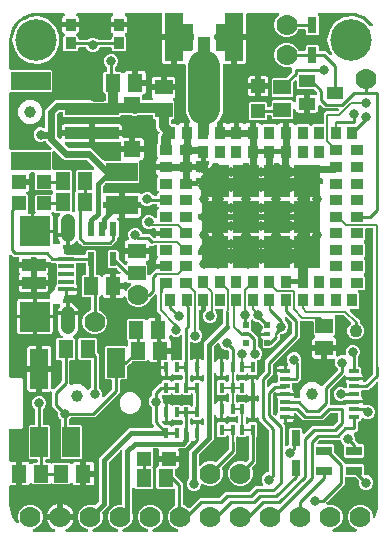
<source format=gbr>
G04 EAGLE Gerber RS-274X export*
G75*
%MOMM*%
%FSLAX34Y34*%
%LPD*%
%INTop Copper*%
%IPPOS*%
%AMOC8*
5,1,8,0,0,1.08239X$1,22.5*%
G01*
%ADD10R,1.100000X0.900000*%
%ADD11R,0.900000X1.100000*%
%ADD12R,1.500000X1.500000*%
%ADD13R,2.300000X2.700000*%
%ADD14R,0.550000X1.200000*%
%ADD15R,1.200000X1.200000*%
%ADD16R,1.300000X1.500000*%
%ADD17R,4.600000X1.000000*%
%ADD18R,3.400000X1.600000*%
%ADD19R,1.500000X1.300000*%
%ADD20R,2.500000X2.500000*%
%ADD21C,1.208000*%
%ADD22R,1.350000X0.400000*%
%ADD23R,2.000000X1.000000*%
%ADD24R,0.900000X1.000000*%
%ADD25R,1.400000X1.400000*%
%ADD26R,2.700000X1.600000*%
%ADD27R,0.500000X0.500000*%
%ADD28R,0.500000X0.400000*%
%ADD29C,3.516000*%
%ADD30C,1.778000*%
%ADD31R,0.450000X0.900000*%
%ADD32C,1.000000*%
%ADD33R,0.800000X1.350000*%
%ADD34R,1.400000X1.000000*%
%ADD35R,1.350000X0.800000*%
%ADD36C,1.100000*%
%ADD37R,0.900000X0.350000*%
%ADD38R,1.500000X2.500000*%
%ADD39R,1.500000X3.400000*%
%ADD40R,1.524000X4.064000*%
%ADD41R,1.016000X2.032000*%
%ADD42C,0.800100*%
%ADD43C,0.609600*%
%ADD44C,0.254000*%
%ADD45C,0.812800*%
%ADD46C,0.406400*%
%ADD47C,0.152400*%
%ADD48C,0.203200*%
%ADD49C,0.900000*%
%ADD50C,0.304800*%
%ADD51C,2.700000*%
%ADD52C,1.016000*%

G36*
X40198Y2543D02*
X40198Y2543D01*
X40218Y2541D01*
X40356Y2563D01*
X40494Y2581D01*
X40513Y2588D01*
X40532Y2591D01*
X40660Y2646D01*
X40790Y2698D01*
X40806Y2709D01*
X40824Y2717D01*
X40934Y2802D01*
X41047Y2884D01*
X41060Y2900D01*
X41076Y2912D01*
X41161Y3022D01*
X41250Y3129D01*
X41258Y3148D01*
X41271Y3163D01*
X41326Y3291D01*
X41385Y3417D01*
X41389Y3437D01*
X41397Y3455D01*
X41419Y3593D01*
X41445Y3729D01*
X41444Y3749D01*
X41447Y3769D01*
X41434Y3908D01*
X41426Y4047D01*
X41419Y4066D01*
X41418Y4086D01*
X41370Y4217D01*
X41327Y4349D01*
X41317Y4366D01*
X41310Y4385D01*
X41232Y4500D01*
X41157Y4618D01*
X41143Y4632D01*
X41132Y4648D01*
X41027Y4740D01*
X40926Y4836D01*
X40908Y4846D01*
X40893Y4859D01*
X40755Y4941D01*
X39729Y5464D01*
X38273Y6521D01*
X37001Y7793D01*
X35943Y9249D01*
X35127Y10852D01*
X34571Y12563D01*
X34549Y12701D01*
X44450Y12701D01*
X44568Y12716D01*
X44687Y12723D01*
X44725Y12736D01*
X44765Y12741D01*
X44876Y12784D01*
X44989Y12821D01*
X45023Y12843D01*
X45061Y12858D01*
X45157Y12928D01*
X45258Y12991D01*
X45286Y13021D01*
X45318Y13044D01*
X45394Y13136D01*
X45476Y13223D01*
X45495Y13258D01*
X45521Y13289D01*
X45572Y13397D01*
X45629Y13501D01*
X45640Y13541D01*
X45657Y13577D01*
X45679Y13694D01*
X45709Y13809D01*
X45713Y13870D01*
X45717Y13890D01*
X45715Y13910D01*
X45719Y13970D01*
X45719Y15241D01*
X45721Y15241D01*
X45721Y13970D01*
X45736Y13852D01*
X45743Y13733D01*
X45756Y13695D01*
X45761Y13654D01*
X45805Y13544D01*
X45841Y13431D01*
X45863Y13396D01*
X45878Y13359D01*
X45948Y13263D01*
X46011Y13162D01*
X46041Y13134D01*
X46065Y13101D01*
X46156Y13026D01*
X46243Y12944D01*
X46278Y12924D01*
X46310Y12899D01*
X46417Y12848D01*
X46522Y12790D01*
X46561Y12780D01*
X46597Y12763D01*
X46714Y12741D01*
X46829Y12711D01*
X46890Y12707D01*
X46910Y12703D01*
X46930Y12705D01*
X46990Y12701D01*
X56891Y12701D01*
X56869Y12563D01*
X56313Y10852D01*
X55497Y9249D01*
X54439Y7793D01*
X53167Y6521D01*
X51711Y5464D01*
X50685Y4941D01*
X50669Y4930D01*
X50650Y4922D01*
X50538Y4841D01*
X50422Y4762D01*
X50409Y4747D01*
X50393Y4736D01*
X50304Y4628D01*
X50212Y4524D01*
X50203Y4506D01*
X50190Y4491D01*
X50131Y4365D01*
X50067Y4240D01*
X50063Y4221D01*
X50055Y4203D01*
X50028Y4066D01*
X49998Y3930D01*
X49998Y3910D01*
X49995Y3890D01*
X50003Y3751D01*
X50008Y3612D01*
X50013Y3593D01*
X50014Y3573D01*
X50057Y3440D01*
X50096Y3307D01*
X50106Y3289D01*
X50113Y3271D01*
X50187Y3153D01*
X50258Y3033D01*
X50272Y3019D01*
X50283Y3002D01*
X50384Y2906D01*
X50483Y2808D01*
X50500Y2798D01*
X50514Y2784D01*
X50636Y2717D01*
X50756Y2646D01*
X50775Y2640D01*
X50793Y2630D01*
X50927Y2596D01*
X51062Y2557D01*
X51081Y2556D01*
X51101Y2551D01*
X51261Y2541D01*
X68183Y2541D01*
X68252Y2549D01*
X68322Y2548D01*
X68409Y2569D01*
X68498Y2581D01*
X68563Y2606D01*
X68631Y2623D01*
X68711Y2665D01*
X68794Y2698D01*
X68850Y2739D01*
X68912Y2771D01*
X68979Y2832D01*
X69051Y2884D01*
X69096Y2938D01*
X69148Y2985D01*
X69197Y3060D01*
X69254Y3129D01*
X69284Y3193D01*
X69322Y3251D01*
X69352Y3336D01*
X69390Y3417D01*
X69403Y3486D01*
X69426Y3552D01*
X69433Y3641D01*
X69450Y3729D01*
X69445Y3799D01*
X69451Y3869D01*
X69435Y3957D01*
X69430Y4047D01*
X69408Y4113D01*
X69396Y4182D01*
X69359Y4264D01*
X69332Y4349D01*
X69294Y4408D01*
X69266Y4472D01*
X69210Y4542D01*
X69162Y4618D01*
X69111Y4666D01*
X69067Y4720D01*
X68995Y4775D01*
X68930Y4836D01*
X68869Y4870D01*
X68813Y4912D01*
X68669Y4983D01*
X65221Y6411D01*
X62291Y9341D01*
X60705Y13168D01*
X60705Y17312D01*
X62291Y21139D01*
X65221Y24069D01*
X69048Y25655D01*
X73192Y25655D01*
X74243Y25219D01*
X74271Y25211D01*
X74298Y25198D01*
X74424Y25170D01*
X74550Y25135D01*
X74579Y25135D01*
X74608Y25128D01*
X74738Y25132D01*
X74868Y25130D01*
X74896Y25137D01*
X74926Y25138D01*
X75050Y25174D01*
X75177Y25204D01*
X75203Y25218D01*
X75231Y25226D01*
X75343Y25292D01*
X75458Y25353D01*
X75480Y25373D01*
X75505Y25388D01*
X75626Y25494D01*
X78114Y27982D01*
X78174Y28060D01*
X78242Y28132D01*
X78271Y28185D01*
X78308Y28233D01*
X78348Y28324D01*
X78396Y28411D01*
X78411Y28469D01*
X78435Y28525D01*
X78450Y28623D01*
X78475Y28719D01*
X78481Y28819D01*
X78485Y28839D01*
X78483Y28851D01*
X78485Y28879D01*
X78485Y65184D01*
X104116Y90815D01*
X123790Y90815D01*
X123928Y90832D01*
X124067Y90845D01*
X124086Y90852D01*
X124106Y90855D01*
X124235Y90906D01*
X124366Y90953D01*
X124383Y90964D01*
X124401Y90972D01*
X124514Y91053D01*
X124629Y91131D01*
X124642Y91147D01*
X124659Y91158D01*
X124748Y91266D01*
X124840Y91370D01*
X124849Y91388D01*
X124862Y91403D01*
X124921Y91529D01*
X124984Y91653D01*
X124989Y91673D01*
X124997Y91691D01*
X125023Y91828D01*
X125054Y91963D01*
X125053Y91984D01*
X125057Y92003D01*
X125048Y92142D01*
X125044Y92281D01*
X125038Y92301D01*
X125037Y92321D01*
X124994Y92453D01*
X124956Y92587D01*
X124945Y92604D01*
X124939Y92623D01*
X124865Y92741D01*
X124794Y92861D01*
X124776Y92882D01*
X124769Y92892D01*
X124754Y92906D01*
X124688Y92981D01*
X123697Y93972D01*
X123697Y107275D01*
X123685Y107373D01*
X123682Y107472D01*
X123665Y107530D01*
X123657Y107590D01*
X123621Y107682D01*
X123593Y107777D01*
X123563Y107830D01*
X123540Y107886D01*
X123482Y107966D01*
X123432Y108051D01*
X123366Y108127D01*
X123354Y108143D01*
X123344Y108151D01*
X123326Y108172D01*
X121885Y109612D01*
X120967Y111830D01*
X120967Y114230D01*
X121885Y116448D01*
X123326Y117888D01*
X123386Y117966D01*
X123454Y118038D01*
X123483Y118091D01*
X123520Y118139D01*
X123560Y118230D01*
X123608Y118317D01*
X123623Y118375D01*
X123647Y118431D01*
X123662Y118529D01*
X123687Y118625D01*
X123693Y118725D01*
X123697Y118745D01*
X123695Y118757D01*
X123697Y118785D01*
X123697Y122018D01*
X129832Y128153D01*
X130546Y128153D01*
X130664Y128168D01*
X130783Y128175D01*
X130821Y128188D01*
X130862Y128193D01*
X130972Y128236D01*
X131085Y128273D01*
X131120Y128295D01*
X131157Y128310D01*
X131253Y128379D01*
X131354Y128443D01*
X131382Y128473D01*
X131415Y128496D01*
X131491Y128588D01*
X131572Y128675D01*
X131592Y128710D01*
X131617Y128741D01*
X131668Y128849D01*
X131726Y128953D01*
X131736Y128993D01*
X131753Y129029D01*
X131775Y129146D01*
X131805Y129261D01*
X131809Y129321D01*
X131813Y129341D01*
X131811Y129362D01*
X131815Y129422D01*
X131815Y129982D01*
X132708Y130875D01*
X138472Y130875D01*
X139192Y130154D01*
X139286Y130081D01*
X139376Y130002D01*
X139412Y129984D01*
X139444Y129959D01*
X139553Y129912D01*
X139659Y129857D01*
X139698Y129849D01*
X139736Y129833D01*
X139853Y129814D01*
X139969Y129788D01*
X140010Y129789D01*
X140050Y129783D01*
X140168Y129794D01*
X140287Y129797D01*
X140326Y129809D01*
X140366Y129812D01*
X140479Y129853D01*
X140593Y129886D01*
X140627Y129906D01*
X140666Y129920D01*
X140764Y129987D01*
X140867Y130047D01*
X140912Y130087D01*
X140929Y130099D01*
X140942Y130114D01*
X140987Y130154D01*
X141708Y130875D01*
X147843Y130875D01*
X147938Y130857D01*
X147957Y130858D01*
X147977Y130855D01*
X148116Y130868D01*
X148255Y130876D01*
X148274Y130882D01*
X148293Y130884D01*
X148425Y130931D01*
X148557Y130974D01*
X148574Y130985D01*
X148593Y130992D01*
X148708Y131070D01*
X148826Y131145D01*
X148840Y131159D01*
X148856Y131170D01*
X148948Y131274D01*
X149044Y131376D01*
X149054Y131393D01*
X149067Y131408D01*
X149130Y131533D01*
X149198Y131655D01*
X149203Y131674D01*
X149212Y131691D01*
X149242Y131828D01*
X149277Y131963D01*
X149279Y131990D01*
X149281Y132002D01*
X149281Y132022D01*
X149287Y132123D01*
X149287Y134577D01*
X149270Y134715D01*
X149267Y134740D01*
X149265Y134780D01*
X149263Y134785D01*
X149257Y134854D01*
X149250Y134873D01*
X149247Y134892D01*
X149196Y135022D01*
X149149Y135153D01*
X149138Y135170D01*
X149130Y135188D01*
X149048Y135301D01*
X148970Y135416D01*
X148955Y135429D01*
X148944Y135445D01*
X148836Y135535D01*
X148731Y135627D01*
X148714Y135635D01*
X148699Y135648D01*
X148573Y135707D01*
X148448Y135771D01*
X148429Y135775D01*
X148411Y135784D01*
X148274Y135810D01*
X148138Y135840D01*
X148118Y135840D01*
X148099Y135843D01*
X147960Y135835D01*
X147820Y135830D01*
X147802Y135825D01*
X141708Y135825D01*
X141706Y135828D01*
X141612Y135901D01*
X141523Y135980D01*
X141487Y135998D01*
X141455Y136023D01*
X141346Y136070D01*
X141239Y136124D01*
X141200Y136133D01*
X141163Y136149D01*
X141045Y136168D01*
X140929Y136194D01*
X140889Y136193D01*
X140849Y136199D01*
X140730Y136188D01*
X140611Y136184D01*
X140572Y136173D01*
X140532Y136169D01*
X140420Y136129D01*
X140306Y136096D01*
X140271Y136075D01*
X140233Y136062D01*
X140134Y135995D01*
X140032Y135934D01*
X139987Y135894D01*
X139970Y135883D01*
X139956Y135868D01*
X139911Y135828D01*
X139400Y135317D01*
X138821Y134982D01*
X138174Y134809D01*
X136859Y134809D01*
X136859Y141850D01*
X136844Y141968D01*
X136837Y142087D01*
X136825Y142125D01*
X136820Y142165D01*
X136776Y142276D01*
X136739Y142389D01*
X136717Y142423D01*
X136703Y142461D01*
X136633Y142557D01*
X136569Y142658D01*
X136568Y142658D01*
X136539Y142686D01*
X136516Y142718D01*
X136515Y142719D01*
X136423Y142795D01*
X136337Y142876D01*
X136301Y142896D01*
X136270Y142922D01*
X136163Y142972D01*
X136058Y143030D01*
X136019Y143040D01*
X135983Y143057D01*
X135866Y143079D01*
X135750Y143109D01*
X135690Y143113D01*
X135670Y143117D01*
X135650Y143116D01*
X135590Y143119D01*
X130799Y143119D01*
X130799Y146684D01*
X130972Y147331D01*
X131307Y147910D01*
X131780Y148383D01*
X132055Y148542D01*
X132139Y148605D01*
X132228Y148662D01*
X132265Y148701D01*
X132308Y148734D01*
X132374Y148817D01*
X132446Y148894D01*
X132472Y148941D01*
X132505Y148983D01*
X132548Y149080D01*
X132599Y149172D01*
X132613Y149224D01*
X132635Y149274D01*
X132653Y149378D01*
X132679Y149480D01*
X132684Y149566D01*
X132688Y149587D01*
X132687Y149603D01*
X132689Y149641D01*
X132689Y153671D01*
X139191Y153671D01*
X139191Y149118D01*
X139203Y149020D01*
X139206Y148921D01*
X139223Y148863D01*
X139231Y148803D01*
X139267Y148711D01*
X139295Y148615D01*
X139325Y148563D01*
X139348Y148507D01*
X139406Y148427D01*
X139456Y148341D01*
X139522Y148266D01*
X139534Y148250D01*
X139544Y148242D01*
X139562Y148221D01*
X139911Y147872D01*
X140005Y147799D01*
X140094Y147720D01*
X140130Y147702D01*
X140162Y147677D01*
X140271Y147630D01*
X140378Y147576D01*
X140417Y147567D01*
X140454Y147551D01*
X140572Y147532D01*
X140688Y147506D01*
X140728Y147507D01*
X140768Y147501D01*
X140887Y147512D01*
X141006Y147516D01*
X141044Y147527D01*
X141085Y147531D01*
X141197Y147571D01*
X141311Y147604D01*
X141346Y147625D01*
X141384Y147638D01*
X141483Y147705D01*
X141585Y147766D01*
X141630Y147806D01*
X141647Y147817D01*
X141661Y147832D01*
X141706Y147872D01*
X141708Y147875D01*
X147828Y147875D01*
X147946Y147890D01*
X148065Y147897D01*
X148103Y147910D01*
X148144Y147915D01*
X148254Y147958D01*
X148367Y147995D01*
X148402Y148017D01*
X148439Y148032D01*
X148535Y148101D01*
X148636Y148165D01*
X148664Y148195D01*
X148697Y148218D01*
X148773Y148310D01*
X148854Y148397D01*
X148874Y148432D01*
X148899Y148463D01*
X148950Y148571D01*
X149008Y148675D01*
X149018Y148715D01*
X149035Y148751D01*
X149057Y148868D01*
X149087Y148983D01*
X149091Y149043D01*
X149095Y149063D01*
X149093Y149084D01*
X149097Y149144D01*
X149097Y167981D01*
X149080Y168118D01*
X149067Y168257D01*
X149060Y168276D01*
X149057Y168296D01*
X149006Y168426D01*
X148959Y168556D01*
X148948Y168573D01*
X148940Y168592D01*
X148859Y168705D01*
X148781Y168820D01*
X148765Y168833D01*
X148754Y168849D01*
X148646Y168938D01*
X148542Y169030D01*
X148524Y169039D01*
X148509Y169052D01*
X148383Y169111D01*
X148259Y169175D01*
X148239Y169179D01*
X148221Y169188D01*
X148084Y169214D01*
X147949Y169244D01*
X147928Y169244D01*
X147909Y169247D01*
X147770Y169239D01*
X147631Y169235D01*
X147611Y169229D01*
X147591Y169228D01*
X147459Y169185D01*
X147325Y169146D01*
X147308Y169136D01*
X147289Y169130D01*
X147171Y169055D01*
X147051Y168985D01*
X147030Y168966D01*
X147020Y168960D01*
X147006Y168945D01*
X146930Y168878D01*
X146928Y168875D01*
X144710Y167957D01*
X142310Y167957D01*
X140092Y168875D01*
X140088Y168880D01*
X139978Y168965D01*
X139871Y169054D01*
X139852Y169063D01*
X139836Y169075D01*
X139708Y169131D01*
X139583Y169190D01*
X139563Y169193D01*
X139544Y169202D01*
X139407Y169223D01*
X139270Y169249D01*
X139250Y169248D01*
X139230Y169251D01*
X139092Y169238D01*
X138953Y169230D01*
X138934Y169223D01*
X138914Y169222D01*
X138783Y169175D01*
X138651Y169132D01*
X138633Y169121D01*
X138614Y169114D01*
X138500Y169036D01*
X138382Y168962D01*
X138368Y168947D01*
X138351Y168935D01*
X138259Y168831D01*
X138164Y168730D01*
X138154Y168712D01*
X138141Y168697D01*
X138077Y168573D01*
X138010Y168451D01*
X138005Y168432D01*
X137996Y168414D01*
X137966Y168278D01*
X137931Y168143D01*
X137929Y168115D01*
X137926Y168104D01*
X137927Y168083D01*
X137921Y167983D01*
X137921Y166558D01*
X137933Y166460D01*
X137936Y166361D01*
X137953Y166303D01*
X137961Y166243D01*
X137997Y166151D01*
X138025Y166055D01*
X138055Y166003D01*
X138078Y165947D01*
X138136Y165867D01*
X138186Y165781D01*
X138253Y165706D01*
X138264Y165690D01*
X138274Y165682D01*
X138293Y165661D01*
X138683Y165270D01*
X139018Y164691D01*
X139191Y164044D01*
X139191Y158749D01*
X132689Y158749D01*
X132689Y162680D01*
X132674Y162798D01*
X132667Y162917D01*
X132654Y162955D01*
X132649Y162996D01*
X132605Y163106D01*
X132569Y163219D01*
X132547Y163254D01*
X132532Y163291D01*
X132462Y163387D01*
X132399Y163488D01*
X132369Y163516D01*
X132345Y163549D01*
X132254Y163625D01*
X132167Y163706D01*
X132132Y163726D01*
X132100Y163751D01*
X131993Y163802D01*
X131889Y163860D01*
X131849Y163870D01*
X131813Y163887D01*
X131696Y163909D01*
X131581Y163939D01*
X131520Y163943D01*
X131500Y163947D01*
X131480Y163945D01*
X131420Y163949D01*
X131419Y163949D01*
X131419Y172720D01*
X131404Y172838D01*
X131397Y172957D01*
X131384Y172995D01*
X131379Y173035D01*
X131335Y173146D01*
X131299Y173259D01*
X131277Y173294D01*
X131262Y173331D01*
X131192Y173427D01*
X131129Y173528D01*
X131099Y173556D01*
X131075Y173588D01*
X130984Y173664D01*
X130897Y173746D01*
X130862Y173765D01*
X130830Y173791D01*
X130723Y173842D01*
X130619Y173899D01*
X130579Y173910D01*
X130543Y173927D01*
X130426Y173949D01*
X130311Y173979D01*
X130250Y173983D01*
X130230Y173987D01*
X130210Y173985D01*
X130150Y173989D01*
X127610Y173989D01*
X127492Y173974D01*
X127373Y173967D01*
X127335Y173954D01*
X127295Y173949D01*
X127184Y173905D01*
X127071Y173869D01*
X127036Y173847D01*
X126999Y173832D01*
X126903Y173762D01*
X126802Y173699D01*
X126774Y173669D01*
X126741Y173645D01*
X126666Y173554D01*
X126584Y173467D01*
X126564Y173432D01*
X126539Y173400D01*
X126488Y173293D01*
X126430Y173189D01*
X126420Y173149D01*
X126403Y173113D01*
X126381Y172996D01*
X126351Y172881D01*
X126347Y172820D01*
X126343Y172800D01*
X126345Y172780D01*
X126341Y172720D01*
X126341Y167520D01*
X126356Y167402D01*
X126363Y167283D01*
X126376Y167245D01*
X126381Y167204D01*
X126425Y167093D01*
X126461Y166981D01*
X126483Y166946D01*
X126498Y166909D01*
X126568Y166813D01*
X126631Y166712D01*
X126661Y166684D01*
X126685Y166651D01*
X126776Y166575D01*
X126863Y166494D01*
X126898Y166474D01*
X126929Y166449D01*
X127037Y166398D01*
X127141Y166340D01*
X127181Y166330D01*
X127217Y166313D01*
X127334Y166291D01*
X127449Y166261D01*
X127510Y166257D01*
X127530Y166253D01*
X127550Y166255D01*
X127610Y166251D01*
X127611Y166251D01*
X127611Y157480D01*
X127626Y157362D01*
X127633Y157243D01*
X127646Y157205D01*
X127651Y157165D01*
X127694Y157054D01*
X127731Y156941D01*
X127753Y156906D01*
X127768Y156869D01*
X127838Y156773D01*
X127901Y156672D01*
X127931Y156644D01*
X127955Y156612D01*
X128046Y156536D01*
X128133Y156454D01*
X128168Y156435D01*
X128199Y156409D01*
X128307Y156358D01*
X128411Y156301D01*
X128451Y156290D01*
X128487Y156273D01*
X128604Y156251D01*
X128719Y156221D01*
X128780Y156217D01*
X128800Y156213D01*
X128820Y156215D01*
X128880Y156211D01*
X130151Y156211D01*
X130151Y156209D01*
X128880Y156209D01*
X128762Y156194D01*
X128643Y156187D01*
X128605Y156174D01*
X128565Y156169D01*
X128454Y156125D01*
X128341Y156089D01*
X128306Y156067D01*
X128269Y156052D01*
X128173Y155982D01*
X128072Y155919D01*
X128044Y155889D01*
X128011Y155865D01*
X127936Y155774D01*
X127854Y155687D01*
X127834Y155652D01*
X127809Y155620D01*
X127758Y155513D01*
X127700Y155409D01*
X127690Y155369D01*
X127673Y155333D01*
X127651Y155216D01*
X127621Y155101D01*
X127617Y155040D01*
X127613Y155020D01*
X127615Y155000D01*
X127611Y154940D01*
X127611Y146169D01*
X123316Y146169D01*
X122669Y146342D01*
X122090Y146677D01*
X121617Y147150D01*
X121210Y147854D01*
X121134Y147954D01*
X121064Y148058D01*
X121038Y148081D01*
X121018Y148108D01*
X120919Y148186D01*
X120825Y148269D01*
X120795Y148284D01*
X120769Y148305D01*
X120654Y148356D01*
X120542Y148414D01*
X120509Y148421D01*
X120478Y148435D01*
X120354Y148456D01*
X120232Y148483D01*
X120198Y148482D01*
X120165Y148488D01*
X120039Y148477D01*
X119914Y148474D01*
X119881Y148464D01*
X119848Y148461D01*
X119729Y148420D01*
X119608Y148385D01*
X119579Y148368D01*
X119547Y148357D01*
X119443Y148288D01*
X119334Y148224D01*
X119298Y148191D01*
X119282Y148181D01*
X119268Y148165D01*
X119214Y148117D01*
X118282Y147185D01*
X107322Y147185D01*
X107224Y147173D01*
X107125Y147170D01*
X107066Y147153D01*
X107006Y147145D01*
X106914Y147109D01*
X106819Y147081D01*
X106767Y147051D01*
X106711Y147028D01*
X106630Y146970D01*
X106545Y146920D01*
X106470Y146854D01*
X106453Y146842D01*
X106445Y146832D01*
X106424Y146814D01*
X104374Y144764D01*
X102396Y142786D01*
X102336Y142707D01*
X102268Y142635D01*
X102239Y142582D01*
X102202Y142534D01*
X102162Y142443D01*
X102114Y142357D01*
X102099Y142298D01*
X102075Y142243D01*
X102060Y142145D01*
X102035Y142049D01*
X102029Y141949D01*
X102025Y141929D01*
X102027Y141916D01*
X102025Y141888D01*
X102025Y132628D01*
X101132Y131735D01*
X97572Y131735D01*
X97454Y131720D01*
X97335Y131713D01*
X97297Y131700D01*
X97256Y131695D01*
X97146Y131652D01*
X97033Y131615D01*
X96998Y131593D01*
X96961Y131578D01*
X96865Y131509D01*
X96764Y131445D01*
X96736Y131415D01*
X96703Y131392D01*
X96627Y131300D01*
X96546Y131213D01*
X96526Y131178D01*
X96501Y131147D01*
X96450Y131039D01*
X96392Y130935D01*
X96382Y130895D01*
X96365Y130859D01*
X96343Y130742D01*
X96313Y130627D01*
X96309Y130567D01*
X96305Y130547D01*
X96307Y130526D01*
X96303Y130466D01*
X96303Y120842D01*
X75028Y99567D01*
X55285Y99567D01*
X55187Y99555D01*
X55088Y99552D01*
X55030Y99535D01*
X54970Y99527D01*
X54878Y99491D01*
X54783Y99463D01*
X54730Y99433D01*
X54674Y99410D01*
X54594Y99352D01*
X54509Y99302D01*
X54433Y99236D01*
X54417Y99224D01*
X54409Y99214D01*
X54388Y99196D01*
X53204Y98012D01*
X53144Y97934D01*
X53076Y97862D01*
X53047Y97809D01*
X53010Y97761D01*
X52970Y97670D01*
X52922Y97583D01*
X52907Y97525D01*
X52883Y97469D01*
X52868Y97371D01*
X52843Y97275D01*
X52837Y97175D01*
X52833Y97155D01*
X52835Y97143D01*
X52833Y97115D01*
X52833Y94054D01*
X52848Y93936D01*
X52855Y93817D01*
X52868Y93779D01*
X52873Y93738D01*
X52916Y93628D01*
X52953Y93515D01*
X52975Y93480D01*
X52990Y93443D01*
X53059Y93347D01*
X53123Y93246D01*
X53153Y93218D01*
X53176Y93185D01*
X53268Y93109D01*
X53355Y93028D01*
X53390Y93008D01*
X53421Y92983D01*
X53529Y92932D01*
X53633Y92874D01*
X53673Y92864D01*
X53709Y92847D01*
X53826Y92825D01*
X53941Y92795D01*
X54001Y92791D01*
X54021Y92787D01*
X54042Y92789D01*
X54102Y92785D01*
X63132Y92785D01*
X64025Y91892D01*
X64025Y65628D01*
X63132Y64735D01*
X46868Y64735D01*
X45975Y65628D01*
X45975Y91913D01*
X45984Y91922D01*
X46008Y91965D01*
X46018Y91977D01*
X46022Y91987D01*
X46050Y92023D01*
X46090Y92114D01*
X46138Y92201D01*
X46153Y92259D01*
X46177Y92315D01*
X46192Y92413D01*
X46217Y92509D01*
X46223Y92609D01*
X46227Y92629D01*
X46225Y92641D01*
X46227Y92669D01*
X46227Y97115D01*
X46215Y97213D01*
X46212Y97312D01*
X46195Y97370D01*
X46187Y97430D01*
X46151Y97522D01*
X46123Y97617D01*
X46093Y97670D01*
X46070Y97726D01*
X46012Y97806D01*
X45962Y97891D01*
X45896Y97967D01*
X45884Y97983D01*
X45874Y97991D01*
X45856Y98012D01*
X44415Y99452D01*
X43497Y101670D01*
X43497Y103707D01*
X43484Y103805D01*
X43481Y103904D01*
X43465Y103962D01*
X43457Y104022D01*
X43420Y104114D01*
X43393Y104209D01*
X43362Y104262D01*
X43340Y104318D01*
X43282Y104398D01*
X43231Y104483D01*
X43165Y104559D01*
X43153Y104575D01*
X43144Y104583D01*
X43125Y104604D01*
X38607Y109122D01*
X38607Y120422D01*
X38591Y120553D01*
X38580Y120685D01*
X38571Y120711D01*
X38567Y120737D01*
X38519Y120861D01*
X38475Y120986D01*
X38460Y121008D01*
X38450Y121033D01*
X38373Y121140D01*
X38299Y121251D01*
X38279Y121269D01*
X38264Y121290D01*
X38162Y121375D01*
X38063Y121464D01*
X38039Y121476D01*
X38019Y121493D01*
X37899Y121550D01*
X37781Y121611D01*
X37755Y121617D01*
X37731Y121629D01*
X37601Y121654D01*
X37472Y121684D01*
X37445Y121683D01*
X37419Y121689D01*
X37287Y121680D01*
X37154Y121678D01*
X37128Y121670D01*
X37101Y121669D01*
X36975Y121628D01*
X36848Y121592D01*
X36813Y121576D01*
X36799Y121571D01*
X36780Y121559D01*
X36703Y121521D01*
X36481Y121392D01*
X35834Y121219D01*
X30539Y121219D01*
X30539Y138221D01*
X38041Y138221D01*
X38041Y124516D01*
X38058Y124378D01*
X38071Y124239D01*
X38078Y124220D01*
X38081Y124200D01*
X38132Y124071D01*
X38179Y123940D01*
X38190Y123923D01*
X38198Y123905D01*
X38279Y123792D01*
X38357Y123677D01*
X38373Y123664D01*
X38384Y123647D01*
X38492Y123558D01*
X38596Y123466D01*
X38614Y123457D01*
X38629Y123444D01*
X38755Y123385D01*
X38879Y123322D01*
X38899Y123317D01*
X38917Y123309D01*
X39054Y123283D01*
X39189Y123252D01*
X39210Y123253D01*
X39229Y123249D01*
X39368Y123258D01*
X39507Y123262D01*
X39527Y123268D01*
X39547Y123269D01*
X39679Y123312D01*
X39813Y123350D01*
X39830Y123361D01*
X39849Y123367D01*
X39967Y123441D01*
X40087Y123512D01*
X40108Y123530D01*
X40118Y123537D01*
X40132Y123552D01*
X40207Y123618D01*
X40913Y124324D01*
X40914Y124324D01*
X46516Y129926D01*
X46576Y130005D01*
X46644Y130077D01*
X46673Y130130D01*
X46710Y130178D01*
X46750Y130269D01*
X46798Y130355D01*
X46813Y130414D01*
X46837Y130469D01*
X46852Y130567D01*
X46877Y130663D01*
X46883Y130763D01*
X46887Y130783D01*
X46885Y130796D01*
X46887Y130824D01*
X46887Y147186D01*
X46872Y147304D01*
X46865Y147423D01*
X46852Y147461D01*
X46847Y147502D01*
X46804Y147612D01*
X46767Y147725D01*
X46745Y147760D01*
X46730Y147797D01*
X46661Y147893D01*
X46597Y147994D01*
X46567Y148022D01*
X46544Y148055D01*
X46452Y148131D01*
X46365Y148212D01*
X46330Y148232D01*
X46299Y148257D01*
X46191Y148308D01*
X46087Y148366D01*
X46047Y148376D01*
X46011Y148393D01*
X45894Y148415D01*
X45779Y148445D01*
X45719Y148449D01*
X45699Y148453D01*
X45678Y148451D01*
X45618Y148455D01*
X43058Y148455D01*
X42165Y149348D01*
X42165Y165612D01*
X43058Y166505D01*
X46612Y166505D01*
X46716Y166518D01*
X46820Y166522D01*
X46873Y166538D01*
X46927Y166545D01*
X47025Y166583D01*
X47125Y166613D01*
X47172Y166641D01*
X47223Y166662D01*
X47308Y166723D01*
X47397Y166777D01*
X47436Y166816D01*
X47481Y166848D01*
X47547Y166929D01*
X47620Y167003D01*
X47648Y167051D01*
X47683Y167093D01*
X47728Y167188D01*
X47780Y167278D01*
X47795Y167331D01*
X47819Y167381D01*
X47838Y167483D01*
X47867Y167584D01*
X47868Y167639D01*
X47879Y167693D01*
X47872Y167798D01*
X47875Y167902D01*
X47862Y167956D01*
X47859Y168011D01*
X47827Y168110D01*
X47803Y168212D01*
X47778Y168261D01*
X47761Y168313D01*
X47705Y168402D01*
X47657Y168494D01*
X47620Y168536D01*
X47591Y168582D01*
X47515Y168654D01*
X47445Y168732D01*
X47375Y168785D01*
X47359Y168800D01*
X47346Y168807D01*
X47317Y168829D01*
X46710Y169235D01*
X45515Y170430D01*
X44576Y171836D01*
X43929Y173397D01*
X43599Y175055D01*
X43599Y186231D01*
X51700Y186231D01*
X51818Y186246D01*
X51937Y186253D01*
X51975Y186265D01*
X52015Y186271D01*
X52126Y186314D01*
X52174Y186330D01*
X52192Y186320D01*
X52231Y186310D01*
X52267Y186293D01*
X52384Y186271D01*
X52500Y186241D01*
X52560Y186237D01*
X52580Y186233D01*
X52600Y186235D01*
X52660Y186231D01*
X60761Y186231D01*
X60761Y175055D01*
X60431Y173397D01*
X59784Y171836D01*
X58845Y170430D01*
X57650Y169235D01*
X57043Y168829D01*
X56964Y168761D01*
X56879Y168700D01*
X56844Y168657D01*
X56803Y168621D01*
X56743Y168535D01*
X56677Y168455D01*
X56653Y168405D01*
X56622Y168359D01*
X56586Y168261D01*
X56541Y168167D01*
X56531Y168113D01*
X56512Y168061D01*
X56501Y167957D01*
X56481Y167854D01*
X56485Y167799D01*
X56479Y167745D01*
X56495Y167641D01*
X56501Y167537D01*
X56518Y167485D01*
X56526Y167430D01*
X56567Y167334D01*
X56599Y167235D01*
X56629Y167188D01*
X56650Y167137D01*
X56713Y167054D01*
X56769Y166966D01*
X56810Y166928D01*
X56843Y166884D01*
X56925Y166820D01*
X57001Y166748D01*
X57049Y166721D01*
X57092Y166687D01*
X57176Y166650D01*
X58215Y165612D01*
X58215Y149348D01*
X57322Y148455D01*
X54762Y148455D01*
X54644Y148440D01*
X54525Y148433D01*
X54487Y148420D01*
X54446Y148415D01*
X54336Y148372D01*
X54223Y148335D01*
X54188Y148313D01*
X54151Y148298D01*
X54055Y148229D01*
X53954Y148165D01*
X53926Y148135D01*
X53893Y148112D01*
X53817Y148020D01*
X53736Y147933D01*
X53716Y147898D01*
X53691Y147867D01*
X53640Y147759D01*
X53582Y147655D01*
X53572Y147615D01*
X53555Y147579D01*
X53533Y147462D01*
X53503Y147347D01*
X53499Y147287D01*
X53495Y147267D01*
X53497Y147246D01*
X53493Y147186D01*
X53493Y128278D01*
X53509Y128147D01*
X53520Y128015D01*
X53529Y127989D01*
X53533Y127963D01*
X53581Y127840D01*
X53625Y127715D01*
X53640Y127692D01*
X53650Y127667D01*
X53727Y127560D01*
X53801Y127450D01*
X53821Y127432D01*
X53836Y127410D01*
X53939Y127325D01*
X54037Y127237D01*
X54061Y127224D01*
X54081Y127207D01*
X54201Y127150D01*
X54318Y127089D01*
X54345Y127083D01*
X54369Y127071D01*
X54499Y127047D01*
X54628Y127016D01*
X54655Y127017D01*
X54681Y127012D01*
X54813Y127020D01*
X54946Y127022D01*
X54972Y127030D01*
X54999Y127031D01*
X55125Y127072D01*
X55252Y127108D01*
X55287Y127125D01*
X55301Y127129D01*
X55320Y127141D01*
X55397Y127179D01*
X57010Y128111D01*
X62370Y128111D01*
X67011Y125431D01*
X68174Y123416D01*
X68250Y123316D01*
X68321Y123212D01*
X68346Y123190D01*
X68367Y123163D01*
X68465Y123085D01*
X68559Y123002D01*
X68589Y122986D01*
X68616Y122965D01*
X68731Y122914D01*
X68843Y122857D01*
X68875Y122850D01*
X68906Y122836D01*
X69030Y122815D01*
X69153Y122787D01*
X69187Y122788D01*
X69220Y122783D01*
X69345Y122793D01*
X69471Y122797D01*
X69503Y122806D01*
X69537Y122809D01*
X69656Y122850D01*
X69776Y122885D01*
X69805Y122902D01*
X69837Y122914D01*
X69942Y122983D01*
X70050Y123047D01*
X70087Y123079D01*
X70102Y123089D01*
X70117Y123105D01*
X70171Y123153D01*
X71256Y124238D01*
X71316Y124316D01*
X71384Y124388D01*
X71413Y124441D01*
X71450Y124489D01*
X71490Y124580D01*
X71538Y124667D01*
X71553Y124725D01*
X71577Y124781D01*
X71592Y124879D01*
X71617Y124975D01*
X71623Y125075D01*
X71627Y125095D01*
X71625Y125107D01*
X71627Y125135D01*
X71627Y147186D01*
X71612Y147304D01*
X71605Y147423D01*
X71592Y147461D01*
X71587Y147502D01*
X71544Y147612D01*
X71507Y147725D01*
X71485Y147760D01*
X71470Y147797D01*
X71401Y147893D01*
X71337Y147994D01*
X71307Y148022D01*
X71284Y148055D01*
X71192Y148131D01*
X71105Y148212D01*
X71070Y148232D01*
X71039Y148257D01*
X70931Y148308D01*
X70827Y148366D01*
X70787Y148376D01*
X70751Y148393D01*
X70634Y148415D01*
X70519Y148445D01*
X70459Y148449D01*
X70439Y148453D01*
X70418Y148451D01*
X70358Y148455D01*
X62058Y148455D01*
X61165Y149348D01*
X61165Y165612D01*
X62058Y166505D01*
X76322Y166505D01*
X77215Y165612D01*
X77215Y154652D01*
X77227Y154554D01*
X77230Y154455D01*
X77247Y154396D01*
X77255Y154336D01*
X77291Y154244D01*
X77319Y154149D01*
X77349Y154097D01*
X77372Y154041D01*
X77430Y153960D01*
X77480Y153875D01*
X77546Y153800D01*
X77558Y153783D01*
X77568Y153775D01*
X77587Y153754D01*
X78233Y153108D01*
X78233Y125135D01*
X78245Y125037D01*
X78248Y124938D01*
X78265Y124880D01*
X78273Y124820D01*
X78309Y124728D01*
X78337Y124633D01*
X78367Y124580D01*
X78390Y124524D01*
X78448Y124444D01*
X78498Y124359D01*
X78564Y124283D01*
X78576Y124267D01*
X78586Y124259D01*
X78604Y124238D01*
X80045Y122798D01*
X80963Y120580D01*
X80963Y118077D01*
X80962Y118074D01*
X80961Y118004D01*
X80950Y117935D01*
X80959Y117846D01*
X80957Y117756D01*
X80973Y117688D01*
X80980Y117618D01*
X81010Y117534D01*
X81031Y117447D01*
X81064Y117385D01*
X81088Y117319D01*
X81138Y117245D01*
X81180Y117166D01*
X81227Y117114D01*
X81266Y117056D01*
X81333Y116997D01*
X81394Y116930D01*
X81452Y116892D01*
X81505Y116845D01*
X81584Y116805D01*
X81659Y116755D01*
X81726Y116733D01*
X81788Y116701D01*
X81875Y116681D01*
X81960Y116652D01*
X82030Y116646D01*
X82098Y116631D01*
X82188Y116634D01*
X82277Y116627D01*
X82346Y116639D01*
X82416Y116641D01*
X82502Y116666D01*
X82590Y116681D01*
X82654Y116710D01*
X82722Y116729D01*
X82799Y116775D01*
X82880Y116811D01*
X82935Y116855D01*
X82996Y116891D01*
X83116Y116997D01*
X89326Y123206D01*
X89386Y123285D01*
X89454Y123357D01*
X89483Y123410D01*
X89520Y123458D01*
X89560Y123549D01*
X89608Y123635D01*
X89623Y123694D01*
X89647Y123749D01*
X89662Y123847D01*
X89687Y123943D01*
X89693Y124043D01*
X89697Y124064D01*
X89695Y124076D01*
X89697Y124104D01*
X89697Y130466D01*
X89682Y130584D01*
X89675Y130703D01*
X89662Y130741D01*
X89657Y130782D01*
X89614Y130892D01*
X89577Y131005D01*
X89555Y131040D01*
X89540Y131077D01*
X89471Y131173D01*
X89407Y131274D01*
X89377Y131302D01*
X89354Y131335D01*
X89262Y131411D01*
X89175Y131492D01*
X89140Y131512D01*
X89109Y131537D01*
X89001Y131588D01*
X88897Y131646D01*
X88857Y131656D01*
X88821Y131673D01*
X88704Y131695D01*
X88589Y131725D01*
X88529Y131729D01*
X88509Y131733D01*
X88488Y131731D01*
X88428Y131735D01*
X84868Y131735D01*
X83975Y132628D01*
X83975Y158892D01*
X84868Y159785D01*
X101174Y159785D01*
X101175Y159784D01*
X101194Y159775D01*
X101210Y159763D01*
X101338Y159707D01*
X101463Y159648D01*
X101483Y159645D01*
X101502Y159637D01*
X101639Y159615D01*
X101776Y159589D01*
X101796Y159590D01*
X101816Y159587D01*
X101954Y159600D01*
X102093Y159608D01*
X102112Y159615D01*
X102132Y159616D01*
X102263Y159663D01*
X102395Y159706D01*
X102413Y159717D01*
X102432Y159724D01*
X102546Y159802D01*
X102664Y159877D01*
X102678Y159891D01*
X102695Y159903D01*
X102787Y160007D01*
X102882Y160108D01*
X102892Y160126D01*
X102905Y160141D01*
X102969Y160265D01*
X103036Y160387D01*
X103041Y160406D01*
X103050Y160424D01*
X103080Y160560D01*
X103115Y160695D01*
X103117Y160723D01*
X103120Y160735D01*
X103119Y160755D01*
X103125Y160855D01*
X103125Y164063D01*
X103113Y164161D01*
X103110Y164260D01*
X103093Y164318D01*
X103085Y164378D01*
X103049Y164470D01*
X103021Y164565D01*
X102991Y164618D01*
X102968Y164674D01*
X102910Y164754D01*
X102860Y164839D01*
X102794Y164915D01*
X102782Y164931D01*
X102772Y164939D01*
X102754Y164960D01*
X101855Y165858D01*
X101855Y182122D01*
X102748Y183015D01*
X117012Y183015D01*
X117944Y182083D01*
X118043Y182006D01*
X118138Y181924D01*
X118168Y181909D01*
X118195Y181888D01*
X118310Y181838D01*
X118423Y181782D01*
X118456Y181775D01*
X118487Y181761D01*
X118611Y181742D01*
X118734Y181716D01*
X118767Y181717D01*
X118801Y181712D01*
X118926Y181723D01*
X119052Y181729D01*
X119084Y181738D01*
X119117Y181741D01*
X119236Y181784D01*
X119356Y181820D01*
X119385Y181838D01*
X119417Y181849D01*
X119521Y181920D01*
X119628Y181985D01*
X119652Y182009D01*
X119680Y182028D01*
X119763Y182122D01*
X119851Y182212D01*
X119878Y182252D01*
X119890Y182266D01*
X119900Y182285D01*
X119940Y182346D01*
X120347Y183050D01*
X120820Y183523D01*
X121399Y183858D01*
X122046Y184031D01*
X126341Y184031D01*
X126341Y175260D01*
X126356Y175142D01*
X126363Y175023D01*
X126376Y174985D01*
X126381Y174945D01*
X126424Y174834D01*
X126461Y174721D01*
X126483Y174686D01*
X126498Y174649D01*
X126568Y174553D01*
X126631Y174452D01*
X126661Y174424D01*
X126685Y174392D01*
X126776Y174316D01*
X126863Y174234D01*
X126898Y174215D01*
X126929Y174189D01*
X127037Y174138D01*
X127141Y174081D01*
X127181Y174070D01*
X127217Y174053D01*
X127334Y174031D01*
X127449Y174001D01*
X127510Y173997D01*
X127530Y173993D01*
X127550Y173995D01*
X127610Y173991D01*
X130150Y173991D01*
X130268Y174006D01*
X130387Y174013D01*
X130425Y174026D01*
X130465Y174031D01*
X130576Y174075D01*
X130689Y174111D01*
X130724Y174133D01*
X130761Y174148D01*
X130857Y174218D01*
X130958Y174281D01*
X130986Y174311D01*
X131018Y174335D01*
X131094Y174426D01*
X131176Y174513D01*
X131195Y174548D01*
X131221Y174580D01*
X131272Y174687D01*
X131329Y174791D01*
X131340Y174831D01*
X131357Y174867D01*
X131379Y174984D01*
X131409Y175099D01*
X131413Y175160D01*
X131417Y175180D01*
X131415Y175200D01*
X131419Y175260D01*
X131419Y185054D01*
X131407Y185152D01*
X131404Y185251D01*
X131387Y185309D01*
X131379Y185369D01*
X131343Y185461D01*
X131315Y185556D01*
X131285Y185608D01*
X131262Y185665D01*
X131204Y185745D01*
X131154Y185830D01*
X131087Y185906D01*
X131075Y185922D01*
X131066Y185930D01*
X131047Y185951D01*
X127761Y189237D01*
X127761Y202576D01*
X127744Y202714D01*
X127731Y202853D01*
X127724Y202872D01*
X127721Y202892D01*
X127670Y203021D01*
X127623Y203152D01*
X127612Y203169D01*
X127604Y203187D01*
X127523Y203300D01*
X127445Y203415D01*
X127429Y203428D01*
X127418Y203445D01*
X127310Y203534D01*
X127206Y203626D01*
X127188Y203635D01*
X127173Y203648D01*
X127047Y203707D01*
X126923Y203770D01*
X126903Y203775D01*
X126885Y203783D01*
X126748Y203809D01*
X126613Y203840D01*
X126592Y203839D01*
X126573Y203843D01*
X126434Y203834D01*
X126295Y203830D01*
X126275Y203824D01*
X126255Y203823D01*
X126123Y203780D01*
X125989Y203742D01*
X125972Y203731D01*
X125953Y203725D01*
X125835Y203651D01*
X125715Y203580D01*
X125694Y203562D01*
X125684Y203555D01*
X125670Y203540D01*
X125595Y203474D01*
X124325Y202204D01*
X124324Y202204D01*
X121756Y199635D01*
X121749Y199630D01*
X121644Y199554D01*
X121625Y199531D01*
X121602Y199512D01*
X121524Y199409D01*
X121441Y199309D01*
X121429Y199282D01*
X121411Y199258D01*
X121340Y199114D01*
X120589Y197301D01*
X117659Y194371D01*
X113832Y192785D01*
X109688Y192785D01*
X105861Y194371D01*
X102931Y197301D01*
X101292Y201257D01*
X101267Y201300D01*
X101251Y201347D01*
X101189Y201438D01*
X101134Y201533D01*
X101100Y201569D01*
X101072Y201610D01*
X100990Y201683D01*
X100913Y201762D01*
X100871Y201788D01*
X100834Y201821D01*
X100736Y201870D01*
X100642Y201928D01*
X100595Y201943D01*
X100550Y201965D01*
X100443Y201989D01*
X100338Y202022D01*
X100289Y202024D01*
X100240Y202035D01*
X100130Y202031D01*
X100020Y202037D01*
X99972Y202027D01*
X99922Y202025D01*
X99817Y201995D01*
X99709Y201972D01*
X99664Y201950D01*
X99617Y201937D01*
X99522Y201881D01*
X99423Y201833D01*
X99385Y201800D01*
X99343Y201775D01*
X99222Y201669D01*
X98840Y201287D01*
X98261Y200952D01*
X97614Y200779D01*
X93319Y200779D01*
X93319Y208281D01*
X99821Y208281D01*
X99821Y207972D01*
X99829Y207903D01*
X99828Y207833D01*
X99849Y207746D01*
X99861Y207656D01*
X99886Y207592D01*
X99903Y207524D01*
X99945Y207444D01*
X99978Y207361D01*
X100019Y207304D01*
X100051Y207243D01*
X100112Y207176D01*
X100164Y207103D01*
X100218Y207059D01*
X100265Y207007D01*
X100340Y206958D01*
X100409Y206901D01*
X100473Y206871D01*
X100531Y206833D01*
X100616Y206803D01*
X100697Y206765D01*
X100766Y206752D01*
X100832Y206729D01*
X100921Y206722D01*
X101009Y206705D01*
X101079Y206710D01*
X101149Y206704D01*
X101237Y206719D01*
X101327Y206725D01*
X101393Y206747D01*
X101462Y206758D01*
X101544Y206795D01*
X101629Y206823D01*
X101688Y206860D01*
X101752Y206889D01*
X101822Y206945D01*
X101898Y206993D01*
X101946Y207044D01*
X102000Y207088D01*
X102055Y207159D01*
X102116Y207225D01*
X102150Y207286D01*
X102192Y207342D01*
X102263Y207486D01*
X102931Y209099D01*
X105280Y211449D01*
X105365Y211558D01*
X105454Y211665D01*
X105462Y211684D01*
X105475Y211700D01*
X105530Y211828D01*
X105589Y211953D01*
X105593Y211973D01*
X105601Y211992D01*
X105623Y212130D01*
X105649Y212266D01*
X105648Y212286D01*
X105651Y212306D01*
X105638Y212445D01*
X105629Y212583D01*
X105623Y212602D01*
X105621Y212622D01*
X105574Y212754D01*
X105531Y212885D01*
X105520Y212903D01*
X105514Y212922D01*
X105436Y213037D01*
X105361Y213154D01*
X105346Y213168D01*
X105335Y213185D01*
X105231Y213277D01*
X105130Y213372D01*
X105112Y213382D01*
X105097Y213395D01*
X104972Y213459D01*
X104851Y213526D01*
X104831Y213531D01*
X104813Y213540D01*
X104678Y213570D01*
X104543Y213605D01*
X104515Y213607D01*
X104503Y213610D01*
X104483Y213609D01*
X104382Y213615D01*
X102358Y213615D01*
X101987Y213986D01*
X101878Y214071D01*
X101771Y214160D01*
X101752Y214169D01*
X101736Y214181D01*
X101608Y214237D01*
X101483Y214296D01*
X101463Y214299D01*
X101444Y214308D01*
X101306Y214329D01*
X101170Y214355D01*
X101150Y214354D01*
X101130Y214357D01*
X100991Y214344D01*
X100853Y214336D01*
X100834Y214329D01*
X100814Y214328D01*
X100683Y214280D01*
X100551Y214238D01*
X100533Y214227D01*
X100514Y214220D01*
X100400Y214142D01*
X100282Y214067D01*
X100268Y214053D01*
X100251Y214041D01*
X100159Y213937D01*
X100064Y213836D01*
X100054Y213818D01*
X100041Y213803D01*
X99978Y213679D01*
X99910Y213557D01*
X99905Y213538D01*
X99896Y213520D01*
X99866Y213384D01*
X99859Y213359D01*
X93319Y213359D01*
X93319Y220861D01*
X95563Y220861D01*
X95701Y220878D01*
X95840Y220891D01*
X95859Y220898D01*
X95879Y220901D01*
X96008Y220952D01*
X96139Y220999D01*
X96156Y221010D01*
X96174Y221018D01*
X96287Y221099D01*
X96402Y221177D01*
X96415Y221193D01*
X96432Y221204D01*
X96521Y221312D01*
X96613Y221416D01*
X96622Y221434D01*
X96635Y221449D01*
X96694Y221575D01*
X96757Y221699D01*
X96762Y221719D01*
X96770Y221737D01*
X96796Y221873D01*
X96827Y222009D01*
X96826Y222030D01*
X96830Y222049D01*
X96821Y222188D01*
X96817Y222327D01*
X96811Y222347D01*
X96810Y222367D01*
X96767Y222499D01*
X96729Y222633D01*
X96718Y222650D01*
X96712Y222669D01*
X96638Y222787D01*
X96567Y222907D01*
X96549Y222928D01*
X96542Y222938D01*
X96527Y222952D01*
X96461Y223027D01*
X94006Y225483D01*
X93927Y225543D01*
X93855Y225611D01*
X93802Y225640D01*
X93754Y225677D01*
X93663Y225717D01*
X93577Y225765D01*
X93518Y225780D01*
X93463Y225804D01*
X93365Y225819D01*
X93269Y225844D01*
X93169Y225850D01*
X93148Y225854D01*
X93136Y225852D01*
X93108Y225854D01*
X87398Y225854D01*
X86505Y226747D01*
X86505Y240011D01*
X87398Y240904D01*
X94162Y240904D01*
X95055Y240011D01*
X95055Y234301D01*
X95067Y234203D01*
X95070Y234104D01*
X95087Y234045D01*
X95095Y233985D01*
X95131Y233893D01*
X95159Y233798D01*
X95189Y233746D01*
X95212Y233690D01*
X95270Y233610D01*
X95320Y233524D01*
X95386Y233449D01*
X95398Y233432D01*
X95408Y233424D01*
X95426Y233403D01*
X99864Y228966D01*
X99958Y228892D01*
X100048Y228814D01*
X100084Y228795D01*
X100116Y228771D01*
X100225Y228723D01*
X100331Y228669D01*
X100370Y228660D01*
X100407Y228644D01*
X100525Y228626D01*
X100641Y228600D01*
X100681Y228601D01*
X100721Y228594D01*
X100840Y228606D01*
X100959Y228609D01*
X100998Y228620D01*
X101038Y228624D01*
X101150Y228664D01*
X101264Y228698D01*
X101299Y228718D01*
X101337Y228732D01*
X101436Y228799D01*
X101538Y228859D01*
X101584Y228899D01*
X101600Y228910D01*
X101614Y228926D01*
X101659Y228966D01*
X102397Y229704D01*
X102474Y229803D01*
X102556Y229898D01*
X102572Y229928D01*
X102592Y229955D01*
X102642Y230070D01*
X102698Y230183D01*
X102705Y230216D01*
X102719Y230247D01*
X102738Y230371D01*
X102764Y230494D01*
X102763Y230527D01*
X102768Y230561D01*
X102757Y230686D01*
X102751Y230812D01*
X102742Y230844D01*
X102739Y230877D01*
X102696Y230995D01*
X102660Y231116D01*
X102642Y231145D01*
X102631Y231177D01*
X102560Y231281D01*
X102495Y231388D01*
X102471Y231412D01*
X102452Y231440D01*
X102358Y231523D01*
X102268Y231611D01*
X102228Y231638D01*
X102214Y231650D01*
X102195Y231660D01*
X102134Y231700D01*
X101430Y232107D01*
X100957Y232580D01*
X100622Y233159D01*
X100449Y233806D01*
X100449Y238101D01*
X109220Y238101D01*
X109338Y238116D01*
X109457Y238123D01*
X109495Y238136D01*
X109535Y238141D01*
X109646Y238184D01*
X109759Y238221D01*
X109794Y238243D01*
X109831Y238258D01*
X109927Y238328D01*
X110028Y238391D01*
X110056Y238421D01*
X110088Y238445D01*
X110164Y238536D01*
X110246Y238623D01*
X110265Y238658D01*
X110291Y238689D01*
X110342Y238797D01*
X110399Y238901D01*
X110410Y238941D01*
X110427Y238977D01*
X110449Y239094D01*
X110479Y239209D01*
X110483Y239270D01*
X110487Y239290D01*
X110485Y239310D01*
X110489Y239370D01*
X110489Y241910D01*
X110474Y242028D01*
X110467Y242147D01*
X110454Y242185D01*
X110449Y242225D01*
X110405Y242336D01*
X110369Y242449D01*
X110347Y242484D01*
X110332Y242521D01*
X110262Y242617D01*
X110199Y242718D01*
X110169Y242746D01*
X110145Y242778D01*
X110054Y242854D01*
X109967Y242936D01*
X109932Y242955D01*
X109900Y242981D01*
X109793Y243032D01*
X109689Y243089D01*
X109649Y243100D01*
X109613Y243117D01*
X109496Y243139D01*
X109381Y243169D01*
X109320Y243173D01*
X109300Y243177D01*
X109280Y243175D01*
X109220Y243179D01*
X100449Y243179D01*
X100449Y247474D01*
X100622Y248121D01*
X100957Y248700D01*
X101430Y249173D01*
X102009Y249508D01*
X102671Y249685D01*
X102678Y249685D01*
X102786Y249707D01*
X102895Y249721D01*
X102941Y249739D01*
X102990Y249749D01*
X103088Y249797D01*
X103190Y249838D01*
X103231Y249867D01*
X103275Y249889D01*
X103359Y249960D01*
X103448Y250024D01*
X103480Y250063D01*
X103517Y250095D01*
X103580Y250185D01*
X103651Y250269D01*
X103672Y250314D01*
X103700Y250355D01*
X103739Y250458D01*
X103786Y250557D01*
X103795Y250606D01*
X103813Y250652D01*
X103825Y250762D01*
X103846Y250869D01*
X103843Y250919D01*
X103848Y250968D01*
X103833Y251077D01*
X103826Y251187D01*
X103811Y251234D01*
X103804Y251283D01*
X103752Y251436D01*
X103187Y252800D01*
X103187Y255200D01*
X104105Y257418D01*
X105802Y259115D01*
X108020Y260033D01*
X110420Y260033D01*
X112638Y259115D01*
X114335Y257418D01*
X115110Y255546D01*
X115125Y255521D01*
X115134Y255493D01*
X115203Y255383D01*
X115267Y255270D01*
X115288Y255249D01*
X115304Y255224D01*
X115399Y255135D01*
X115489Y255042D01*
X115514Y255026D01*
X115535Y255006D01*
X115649Y254943D01*
X115760Y254875D01*
X115788Y254867D01*
X115814Y254852D01*
X115940Y254820D01*
X116064Y254782D01*
X116093Y254780D01*
X116122Y254773D01*
X116282Y254763D01*
X121510Y254763D01*
X123816Y252456D01*
X123817Y252456D01*
X124693Y251580D01*
X124802Y251495D01*
X124909Y251406D01*
X124928Y251398D01*
X124944Y251385D01*
X125072Y251330D01*
X125197Y251271D01*
X125217Y251267D01*
X125236Y251259D01*
X125374Y251237D01*
X125510Y251211D01*
X125530Y251212D01*
X125550Y251209D01*
X125689Y251222D01*
X125827Y251231D01*
X125846Y251237D01*
X125866Y251239D01*
X125997Y251286D01*
X126129Y251329D01*
X126147Y251340D01*
X126166Y251347D01*
X126280Y251424D01*
X126398Y251499D01*
X126412Y251514D01*
X126429Y251525D01*
X126521Y251629D01*
X126616Y251731D01*
X126626Y251748D01*
X126639Y251764D01*
X126702Y251887D01*
X126770Y252009D01*
X126775Y252029D01*
X126784Y252047D01*
X126814Y252183D01*
X126849Y252317D01*
X126851Y252345D01*
X126854Y252357D01*
X126853Y252378D01*
X126859Y252478D01*
X126859Y253311D01*
X133920Y253311D01*
X134038Y253326D01*
X134157Y253333D01*
X134195Y253345D01*
X134235Y253351D01*
X134346Y253394D01*
X134459Y253431D01*
X134493Y253453D01*
X134531Y253468D01*
X134627Y253537D01*
X134728Y253601D01*
X134756Y253631D01*
X134788Y253654D01*
X134864Y253746D01*
X134946Y253833D01*
X134965Y253868D01*
X134991Y253899D01*
X135042Y254007D01*
X135099Y254111D01*
X135109Y254151D01*
X135127Y254187D01*
X135149Y254304D01*
X135179Y254419D01*
X135183Y254479D01*
X135186Y254499D01*
X135185Y254520D01*
X135189Y254580D01*
X135189Y256540D01*
X135174Y256658D01*
X135167Y256777D01*
X135154Y256815D01*
X135149Y256856D01*
X135105Y256966D01*
X135069Y257079D01*
X135047Y257114D01*
X135032Y257151D01*
X134962Y257247D01*
X134899Y257348D01*
X134869Y257376D01*
X134845Y257409D01*
X134754Y257485D01*
X134667Y257566D01*
X134632Y257586D01*
X134600Y257611D01*
X134493Y257662D01*
X134388Y257720D01*
X134349Y257730D01*
X134313Y257747D01*
X134196Y257769D01*
X134080Y257799D01*
X134020Y257803D01*
X134000Y257807D01*
X133980Y257805D01*
X133920Y257809D01*
X126859Y257809D01*
X126859Y258318D01*
X126844Y258436D01*
X126837Y258555D01*
X126824Y258593D01*
X126819Y258634D01*
X126776Y258744D01*
X126739Y258857D01*
X126717Y258892D01*
X126702Y258929D01*
X126632Y259026D01*
X126569Y259126D01*
X126539Y259154D01*
X126516Y259187D01*
X126424Y259263D01*
X126337Y259344D01*
X126302Y259364D01*
X126271Y259389D01*
X126163Y259440D01*
X126059Y259498D01*
X126019Y259508D01*
X125983Y259525D01*
X125866Y259547D01*
X125751Y259577D01*
X125691Y259581D01*
X125671Y259585D01*
X125650Y259583D01*
X125590Y259587D01*
X123789Y259587D01*
X123780Y259586D01*
X123770Y259587D01*
X123622Y259566D01*
X123473Y259547D01*
X123465Y259544D01*
X123455Y259543D01*
X123303Y259491D01*
X121850Y258889D01*
X119450Y258889D01*
X117232Y259807D01*
X115535Y261504D01*
X114617Y263722D01*
X114617Y266122D01*
X115535Y268340D01*
X117232Y270037D01*
X119450Y270955D01*
X121850Y270955D01*
X124068Y270037D01*
X125709Y268396D01*
X125818Y268310D01*
X125925Y268222D01*
X125944Y268213D01*
X125960Y268201D01*
X126088Y268145D01*
X126213Y268086D01*
X126233Y268083D01*
X126252Y268074D01*
X126390Y268053D01*
X126526Y268027D01*
X126546Y268028D01*
X126566Y268025D01*
X126705Y268038D01*
X126843Y268046D01*
X126862Y268053D01*
X126882Y268054D01*
X127014Y268102D01*
X127145Y268144D01*
X127163Y268155D01*
X127182Y268162D01*
X127297Y268240D01*
X127414Y268314D01*
X127428Y268329D01*
X127445Y268341D01*
X127537Y268445D01*
X127632Y268546D01*
X127642Y268564D01*
X127655Y268579D01*
X127719Y268703D01*
X127786Y268825D01*
X127791Y268844D01*
X127800Y268862D01*
X127830Y268998D01*
X127865Y269133D01*
X127867Y269161D01*
X127870Y269173D01*
X127869Y269193D01*
X127875Y269293D01*
X127875Y274692D01*
X128846Y275663D01*
X128919Y275757D01*
X128998Y275846D01*
X129016Y275882D01*
X129041Y275914D01*
X129089Y276023D01*
X129143Y276129D01*
X129151Y276168D01*
X129167Y276206D01*
X129186Y276323D01*
X129212Y276439D01*
X129211Y276480D01*
X129217Y276520D01*
X129206Y276638D01*
X129203Y276757D01*
X129191Y276796D01*
X129188Y276836D01*
X129147Y276948D01*
X129114Y277063D01*
X129094Y277098D01*
X129080Y277136D01*
X129013Y277234D01*
X128953Y277337D01*
X128913Y277382D01*
X128901Y277399D01*
X128886Y277412D01*
X128846Y277458D01*
X127875Y278428D01*
X127875Y278988D01*
X127860Y279106D01*
X127853Y279225D01*
X127840Y279263D01*
X127835Y279304D01*
X127792Y279414D01*
X127755Y279527D01*
X127733Y279562D01*
X127718Y279599D01*
X127649Y279695D01*
X127585Y279796D01*
X127555Y279824D01*
X127532Y279857D01*
X127440Y279933D01*
X127353Y280014D01*
X127318Y280034D01*
X127287Y280059D01*
X127179Y280110D01*
X127075Y280168D01*
X127035Y280178D01*
X126999Y280195D01*
X126882Y280217D01*
X126767Y280247D01*
X126707Y280251D01*
X126687Y280255D01*
X126666Y280253D01*
X126606Y280257D01*
X124215Y280257D01*
X124117Y280245D01*
X124018Y280242D01*
X123960Y280225D01*
X123900Y280217D01*
X123808Y280181D01*
X123713Y280153D01*
X123660Y280123D01*
X123604Y280100D01*
X123524Y280042D01*
X123439Y279992D01*
X123363Y279926D01*
X123347Y279914D01*
X123339Y279904D01*
X123318Y279886D01*
X122798Y279365D01*
X120580Y278447D01*
X118180Y278447D01*
X115962Y279365D01*
X114265Y281062D01*
X114239Y281126D01*
X114224Y281151D01*
X114215Y281179D01*
X114146Y281289D01*
X114082Y281402D01*
X114061Y281423D01*
X114045Y281448D01*
X113950Y281537D01*
X113860Y281630D01*
X113835Y281646D01*
X113814Y281666D01*
X113700Y281729D01*
X113589Y281797D01*
X113561Y281805D01*
X113535Y281819D01*
X113409Y281852D01*
X113285Y281890D01*
X113256Y281892D01*
X113227Y281899D01*
X113066Y281909D01*
X100329Y281909D01*
X100329Y289911D01*
X111624Y289911D01*
X112271Y289738D01*
X112850Y289403D01*
X113413Y288840D01*
X113507Y288767D01*
X113596Y288688D01*
X113632Y288670D01*
X113664Y288645D01*
X113774Y288598D01*
X113879Y288544D01*
X113919Y288535D01*
X113956Y288519D01*
X114074Y288500D01*
X114190Y288474D01*
X114230Y288475D01*
X114270Y288469D01*
X114389Y288480D01*
X114508Y288484D01*
X114547Y288495D01*
X114587Y288499D01*
X114699Y288539D01*
X114813Y288572D01*
X114848Y288593D01*
X114886Y288606D01*
X114984Y288673D01*
X115087Y288734D01*
X115132Y288774D01*
X115149Y288785D01*
X115163Y288800D01*
X115208Y288840D01*
X115962Y289595D01*
X118180Y290513D01*
X120580Y290513D01*
X122798Y289595D01*
X124495Y287898D01*
X124599Y287646D01*
X124613Y287621D01*
X124623Y287593D01*
X124692Y287483D01*
X124756Y287370D01*
X124777Y287349D01*
X124793Y287324D01*
X124887Y287235D01*
X124978Y287142D01*
X125003Y287126D01*
X125024Y287106D01*
X125138Y287043D01*
X125249Y286975D01*
X125277Y286967D01*
X125303Y286952D01*
X125428Y286920D01*
X125553Y286882D01*
X125582Y286880D01*
X125611Y286873D01*
X125771Y286863D01*
X126606Y286863D01*
X126724Y286878D01*
X126843Y286885D01*
X126881Y286898D01*
X126922Y286903D01*
X127032Y286946D01*
X127145Y286983D01*
X127180Y287005D01*
X127217Y287020D01*
X127313Y287089D01*
X127414Y287153D01*
X127442Y287183D01*
X127475Y287206D01*
X127551Y287298D01*
X127632Y287385D01*
X127652Y287420D01*
X127677Y287451D01*
X127728Y287559D01*
X127786Y287663D01*
X127796Y287703D01*
X127813Y287739D01*
X127835Y287856D01*
X127865Y287971D01*
X127869Y288031D01*
X127873Y288051D01*
X127871Y288072D01*
X127875Y288132D01*
X127875Y288692D01*
X128846Y289663D01*
X128919Y289757D01*
X128998Y289846D01*
X129016Y289882D01*
X129041Y289914D01*
X129088Y290023D01*
X129143Y290129D01*
X129151Y290168D01*
X129167Y290206D01*
X129186Y290323D01*
X129212Y290439D01*
X129211Y290480D01*
X129217Y290520D01*
X129206Y290638D01*
X129203Y290757D01*
X129191Y290796D01*
X129188Y290836D01*
X129147Y290948D01*
X129114Y291063D01*
X129094Y291098D01*
X129080Y291136D01*
X129013Y291234D01*
X128953Y291337D01*
X128913Y291382D01*
X128901Y291399D01*
X128886Y291412D01*
X128846Y291458D01*
X127875Y292428D01*
X127875Y302692D01*
X128173Y302990D01*
X128250Y303089D01*
X128333Y303184D01*
X128348Y303214D01*
X128368Y303241D01*
X128418Y303356D01*
X128474Y303469D01*
X128481Y303502D01*
X128495Y303533D01*
X128514Y303657D01*
X128540Y303780D01*
X128539Y303813D01*
X128544Y303847D01*
X128533Y303972D01*
X128527Y304098D01*
X128518Y304130D01*
X128515Y304163D01*
X128472Y304281D01*
X128436Y304402D01*
X128418Y304431D01*
X128407Y304463D01*
X128337Y304566D01*
X128271Y304674D01*
X128247Y304698D01*
X128228Y304726D01*
X128134Y304809D01*
X128044Y304897D01*
X128004Y304924D01*
X127990Y304936D01*
X127971Y304946D01*
X127910Y304986D01*
X127840Y305027D01*
X127367Y305500D01*
X127032Y306079D01*
X126859Y306726D01*
X126859Y309311D01*
X133920Y309311D01*
X134038Y309326D01*
X134157Y309333D01*
X134195Y309345D01*
X134235Y309351D01*
X134346Y309394D01*
X134459Y309431D01*
X134493Y309453D01*
X134531Y309468D01*
X134627Y309537D01*
X134728Y309601D01*
X134756Y309631D01*
X134788Y309654D01*
X134864Y309746D01*
X134896Y309780D01*
X134901Y309772D01*
X134931Y309744D01*
X134955Y309711D01*
X135046Y309635D01*
X135133Y309554D01*
X135168Y309534D01*
X135200Y309509D01*
X135307Y309458D01*
X135412Y309400D01*
X135451Y309390D01*
X135487Y309373D01*
X135604Y309351D01*
X135720Y309321D01*
X135780Y309317D01*
X135800Y309313D01*
X135820Y309315D01*
X135880Y309311D01*
X150051Y309311D01*
X150051Y298540D01*
X150066Y298422D01*
X150073Y298303D01*
X150085Y298265D01*
X150091Y298225D01*
X150134Y298114D01*
X150171Y298001D01*
X150193Y297967D01*
X150208Y297929D01*
X150277Y297833D01*
X150341Y297732D01*
X150371Y297704D01*
X150394Y297672D01*
X150486Y297596D01*
X150573Y297514D01*
X150608Y297495D01*
X150639Y297469D01*
X150747Y297418D01*
X150851Y297361D01*
X150891Y297351D01*
X150927Y297333D01*
X151044Y297311D01*
X151159Y297281D01*
X151219Y297277D01*
X151239Y297274D01*
X151260Y297275D01*
X151320Y297271D01*
X152011Y297271D01*
X152011Y296580D01*
X152026Y296462D01*
X152033Y296343D01*
X152046Y296305D01*
X152051Y296264D01*
X152095Y296154D01*
X152131Y296041D01*
X152153Y296006D01*
X152168Y295969D01*
X152238Y295872D01*
X152301Y295772D01*
X152331Y295744D01*
X152355Y295711D01*
X152446Y295635D01*
X152533Y295554D01*
X152568Y295534D01*
X152600Y295509D01*
X152707Y295458D01*
X152812Y295400D01*
X152851Y295390D01*
X152887Y295373D01*
X153004Y295351D01*
X153120Y295321D01*
X153180Y295317D01*
X153200Y295313D01*
X153220Y295315D01*
X153280Y295311D01*
X161455Y295311D01*
X161573Y295326D01*
X161692Y295333D01*
X161730Y295345D01*
X161771Y295351D01*
X161881Y295394D01*
X161994Y295431D01*
X162029Y295453D01*
X162066Y295468D01*
X162162Y295537D01*
X162263Y295601D01*
X162291Y295631D01*
X162324Y295654D01*
X162399Y295746D01*
X162481Y295833D01*
X162501Y295868D01*
X162526Y295899D01*
X162577Y296007D01*
X162635Y296111D01*
X162645Y296151D01*
X162662Y296187D01*
X162684Y296304D01*
X162714Y296419D01*
X162718Y296479D01*
X162722Y296499D01*
X162720Y296520D01*
X162724Y296580D01*
X162724Y297021D01*
X165266Y297021D01*
X165266Y286560D01*
X165277Y286495D01*
X165279Y286429D01*
X165297Y286386D01*
X165305Y286339D01*
X165339Y286282D01*
X165364Y286222D01*
X165395Y286187D01*
X165420Y286146D01*
X165471Y286105D01*
X165515Y286056D01*
X165557Y286034D01*
X165594Y286005D01*
X165656Y285984D01*
X165715Y285953D01*
X165769Y285945D01*
X165806Y285933D01*
X165846Y285934D01*
X165900Y285926D01*
X174361Y285926D01*
X174361Y272099D01*
X163830Y272099D01*
X163712Y272084D01*
X163593Y272077D01*
X163555Y272064D01*
X163514Y272059D01*
X163404Y272015D01*
X163291Y271979D01*
X163256Y271957D01*
X163219Y271942D01*
X163123Y271872D01*
X163022Y271809D01*
X162994Y271779D01*
X162961Y271755D01*
X162885Y271664D01*
X162804Y271577D01*
X162784Y271542D01*
X162759Y271510D01*
X162708Y271403D01*
X162650Y271299D01*
X162640Y271259D01*
X162623Y271223D01*
X162601Y271106D01*
X162571Y270991D01*
X162567Y270930D01*
X162563Y270910D01*
X162565Y270890D01*
X162561Y270830D01*
X162561Y268290D01*
X162576Y268172D01*
X162583Y268053D01*
X162596Y268015D01*
X162601Y267975D01*
X162644Y267864D01*
X162681Y267751D01*
X162703Y267716D01*
X162718Y267679D01*
X162787Y267583D01*
X162851Y267482D01*
X162881Y267454D01*
X162904Y267421D01*
X162996Y267346D01*
X163083Y267264D01*
X163118Y267244D01*
X163149Y267219D01*
X163257Y267168D01*
X163361Y267110D01*
X163401Y267100D01*
X163437Y267083D01*
X163554Y267061D01*
X163669Y267031D01*
X163729Y267027D01*
X163749Y267023D01*
X163770Y267025D01*
X163830Y267021D01*
X174361Y267021D01*
X174361Y242099D01*
X163830Y242099D01*
X163712Y242084D01*
X163593Y242077D01*
X163555Y242064D01*
X163514Y242059D01*
X163404Y242015D01*
X163291Y241979D01*
X163256Y241957D01*
X163219Y241942D01*
X163123Y241872D01*
X163022Y241809D01*
X162994Y241779D01*
X162961Y241755D01*
X162885Y241664D01*
X162804Y241577D01*
X162784Y241542D01*
X162759Y241510D01*
X162708Y241403D01*
X162650Y241299D01*
X162640Y241259D01*
X162623Y241223D01*
X162601Y241106D01*
X162571Y240991D01*
X162567Y240930D01*
X162563Y240910D01*
X162565Y240890D01*
X162561Y240830D01*
X162561Y238290D01*
X162576Y238172D01*
X162583Y238053D01*
X162596Y238015D01*
X162601Y237975D01*
X162644Y237864D01*
X162681Y237751D01*
X162703Y237716D01*
X162718Y237679D01*
X162787Y237583D01*
X162851Y237482D01*
X162881Y237454D01*
X162904Y237421D01*
X162996Y237346D01*
X163083Y237264D01*
X163118Y237244D01*
X163149Y237219D01*
X163257Y237168D01*
X163361Y237110D01*
X163401Y237100D01*
X163437Y237083D01*
X163554Y237061D01*
X163669Y237031D01*
X163729Y237027D01*
X163749Y237023D01*
X163770Y237025D01*
X163830Y237021D01*
X175630Y237021D01*
X175748Y237036D01*
X175867Y237043D01*
X175905Y237056D01*
X175945Y237061D01*
X176056Y237104D01*
X176169Y237141D01*
X176204Y237163D01*
X176241Y237178D01*
X176337Y237248D01*
X176438Y237311D01*
X176466Y237341D01*
X176498Y237365D01*
X176574Y237456D01*
X176656Y237543D01*
X176675Y237578D01*
X176701Y237609D01*
X176752Y237717D01*
X176809Y237821D01*
X176820Y237861D01*
X176837Y237897D01*
X176859Y238014D01*
X176889Y238129D01*
X176893Y238190D01*
X176897Y238210D01*
X176895Y238230D01*
X176899Y238290D01*
X176899Y239561D01*
X176901Y239561D01*
X176901Y238290D01*
X176916Y238172D01*
X176923Y238053D01*
X176936Y238015D01*
X176941Y237975D01*
X176985Y237864D01*
X177021Y237751D01*
X177043Y237716D01*
X177058Y237679D01*
X177128Y237583D01*
X177191Y237482D01*
X177221Y237454D01*
X177245Y237421D01*
X177336Y237346D01*
X177423Y237264D01*
X177458Y237244D01*
X177490Y237219D01*
X177597Y237168D01*
X177701Y237110D01*
X177741Y237100D01*
X177777Y237083D01*
X177894Y237061D01*
X178009Y237031D01*
X178070Y237027D01*
X178090Y237023D01*
X178110Y237025D01*
X178170Y237021D01*
X201630Y237021D01*
X201748Y237036D01*
X201867Y237043D01*
X201905Y237056D01*
X201945Y237061D01*
X202056Y237104D01*
X202169Y237141D01*
X202204Y237163D01*
X202241Y237178D01*
X202337Y237248D01*
X202438Y237311D01*
X202466Y237341D01*
X202498Y237365D01*
X202574Y237456D01*
X202656Y237543D01*
X202675Y237578D01*
X202701Y237609D01*
X202752Y237717D01*
X202809Y237821D01*
X202820Y237861D01*
X202837Y237897D01*
X202859Y238014D01*
X202889Y238129D01*
X202893Y238190D01*
X202897Y238210D01*
X202895Y238230D01*
X202899Y238290D01*
X202899Y239561D01*
X202901Y239561D01*
X202901Y238290D01*
X202916Y238172D01*
X202923Y238053D01*
X202936Y238015D01*
X202941Y237975D01*
X202985Y237864D01*
X203021Y237751D01*
X203043Y237716D01*
X203058Y237679D01*
X203128Y237583D01*
X203191Y237482D01*
X203221Y237454D01*
X203245Y237421D01*
X203336Y237346D01*
X203423Y237264D01*
X203458Y237244D01*
X203490Y237219D01*
X203597Y237168D01*
X203701Y237110D01*
X203741Y237100D01*
X203777Y237083D01*
X203894Y237061D01*
X204009Y237031D01*
X204070Y237027D01*
X204090Y237023D01*
X204110Y237025D01*
X204170Y237021D01*
X227630Y237021D01*
X227748Y237036D01*
X227867Y237043D01*
X227905Y237056D01*
X227945Y237061D01*
X228056Y237104D01*
X228169Y237141D01*
X228204Y237163D01*
X228241Y237178D01*
X228337Y237248D01*
X228438Y237311D01*
X228466Y237341D01*
X228498Y237365D01*
X228574Y237456D01*
X228656Y237543D01*
X228675Y237578D01*
X228701Y237609D01*
X228752Y237717D01*
X228809Y237821D01*
X228820Y237861D01*
X228837Y237897D01*
X228859Y238014D01*
X228889Y238129D01*
X228893Y238190D01*
X228897Y238210D01*
X228895Y238230D01*
X228899Y238290D01*
X228899Y239561D01*
X228901Y239561D01*
X228901Y238290D01*
X228916Y238172D01*
X228923Y238053D01*
X228936Y238015D01*
X228941Y237975D01*
X228985Y237864D01*
X229021Y237751D01*
X229043Y237716D01*
X229058Y237679D01*
X229128Y237583D01*
X229191Y237482D01*
X229221Y237454D01*
X229245Y237421D01*
X229336Y237346D01*
X229423Y237264D01*
X229458Y237244D01*
X229490Y237219D01*
X229597Y237168D01*
X229701Y237110D01*
X229741Y237100D01*
X229777Y237083D01*
X229894Y237061D01*
X230009Y237031D01*
X230070Y237027D01*
X230090Y237023D01*
X230110Y237025D01*
X230170Y237021D01*
X253630Y237021D01*
X253748Y237036D01*
X253867Y237043D01*
X253905Y237056D01*
X253945Y237061D01*
X254056Y237104D01*
X254169Y237141D01*
X254204Y237163D01*
X254241Y237178D01*
X254337Y237248D01*
X254438Y237311D01*
X254466Y237341D01*
X254498Y237365D01*
X254574Y237456D01*
X254656Y237543D01*
X254675Y237578D01*
X254701Y237609D01*
X254752Y237717D01*
X254809Y237821D01*
X254820Y237861D01*
X254837Y237897D01*
X254859Y238014D01*
X254889Y238129D01*
X254893Y238190D01*
X254897Y238210D01*
X254895Y238230D01*
X254899Y238290D01*
X254899Y239561D01*
X256170Y239561D01*
X256288Y239576D01*
X256407Y239583D01*
X256445Y239596D01*
X256485Y239601D01*
X256596Y239645D01*
X256709Y239681D01*
X256744Y239703D01*
X256781Y239718D01*
X256877Y239788D01*
X256978Y239851D01*
X257006Y239881D01*
X257038Y239905D01*
X257114Y239996D01*
X257196Y240083D01*
X257215Y240118D01*
X257241Y240150D01*
X257292Y240257D01*
X257349Y240361D01*
X257360Y240401D01*
X257377Y240437D01*
X257399Y240554D01*
X257429Y240669D01*
X257433Y240730D01*
X257437Y240750D01*
X257435Y240770D01*
X257439Y240830D01*
X257439Y268290D01*
X257424Y268408D01*
X257417Y268527D01*
X257404Y268565D01*
X257399Y268605D01*
X257355Y268716D01*
X257319Y268829D01*
X257297Y268864D01*
X257282Y268901D01*
X257212Y268997D01*
X257149Y269098D01*
X257119Y269126D01*
X257095Y269158D01*
X257004Y269234D01*
X256917Y269316D01*
X256882Y269335D01*
X256850Y269361D01*
X256743Y269412D01*
X256639Y269469D01*
X256599Y269480D01*
X256563Y269497D01*
X256446Y269519D01*
X256331Y269549D01*
X256270Y269553D01*
X256250Y269557D01*
X256230Y269555D01*
X256170Y269559D01*
X254899Y269559D01*
X254899Y269561D01*
X256170Y269561D01*
X256288Y269576D01*
X256407Y269583D01*
X256445Y269596D01*
X256485Y269601D01*
X256596Y269645D01*
X256709Y269681D01*
X256744Y269703D01*
X256781Y269718D01*
X256877Y269788D01*
X256978Y269851D01*
X257006Y269881D01*
X257038Y269905D01*
X257114Y269996D01*
X257196Y270083D01*
X257215Y270118D01*
X257241Y270150D01*
X257292Y270257D01*
X257349Y270361D01*
X257360Y270401D01*
X257377Y270437D01*
X257399Y270554D01*
X257429Y270669D01*
X257433Y270730D01*
X257437Y270750D01*
X257435Y270770D01*
X257439Y270830D01*
X257439Y297021D01*
X266700Y297021D01*
X266818Y297036D01*
X266937Y297043D01*
X266975Y297056D01*
X267016Y297061D01*
X267126Y297104D01*
X267239Y297141D01*
X267274Y297163D01*
X267311Y297178D01*
X267407Y297248D01*
X267508Y297311D01*
X267536Y297341D01*
X267569Y297365D01*
X267645Y297456D01*
X267726Y297543D01*
X267746Y297578D01*
X267771Y297609D01*
X267822Y297717D01*
X267880Y297821D01*
X267890Y297861D01*
X267907Y297897D01*
X267929Y298014D01*
X267959Y298129D01*
X267963Y298190D01*
X267967Y298210D01*
X267965Y298230D01*
X267969Y298290D01*
X267969Y300830D01*
X267954Y300948D01*
X267947Y301067D01*
X267934Y301105D01*
X267929Y301145D01*
X267886Y301256D01*
X267849Y301369D01*
X267827Y301404D01*
X267812Y301441D01*
X267743Y301537D01*
X267679Y301638D01*
X267649Y301666D01*
X267626Y301698D01*
X267534Y301774D01*
X267447Y301856D01*
X267412Y301875D01*
X267381Y301901D01*
X267273Y301952D01*
X267169Y302009D01*
X267129Y302020D01*
X267093Y302037D01*
X266976Y302059D01*
X266861Y302089D01*
X266801Y302093D01*
X266781Y302097D01*
X266760Y302095D01*
X266700Y302099D01*
X256170Y302099D01*
X256052Y302084D01*
X255933Y302077D01*
X255895Y302064D01*
X255855Y302059D01*
X255744Y302015D01*
X255631Y301979D01*
X255596Y301957D01*
X255559Y301942D01*
X255463Y301872D01*
X255362Y301809D01*
X255334Y301779D01*
X255302Y301755D01*
X255226Y301664D01*
X255144Y301577D01*
X255125Y301542D01*
X255099Y301510D01*
X255048Y301403D01*
X254991Y301299D01*
X254980Y301259D01*
X254963Y301223D01*
X254941Y301106D01*
X254911Y300991D01*
X254907Y300930D01*
X254903Y300910D01*
X254904Y300899D01*
X254903Y300895D01*
X254904Y300882D01*
X254901Y300830D01*
X254901Y299559D01*
X254899Y299559D01*
X254899Y300830D01*
X254884Y300948D01*
X254877Y301067D01*
X254864Y301105D01*
X254859Y301145D01*
X254815Y301256D01*
X254779Y301369D01*
X254757Y301404D01*
X254742Y301441D01*
X254672Y301537D01*
X254609Y301638D01*
X254579Y301666D01*
X254555Y301698D01*
X254464Y301774D01*
X254377Y301856D01*
X254342Y301875D01*
X254310Y301901D01*
X254203Y301952D01*
X254099Y302009D01*
X254059Y302020D01*
X254023Y302037D01*
X253906Y302059D01*
X253791Y302089D01*
X253730Y302093D01*
X253710Y302097D01*
X253690Y302095D01*
X253630Y302099D01*
X231439Y302099D01*
X231439Y313690D01*
X231424Y313808D01*
X231417Y313927D01*
X231404Y313965D01*
X231399Y314006D01*
X231355Y314116D01*
X231319Y314229D01*
X231297Y314264D01*
X231282Y314301D01*
X231212Y314397D01*
X231149Y314498D01*
X231119Y314526D01*
X231095Y314559D01*
X231004Y314635D01*
X230917Y314716D01*
X230882Y314736D01*
X230850Y314761D01*
X230743Y314812D01*
X230639Y314870D01*
X230599Y314880D01*
X230563Y314897D01*
X230446Y314919D01*
X230331Y314949D01*
X230270Y314953D01*
X230250Y314957D01*
X230230Y314955D01*
X230170Y314959D01*
X227630Y314959D01*
X227512Y314944D01*
X227393Y314937D01*
X227355Y314924D01*
X227315Y314919D01*
X227204Y314876D01*
X227091Y314839D01*
X227056Y314817D01*
X227019Y314802D01*
X226923Y314733D01*
X226822Y314669D01*
X226794Y314639D01*
X226761Y314616D01*
X226686Y314524D01*
X226604Y314437D01*
X226584Y314402D01*
X226559Y314371D01*
X226508Y314263D01*
X226450Y314159D01*
X226440Y314119D01*
X226423Y314083D01*
X226401Y313966D01*
X226371Y313851D01*
X226367Y313791D01*
X226363Y313771D01*
X226365Y313750D01*
X226361Y313690D01*
X226361Y302099D01*
X205439Y302099D01*
X205439Y314134D01*
X205422Y314272D01*
X205409Y314410D01*
X205402Y314429D01*
X205399Y314449D01*
X205348Y314579D01*
X205301Y314710D01*
X205290Y314726D01*
X205282Y314745D01*
X205201Y314857D01*
X205123Y314973D01*
X205107Y314986D01*
X205095Y315002D01*
X204988Y315091D01*
X204884Y315183D01*
X204866Y315192D01*
X204850Y315205D01*
X204725Y315264D01*
X204601Y315328D01*
X204581Y315332D01*
X204563Y315341D01*
X204427Y315367D01*
X204291Y315397D01*
X204270Y315397D01*
X204250Y315401D01*
X204112Y315392D01*
X203973Y315388D01*
X203953Y315382D01*
X203933Y315381D01*
X203801Y315338D01*
X203667Y315299D01*
X203650Y315289D01*
X203630Y315283D01*
X203513Y315209D01*
X203393Y315138D01*
X203372Y315119D01*
X203362Y315113D01*
X203348Y315098D01*
X203272Y315031D01*
X203200Y314959D01*
X201630Y314959D01*
X201512Y314944D01*
X201393Y314937D01*
X201355Y314924D01*
X201315Y314919D01*
X201204Y314876D01*
X201091Y314839D01*
X201056Y314817D01*
X201019Y314802D01*
X200923Y314733D01*
X200822Y314669D01*
X200794Y314639D01*
X200761Y314616D01*
X200686Y314524D01*
X200604Y314437D01*
X200584Y314402D01*
X200559Y314371D01*
X200508Y314263D01*
X200450Y314159D01*
X200440Y314119D01*
X200423Y314083D01*
X200401Y313966D01*
X200371Y313851D01*
X200367Y313791D01*
X200363Y313771D01*
X200365Y313750D01*
X200361Y313690D01*
X200361Y302099D01*
X188534Y302099D01*
X188534Y312560D01*
X188523Y312625D01*
X188521Y312691D01*
X188503Y312734D01*
X188495Y312781D01*
X188461Y312838D01*
X188436Y312898D01*
X188405Y312933D01*
X188380Y312974D01*
X188329Y313016D01*
X188285Y313064D01*
X188243Y313086D01*
X188206Y313115D01*
X188144Y313136D01*
X188085Y313167D01*
X188031Y313175D01*
X187994Y313187D01*
X187954Y313186D01*
X187900Y313194D01*
X179439Y313194D01*
X179439Y313690D01*
X179424Y313808D01*
X179417Y313927D01*
X179404Y313965D01*
X179399Y314006D01*
X179355Y314116D01*
X179319Y314229D01*
X179297Y314264D01*
X179282Y314301D01*
X179212Y314397D01*
X179149Y314498D01*
X179119Y314526D01*
X179095Y314559D01*
X179004Y314635D01*
X178917Y314716D01*
X178882Y314736D01*
X178850Y314761D01*
X178743Y314812D01*
X178639Y314870D01*
X178599Y314880D01*
X178563Y314897D01*
X178446Y314919D01*
X178331Y314949D01*
X178270Y314953D01*
X178250Y314957D01*
X178230Y314955D01*
X178170Y314959D01*
X175630Y314959D01*
X175512Y314944D01*
X175393Y314937D01*
X175355Y314924D01*
X175315Y314919D01*
X175204Y314876D01*
X175091Y314839D01*
X175056Y314817D01*
X175019Y314802D01*
X174923Y314733D01*
X174822Y314669D01*
X174794Y314639D01*
X174761Y314616D01*
X174686Y314524D01*
X174604Y314437D01*
X174584Y314402D01*
X174559Y314371D01*
X174508Y314263D01*
X174450Y314159D01*
X174440Y314119D01*
X174423Y314083D01*
X174401Y313966D01*
X174371Y313851D01*
X174367Y313791D01*
X174363Y313771D01*
X174365Y313750D01*
X174361Y313690D01*
X174361Y313187D01*
X174358Y313187D01*
X174316Y313189D01*
X174249Y313167D01*
X174179Y313155D01*
X174143Y313133D01*
X174102Y313120D01*
X174029Y313066D01*
X173986Y313040D01*
X173973Y313024D01*
X173952Y313008D01*
X165452Y304508D01*
X165427Y304474D01*
X165396Y304445D01*
X165364Y304382D01*
X165323Y304324D01*
X165313Y304283D01*
X165293Y304245D01*
X165280Y304156D01*
X165268Y304107D01*
X165270Y304086D01*
X165266Y304060D01*
X165266Y302099D01*
X161610Y302099D01*
X161492Y302084D01*
X161373Y302077D01*
X161335Y302064D01*
X161294Y302059D01*
X161184Y302015D01*
X161071Y301979D01*
X161036Y301957D01*
X160999Y301942D01*
X160903Y301872D01*
X160802Y301809D01*
X160774Y301779D01*
X160741Y301755D01*
X160665Y301664D01*
X160584Y301577D01*
X160564Y301542D01*
X160539Y301510D01*
X160488Y301403D01*
X160430Y301299D01*
X160420Y301259D01*
X160403Y301223D01*
X160381Y301106D01*
X160351Y300991D01*
X160347Y300930D01*
X160343Y300910D01*
X160344Y300899D01*
X160343Y300895D01*
X160344Y300882D01*
X160341Y300830D01*
X160341Y299809D01*
X154549Y299809D01*
X154549Y309311D01*
X160341Y309311D01*
X160341Y308610D01*
X160356Y308492D01*
X160363Y308373D01*
X160376Y308335D01*
X160381Y308294D01*
X160424Y308184D01*
X160461Y308071D01*
X160483Y308036D01*
X160498Y307999D01*
X160567Y307903D01*
X160631Y307802D01*
X160661Y307774D01*
X160684Y307741D01*
X160776Y307665D01*
X160863Y307584D01*
X160898Y307564D01*
X160929Y307539D01*
X161037Y307488D01*
X161141Y307430D01*
X161181Y307420D01*
X161217Y307403D01*
X161334Y307381D01*
X161449Y307351D01*
X161509Y307347D01*
X161529Y307343D01*
X161550Y307345D01*
X161610Y307341D01*
X162560Y307341D01*
X162727Y307174D01*
X162821Y307101D01*
X162911Y307022D01*
X162947Y307003D01*
X162979Y306979D01*
X163088Y306931D01*
X163194Y306877D01*
X163233Y306868D01*
X163271Y306852D01*
X163388Y306834D01*
X163504Y306808D01*
X163545Y306809D01*
X163585Y306802D01*
X163703Y306814D01*
X163822Y306817D01*
X163861Y306828D01*
X163901Y306832D01*
X164013Y306873D01*
X164128Y306906D01*
X164162Y306926D01*
X164201Y306940D01*
X164299Y307007D01*
X164402Y307067D01*
X164447Y307107D01*
X164464Y307118D01*
X164477Y307134D01*
X164522Y307174D01*
X171701Y314353D01*
X171787Y314462D01*
X171875Y314569D01*
X171884Y314588D01*
X171896Y314604D01*
X171952Y314732D01*
X172011Y314857D01*
X172015Y314877D01*
X172023Y314896D01*
X172045Y315034D01*
X172071Y315170D01*
X172069Y315190D01*
X172072Y315210D01*
X172059Y315348D01*
X172051Y315487D01*
X172045Y315506D01*
X172043Y315526D01*
X171995Y315658D01*
X171953Y315789D01*
X171942Y315807D01*
X171935Y315826D01*
X171857Y315941D01*
X171783Y316058D01*
X171768Y316072D01*
X171756Y316089D01*
X171652Y316181D01*
X171551Y316276D01*
X171533Y316286D01*
X171518Y316299D01*
X171394Y316362D01*
X171272Y316430D01*
X171253Y316435D01*
X171235Y316444D01*
X171099Y316474D01*
X170965Y316509D01*
X170936Y316511D01*
X170924Y316514D01*
X170904Y316513D01*
X170804Y316519D01*
X169149Y316519D01*
X169149Y323580D01*
X169134Y323698D01*
X169127Y323817D01*
X169114Y323855D01*
X169109Y323895D01*
X169066Y324006D01*
X169029Y324119D01*
X169007Y324153D01*
X168992Y324191D01*
X168923Y324287D01*
X168859Y324388D01*
X168829Y324416D01*
X168806Y324448D01*
X168714Y324524D01*
X168627Y324606D01*
X168592Y324625D01*
X168561Y324651D01*
X168453Y324702D01*
X168349Y324759D01*
X168309Y324769D01*
X168273Y324787D01*
X168156Y324809D01*
X168041Y324839D01*
X167981Y324843D01*
X167961Y324846D01*
X167940Y324845D01*
X167880Y324849D01*
X167189Y324849D01*
X167189Y325540D01*
X167174Y325658D01*
X167167Y325777D01*
X167154Y325815D01*
X167149Y325856D01*
X167105Y325966D01*
X167069Y326079D01*
X167047Y326114D01*
X167032Y326151D01*
X166962Y326247D01*
X166899Y326348D01*
X166869Y326376D01*
X166845Y326409D01*
X166754Y326485D01*
X166667Y326566D01*
X166632Y326586D01*
X166600Y326611D01*
X166493Y326662D01*
X166388Y326720D01*
X166349Y326730D01*
X166313Y326747D01*
X166196Y326769D01*
X166080Y326799D01*
X166020Y326803D01*
X166000Y326807D01*
X165980Y326805D01*
X165920Y326809D01*
X159826Y326809D01*
X159824Y326815D01*
X159819Y326856D01*
X159776Y326966D01*
X159739Y327079D01*
X159717Y327114D01*
X159702Y327151D01*
X159633Y327247D01*
X159569Y327348D01*
X159539Y327376D01*
X159516Y327409D01*
X159424Y327485D01*
X159337Y327566D01*
X159302Y327586D01*
X159271Y327611D01*
X159163Y327662D01*
X159059Y327720D01*
X159019Y327730D01*
X158983Y327747D01*
X158866Y327769D01*
X158751Y327799D01*
X158691Y327803D01*
X158671Y327807D01*
X158650Y327805D01*
X158590Y327809D01*
X154549Y327809D01*
X154549Y332800D01*
X154587Y332827D01*
X154688Y332891D01*
X154716Y332921D01*
X154749Y332944D01*
X154825Y333036D01*
X154906Y333123D01*
X154926Y333158D01*
X154951Y333189D01*
X155002Y333297D01*
X155060Y333401D01*
X155070Y333441D01*
X155087Y333477D01*
X155109Y333594D01*
X155139Y333709D01*
X155143Y333769D01*
X155147Y333789D01*
X155145Y333810D01*
X155149Y333870D01*
X155149Y339580D01*
X155134Y339698D01*
X155127Y339817D01*
X155114Y339855D01*
X155109Y339895D01*
X155066Y340006D01*
X155029Y340119D01*
X155007Y340153D01*
X154992Y340191D01*
X154923Y340287D01*
X154859Y340388D01*
X154829Y340416D01*
X154806Y340448D01*
X154714Y340524D01*
X154680Y340556D01*
X154688Y340561D01*
X154716Y340591D01*
X154749Y340615D01*
X154825Y340706D01*
X154906Y340793D01*
X154926Y340828D01*
X154951Y340860D01*
X155002Y340967D01*
X155060Y341072D01*
X155070Y341111D01*
X155087Y341147D01*
X155109Y341264D01*
X155139Y341380D01*
X155143Y341440D01*
X155147Y341460D01*
X155145Y341480D01*
X155149Y341540D01*
X155149Y348674D01*
X155193Y348692D01*
X155324Y348739D01*
X155341Y348750D01*
X155360Y348758D01*
X155472Y348839D01*
X155587Y348917D01*
X155601Y348933D01*
X155617Y348944D01*
X155706Y349052D01*
X155798Y349156D01*
X155807Y349174D01*
X155820Y349189D01*
X155879Y349315D01*
X155942Y349439D01*
X155947Y349459D01*
X155955Y349477D01*
X155981Y349614D01*
X156012Y349749D01*
X156011Y349770D01*
X156015Y349789D01*
X156006Y349928D01*
X156002Y350067D01*
X155997Y350087D01*
X155995Y350107D01*
X155953Y350239D01*
X155914Y350373D01*
X155904Y350390D01*
X155897Y350409D01*
X155823Y350527D01*
X155752Y350647D01*
X155734Y350668D01*
X155727Y350678D01*
X155712Y350692D01*
X155646Y350767D01*
X154522Y351891D01*
X152157Y357600D01*
X152157Y393341D01*
X152156Y393350D01*
X152157Y393359D01*
X152136Y393508D01*
X152117Y393656D01*
X152114Y393665D01*
X152113Y393674D01*
X152067Y393807D01*
X152067Y397627D01*
X152051Y397752D01*
X152042Y397877D01*
X152032Y397909D01*
X152027Y397942D01*
X151981Y398059D01*
X151941Y398179D01*
X151923Y398207D01*
X151910Y398238D01*
X151837Y398340D01*
X151768Y398445D01*
X151743Y398468D01*
X151724Y398496D01*
X151627Y398576D01*
X151534Y398661D01*
X151505Y398677D01*
X151479Y398698D01*
X151365Y398752D01*
X151254Y398811D01*
X151221Y398820D01*
X151191Y398834D01*
X151068Y398857D01*
X150945Y398888D01*
X150912Y398887D01*
X150879Y398894D01*
X150753Y398886D01*
X150627Y398885D01*
X150579Y398875D01*
X150561Y398874D01*
X150541Y398867D01*
X150469Y398853D01*
X150194Y398779D01*
X144779Y398779D01*
X144779Y409957D01*
X156988Y409957D01*
X157046Y409965D01*
X157104Y409963D01*
X157186Y409985D01*
X157270Y409997D01*
X157323Y410021D01*
X157379Y410035D01*
X157452Y410078D01*
X157529Y410113D01*
X157574Y410151D01*
X157624Y410181D01*
X157682Y410242D01*
X157746Y410297D01*
X157778Y410345D01*
X157818Y410388D01*
X157857Y410463D01*
X157904Y410533D01*
X157921Y410589D01*
X157948Y410641D01*
X157959Y410709D01*
X157989Y410804D01*
X157992Y410904D01*
X158003Y410972D01*
X158003Y419134D01*
X158009Y419136D01*
X158050Y419141D01*
X158160Y419184D01*
X158273Y419221D01*
X158308Y419243D01*
X158345Y419258D01*
X158441Y419328D01*
X158542Y419391D01*
X158570Y419421D01*
X158603Y419445D01*
X158679Y419536D01*
X158760Y419623D01*
X158780Y419658D01*
X158805Y419689D01*
X158856Y419797D01*
X158914Y419901D01*
X158924Y419941D01*
X158941Y419977D01*
X158963Y420094D01*
X158993Y420209D01*
X158997Y420270D01*
X159001Y420290D01*
X158999Y420310D01*
X159003Y420370D01*
X159003Y422910D01*
X158988Y423028D01*
X158981Y423147D01*
X158968Y423185D01*
X158963Y423225D01*
X158920Y423336D01*
X158883Y423449D01*
X158861Y423484D01*
X158846Y423521D01*
X158777Y423617D01*
X158713Y423718D01*
X158683Y423746D01*
X158660Y423778D01*
X158568Y423854D01*
X158481Y423936D01*
X158446Y423955D01*
X158415Y423981D01*
X158307Y424032D01*
X158203Y424089D01*
X158163Y424100D01*
X158127Y424117D01*
X158010Y424139D01*
X158003Y424141D01*
X158003Y431800D01*
X157995Y431858D01*
X157997Y431916D01*
X157975Y431998D01*
X157963Y432082D01*
X157940Y432135D01*
X157925Y432191D01*
X157882Y432264D01*
X157847Y432341D01*
X157809Y432386D01*
X157780Y432436D01*
X157718Y432494D01*
X157664Y432558D01*
X157615Y432590D01*
X157572Y432630D01*
X157497Y432669D01*
X157427Y432716D01*
X157371Y432733D01*
X157319Y432760D01*
X157251Y432771D01*
X157156Y432801D01*
X157056Y432804D01*
X156988Y432815D01*
X135890Y432815D01*
X135832Y432807D01*
X135774Y432809D01*
X135692Y432787D01*
X135609Y432775D01*
X135555Y432752D01*
X135499Y432737D01*
X135426Y432694D01*
X135349Y432659D01*
X135304Y432621D01*
X135254Y432592D01*
X135196Y432530D01*
X135132Y432476D01*
X135100Y432427D01*
X135060Y432384D01*
X135021Y432309D01*
X134975Y432239D01*
X134957Y432183D01*
X134930Y432131D01*
X134919Y432063D01*
X134889Y431968D01*
X134886Y431868D01*
X134875Y431800D01*
X134875Y424179D01*
X132079Y424179D01*
X132079Y440690D01*
X132064Y440808D01*
X132057Y440927D01*
X132044Y440965D01*
X132039Y441006D01*
X131996Y441116D01*
X131959Y441229D01*
X131937Y441264D01*
X131922Y441301D01*
X131852Y441397D01*
X131789Y441498D01*
X131759Y441526D01*
X131736Y441559D01*
X131644Y441635D01*
X131557Y441716D01*
X131522Y441736D01*
X131491Y441761D01*
X131383Y441812D01*
X131279Y441870D01*
X131239Y441880D01*
X131203Y441897D01*
X131086Y441919D01*
X130971Y441949D01*
X130910Y441953D01*
X130890Y441957D01*
X130870Y441955D01*
X130810Y441959D01*
X101470Y441959D01*
X101326Y441941D01*
X101181Y441926D01*
X101168Y441921D01*
X101155Y441919D01*
X101020Y441866D01*
X100883Y441815D01*
X100872Y441807D01*
X100859Y441802D01*
X100741Y441717D01*
X100622Y441634D01*
X100613Y441624D01*
X100602Y441616D01*
X100508Y441503D01*
X100414Y441393D01*
X100408Y441381D01*
X100399Y441371D01*
X100337Y441239D01*
X100272Y441108D01*
X100269Y441095D01*
X100263Y441083D01*
X100236Y440940D01*
X100206Y440797D01*
X100206Y440784D01*
X100204Y440771D01*
X100213Y440626D01*
X100219Y440480D01*
X100223Y440466D01*
X100223Y440453D01*
X100268Y440315D01*
X100310Y440175D01*
X100317Y440163D01*
X100321Y440151D01*
X100400Y440027D01*
X100475Y439903D01*
X100484Y439893D01*
X100492Y439882D01*
X100598Y439782D01*
X100702Y439680D01*
X100717Y439670D01*
X100723Y439664D01*
X100738Y439656D01*
X100836Y439591D01*
X101490Y439213D01*
X101963Y438740D01*
X102298Y438161D01*
X102471Y437514D01*
X102471Y434429D01*
X96410Y434429D01*
X96292Y434414D01*
X96173Y434407D01*
X96135Y434394D01*
X96095Y434389D01*
X95984Y434346D01*
X95871Y434309D01*
X95837Y434287D01*
X95799Y434272D01*
X95703Y434203D01*
X95602Y434139D01*
X95574Y434109D01*
X95542Y434086D01*
X95466Y433994D01*
X95434Y433960D01*
X95429Y433968D01*
X95399Y433996D01*
X95375Y434029D01*
X95284Y434105D01*
X95197Y434186D01*
X95162Y434206D01*
X95130Y434231D01*
X95023Y434282D01*
X94918Y434340D01*
X94879Y434350D01*
X94843Y434367D01*
X94726Y434389D01*
X94610Y434419D01*
X94550Y434423D01*
X94530Y434427D01*
X94510Y434425D01*
X94450Y434429D01*
X88389Y434429D01*
X88389Y437514D01*
X88562Y438161D01*
X88897Y438740D01*
X89370Y439213D01*
X90024Y439591D01*
X90141Y439679D01*
X90258Y439764D01*
X90267Y439775D01*
X90278Y439783D01*
X90368Y439897D01*
X90461Y440009D01*
X90467Y440022D01*
X90475Y440032D01*
X90535Y440166D01*
X90597Y440297D01*
X90599Y440310D01*
X90605Y440323D01*
X90629Y440468D01*
X90656Y440610D01*
X90655Y440623D01*
X90658Y440636D01*
X90646Y440782D01*
X90637Y440927D01*
X90632Y440940D01*
X90631Y440953D01*
X90583Y441091D01*
X90539Y441229D01*
X90531Y441241D01*
X90527Y441254D01*
X90447Y441375D01*
X90368Y441498D01*
X90358Y441507D01*
X90351Y441519D01*
X90243Y441616D01*
X90137Y441716D01*
X90125Y441723D01*
X90115Y441732D01*
X89985Y441799D01*
X89858Y441870D01*
X89845Y441873D01*
X89833Y441879D01*
X89691Y441913D01*
X89550Y441949D01*
X89532Y441950D01*
X89524Y441952D01*
X89507Y441952D01*
X89390Y441959D01*
X60470Y441959D01*
X60326Y441941D01*
X60181Y441926D01*
X60168Y441921D01*
X60155Y441919D01*
X60020Y441866D01*
X59883Y441815D01*
X59872Y441807D01*
X59859Y441802D01*
X59741Y441717D01*
X59622Y441634D01*
X59613Y441624D01*
X59602Y441616D01*
X59508Y441503D01*
X59414Y441393D01*
X59408Y441381D01*
X59399Y441371D01*
X59337Y441239D01*
X59272Y441108D01*
X59269Y441095D01*
X59263Y441083D01*
X59236Y440940D01*
X59206Y440797D01*
X59206Y440784D01*
X59204Y440771D01*
X59213Y440626D01*
X59219Y440480D01*
X59223Y440466D01*
X59223Y440453D01*
X59268Y440315D01*
X59310Y440175D01*
X59317Y440163D01*
X59321Y440151D01*
X59400Y440027D01*
X59475Y439903D01*
X59484Y439893D01*
X59492Y439882D01*
X59598Y439782D01*
X59702Y439680D01*
X59717Y439670D01*
X59723Y439664D01*
X59738Y439656D01*
X59836Y439591D01*
X60490Y439213D01*
X60963Y438740D01*
X61298Y438161D01*
X61471Y437514D01*
X61471Y434429D01*
X55410Y434429D01*
X55292Y434414D01*
X55173Y434407D01*
X55135Y434394D01*
X55095Y434389D01*
X54984Y434346D01*
X54871Y434309D01*
X54837Y434287D01*
X54799Y434272D01*
X54703Y434203D01*
X54602Y434139D01*
X54574Y434109D01*
X54542Y434086D01*
X54466Y433994D01*
X54434Y433960D01*
X54429Y433968D01*
X54399Y433996D01*
X54375Y434029D01*
X54284Y434105D01*
X54197Y434186D01*
X54162Y434206D01*
X54130Y434231D01*
X54023Y434282D01*
X53918Y434340D01*
X53879Y434350D01*
X53843Y434367D01*
X53726Y434389D01*
X53610Y434419D01*
X53550Y434423D01*
X53530Y434427D01*
X53510Y434425D01*
X53450Y434429D01*
X47389Y434429D01*
X47389Y437514D01*
X47562Y438161D01*
X47897Y438740D01*
X48370Y439213D01*
X49024Y439591D01*
X49141Y439679D01*
X49258Y439764D01*
X49267Y439775D01*
X49278Y439783D01*
X49368Y439897D01*
X49461Y440009D01*
X49467Y440022D01*
X49475Y440032D01*
X49535Y440166D01*
X49597Y440297D01*
X49599Y440310D01*
X49605Y440323D01*
X49629Y440468D01*
X49656Y440610D01*
X49655Y440623D01*
X49658Y440636D01*
X49646Y440782D01*
X49637Y440927D01*
X49632Y440940D01*
X49631Y440953D01*
X49583Y441091D01*
X49539Y441229D01*
X49531Y441241D01*
X49527Y441254D01*
X49447Y441375D01*
X49368Y441498D01*
X49358Y441507D01*
X49351Y441519D01*
X49243Y441616D01*
X49137Y441716D01*
X49125Y441723D01*
X49115Y441732D01*
X48985Y441799D01*
X48858Y441870D01*
X48845Y441873D01*
X48833Y441879D01*
X48691Y441913D01*
X48550Y441949D01*
X48532Y441950D01*
X48524Y441952D01*
X48507Y441952D01*
X48390Y441959D01*
X25400Y441959D01*
X25378Y441957D01*
X25300Y441955D01*
X21923Y441690D01*
X21855Y441676D01*
X21786Y441671D01*
X21630Y441631D01*
X18892Y440741D01*
X18867Y440730D01*
X18841Y440724D01*
X18724Y440663D01*
X18604Y440606D01*
X18583Y440589D01*
X18560Y440577D01*
X18462Y440489D01*
X18445Y440488D01*
X18418Y440493D01*
X18286Y440485D01*
X18153Y440483D01*
X18127Y440475D01*
X18101Y440474D01*
X17945Y440434D01*
X15206Y439544D01*
X15099Y439494D01*
X14988Y439450D01*
X14937Y439417D01*
X14918Y439409D01*
X14903Y439396D01*
X14852Y439364D01*
X9388Y435393D01*
X9301Y435312D01*
X9209Y435236D01*
X9171Y435190D01*
X9156Y435176D01*
X9145Y435158D01*
X9107Y435112D01*
X5136Y429648D01*
X5079Y429544D01*
X5015Y429444D01*
X4993Y429387D01*
X4983Y429369D01*
X4978Y429349D01*
X4956Y429294D01*
X2869Y422870D01*
X2856Y422802D01*
X2833Y422736D01*
X2810Y422577D01*
X2545Y419200D01*
X2546Y419178D01*
X2541Y419100D01*
X2541Y395314D01*
X2556Y395196D01*
X2563Y395077D01*
X2576Y395039D01*
X2581Y394998D01*
X2624Y394888D01*
X2661Y394775D01*
X2683Y394740D01*
X2698Y394703D01*
X2767Y394607D01*
X2831Y394506D01*
X2861Y394478D01*
X2884Y394445D01*
X2976Y394369D01*
X3063Y394288D01*
X3098Y394268D01*
X3129Y394243D01*
X3237Y394192D01*
X3341Y394134D01*
X3381Y394124D01*
X3417Y394107D01*
X3534Y394085D01*
X3649Y394055D01*
X3709Y394051D01*
X3729Y394047D01*
X3750Y394049D01*
X3810Y394045D01*
X38192Y394045D01*
X39085Y393152D01*
X39085Y375888D01*
X38192Y374995D01*
X3810Y374995D01*
X3692Y374980D01*
X3573Y374973D01*
X3535Y374960D01*
X3494Y374955D01*
X3384Y374912D01*
X3271Y374875D01*
X3236Y374853D01*
X3199Y374838D01*
X3103Y374769D01*
X3002Y374705D01*
X2974Y374675D01*
X2941Y374652D01*
X2865Y374560D01*
X2784Y374473D01*
X2764Y374438D01*
X2739Y374407D01*
X2688Y374299D01*
X2630Y374195D01*
X2620Y374155D01*
X2603Y374119D01*
X2581Y374002D01*
X2551Y373887D01*
X2547Y373827D01*
X2543Y373807D01*
X2545Y373786D01*
X2541Y373726D01*
X2541Y327314D01*
X2556Y327196D01*
X2563Y327077D01*
X2576Y327039D01*
X2581Y326998D01*
X2624Y326888D01*
X2661Y326775D01*
X2683Y326740D01*
X2698Y326703D01*
X2767Y326607D01*
X2831Y326506D01*
X2861Y326478D01*
X2884Y326445D01*
X2976Y326369D01*
X3063Y326288D01*
X3098Y326268D01*
X3129Y326243D01*
X3237Y326192D01*
X3341Y326134D01*
X3381Y326124D01*
X3417Y326107D01*
X3534Y326085D01*
X3649Y326055D01*
X3709Y326051D01*
X3729Y326047D01*
X3750Y326049D01*
X3810Y326045D01*
X37086Y326045D01*
X37223Y326062D01*
X37362Y326075D01*
X37381Y326082D01*
X37401Y326085D01*
X37530Y326136D01*
X37661Y326183D01*
X37678Y326194D01*
X37697Y326202D01*
X37809Y326283D01*
X37925Y326361D01*
X37938Y326377D01*
X37954Y326388D01*
X38043Y326496D01*
X38135Y326600D01*
X38144Y326618D01*
X38157Y326633D01*
X38216Y326759D01*
X38280Y326883D01*
X38284Y326903D01*
X38293Y326921D01*
X38319Y327057D01*
X38349Y327193D01*
X38349Y327214D01*
X38352Y327233D01*
X38344Y327372D01*
X38340Y327511D01*
X38334Y327531D01*
X38333Y327551D01*
X38290Y327683D01*
X38251Y327817D01*
X38241Y327834D01*
X38235Y327853D01*
X38160Y327971D01*
X38090Y328091D01*
X38071Y328112D01*
X38065Y328122D01*
X38050Y328136D01*
X37983Y328211D01*
X33793Y332402D01*
X33552Y332984D01*
X33493Y333088D01*
X33440Y333195D01*
X33414Y333225D01*
X33394Y333260D01*
X33311Y333346D01*
X33234Y333437D01*
X33201Y333460D01*
X33173Y333489D01*
X33071Y333551D01*
X32974Y333620D01*
X32936Y333634D01*
X32902Y333655D01*
X32788Y333690D01*
X32677Y333732D01*
X32636Y333737D01*
X32598Y333749D01*
X32479Y333754D01*
X32361Y333768D01*
X32321Y333762D01*
X32280Y333764D01*
X32163Y333740D01*
X32046Y333723D01*
X31989Y333704D01*
X31969Y333700D01*
X31950Y333691D01*
X31893Y333671D01*
X30410Y333057D01*
X28010Y333057D01*
X25792Y333975D01*
X24095Y335672D01*
X23177Y337890D01*
X23177Y340290D01*
X24095Y342508D01*
X25792Y344205D01*
X28010Y345123D01*
X30410Y345123D01*
X31264Y344769D01*
X31312Y344756D01*
X31357Y344735D01*
X31465Y344714D01*
X31571Y344685D01*
X31621Y344685D01*
X31670Y344675D01*
X31779Y344682D01*
X31889Y344680D01*
X31937Y344692D01*
X31987Y344695D01*
X32091Y344729D01*
X32198Y344755D01*
X32242Y344778D01*
X32289Y344793D01*
X32382Y344852D01*
X32479Y344903D01*
X32516Y344937D01*
X32558Y344963D01*
X32633Y345043D01*
X32715Y345117D01*
X32742Y345159D01*
X32776Y345195D01*
X32829Y345291D01*
X32889Y345383D01*
X32906Y345430D01*
X32930Y345473D01*
X32957Y345580D01*
X32993Y345684D01*
X32997Y345733D01*
X33009Y345781D01*
X33019Y345942D01*
X33019Y359151D01*
X33793Y361018D01*
X40302Y367527D01*
X42169Y368301D01*
X70871Y368301D01*
X72738Y367527D01*
X72849Y367417D01*
X72927Y367356D01*
X72999Y367288D01*
X73052Y367259D01*
X73100Y367222D01*
X73191Y367182D01*
X73278Y367134D01*
X73336Y367119D01*
X73392Y367095D01*
X73490Y367080D01*
X73586Y367055D01*
X73686Y367049D01*
X73706Y367045D01*
X73718Y367047D01*
X73746Y367045D01*
X82994Y367045D01*
X83112Y367060D01*
X83231Y367067D01*
X83269Y367080D01*
X83310Y367085D01*
X83420Y367128D01*
X83533Y367165D01*
X83568Y367187D01*
X83605Y367202D01*
X83701Y367271D01*
X83802Y367335D01*
X83830Y367365D01*
X83863Y367388D01*
X83939Y367480D01*
X84020Y367567D01*
X84040Y367602D01*
X84065Y367633D01*
X84116Y367741D01*
X84174Y367845D01*
X84184Y367885D01*
X84201Y367921D01*
X84223Y368038D01*
X84253Y368153D01*
X84257Y368213D01*
X84261Y368233D01*
X84259Y368254D01*
X84263Y368314D01*
X84263Y372766D01*
X84248Y372884D01*
X84241Y373003D01*
X84228Y373041D01*
X84223Y373082D01*
X84180Y373192D01*
X84143Y373305D01*
X84121Y373340D01*
X84106Y373377D01*
X84037Y373473D01*
X83973Y373574D01*
X83943Y373602D01*
X83920Y373635D01*
X83828Y373711D01*
X83741Y373792D01*
X83706Y373812D01*
X83675Y373837D01*
X83567Y373888D01*
X83463Y373946D01*
X83423Y373956D01*
X83387Y373973D01*
X83270Y373995D01*
X83268Y373996D01*
X82335Y374928D01*
X82335Y391192D01*
X83228Y392085D01*
X84328Y392085D01*
X84446Y392100D01*
X84565Y392107D01*
X84603Y392120D01*
X84644Y392125D01*
X84754Y392168D01*
X84867Y392205D01*
X84902Y392227D01*
X84939Y392242D01*
X85035Y392311D01*
X85136Y392375D01*
X85164Y392405D01*
X85197Y392428D01*
X85273Y392520D01*
X85354Y392607D01*
X85374Y392642D01*
X85399Y392673D01*
X85450Y392781D01*
X85508Y392885D01*
X85518Y392925D01*
X85535Y392961D01*
X85557Y393078D01*
X85587Y393193D01*
X85591Y393253D01*
X85595Y393273D01*
X85593Y393294D01*
X85597Y393354D01*
X85597Y395565D01*
X85585Y395663D01*
X85582Y395762D01*
X85565Y395820D01*
X85557Y395880D01*
X85521Y395972D01*
X85493Y396067D01*
X85463Y396120D01*
X85440Y396176D01*
X85382Y396256D01*
X85332Y396341D01*
X85266Y396417D01*
X85254Y396433D01*
X85244Y396441D01*
X85226Y396462D01*
X83785Y397902D01*
X82867Y400120D01*
X82867Y402520D01*
X83785Y404738D01*
X85482Y406435D01*
X87700Y407353D01*
X89536Y407353D01*
X89674Y407371D01*
X89813Y407384D01*
X89832Y407391D01*
X89852Y407393D01*
X89981Y407444D01*
X90048Y407468D01*
X90111Y407421D01*
X90176Y407360D01*
X90237Y407326D01*
X90293Y407284D01*
X90438Y407213D01*
X92318Y406435D01*
X94015Y404738D01*
X94933Y402520D01*
X94933Y400120D01*
X94015Y397902D01*
X92574Y396462D01*
X92514Y396384D01*
X92446Y396312D01*
X92417Y396259D01*
X92380Y396211D01*
X92340Y396120D01*
X92292Y396033D01*
X92277Y395975D01*
X92253Y395919D01*
X92238Y395821D01*
X92213Y395725D01*
X92207Y395625D01*
X92203Y395605D01*
X92205Y395593D01*
X92203Y395565D01*
X92203Y393354D01*
X92218Y393236D01*
X92225Y393117D01*
X92238Y393079D01*
X92243Y393038D01*
X92286Y392928D01*
X92323Y392815D01*
X92345Y392780D01*
X92360Y392743D01*
X92429Y392647D01*
X92493Y392546D01*
X92523Y392518D01*
X92546Y392485D01*
X92638Y392409D01*
X92725Y392328D01*
X92760Y392308D01*
X92791Y392283D01*
X92899Y392232D01*
X93003Y392174D01*
X93043Y392164D01*
X93079Y392147D01*
X93196Y392125D01*
X93311Y392095D01*
X93371Y392091D01*
X93391Y392087D01*
X93412Y392089D01*
X93472Y392085D01*
X97492Y392085D01*
X98424Y391153D01*
X98523Y391076D01*
X98618Y390994D01*
X98648Y390979D01*
X98675Y390958D01*
X98790Y390908D01*
X98903Y390852D01*
X98936Y390845D01*
X98967Y390831D01*
X99091Y390812D01*
X99214Y390786D01*
X99247Y390787D01*
X99281Y390782D01*
X99406Y390793D01*
X99532Y390799D01*
X99564Y390808D01*
X99597Y390811D01*
X99716Y390854D01*
X99836Y390890D01*
X99865Y390908D01*
X99897Y390919D01*
X100001Y390990D01*
X100108Y391055D01*
X100132Y391079D01*
X100160Y391098D01*
X100243Y391192D01*
X100331Y391282D01*
X100358Y391322D01*
X100370Y391336D01*
X100380Y391355D01*
X100420Y391416D01*
X100827Y392120D01*
X101300Y392593D01*
X101879Y392928D01*
X102526Y393101D01*
X106821Y393101D01*
X106821Y384330D01*
X106836Y384212D01*
X106843Y384093D01*
X106856Y384055D01*
X106861Y384015D01*
X106904Y383904D01*
X106941Y383791D01*
X106963Y383756D01*
X106978Y383719D01*
X107048Y383623D01*
X107111Y383522D01*
X107141Y383494D01*
X107165Y383462D01*
X107256Y383386D01*
X107343Y383304D01*
X107378Y383285D01*
X107409Y383259D01*
X107517Y383208D01*
X107621Y383151D01*
X107661Y383140D01*
X107697Y383123D01*
X107814Y383101D01*
X107929Y383071D01*
X107990Y383067D01*
X108010Y383063D01*
X108030Y383065D01*
X108090Y383061D01*
X109361Y383061D01*
X109361Y381790D01*
X109376Y381672D01*
X109383Y381553D01*
X109396Y381515D01*
X109401Y381475D01*
X109445Y381364D01*
X109481Y381251D01*
X109503Y381216D01*
X109518Y381179D01*
X109588Y381083D01*
X109651Y380982D01*
X109681Y380954D01*
X109705Y380921D01*
X109796Y380846D01*
X109883Y380764D01*
X109918Y380744D01*
X109950Y380719D01*
X110057Y380668D01*
X110161Y380610D01*
X110201Y380600D01*
X110237Y380583D01*
X110354Y380561D01*
X110469Y380531D01*
X110530Y380527D01*
X110550Y380523D01*
X110570Y380525D01*
X110630Y380521D01*
X118401Y380521D01*
X118401Y375226D01*
X118228Y374579D01*
X117893Y374000D01*
X117420Y373527D01*
X116841Y373192D01*
X116145Y373006D01*
X116041Y372964D01*
X115935Y372929D01*
X115895Y372904D01*
X115851Y372886D01*
X115761Y372819D01*
X115666Y372759D01*
X115634Y372725D01*
X115596Y372696D01*
X115525Y372609D01*
X115448Y372527D01*
X115425Y372486D01*
X115395Y372449D01*
X115349Y372347D01*
X115294Y372249D01*
X115283Y372203D01*
X115263Y372160D01*
X115243Y372050D01*
X115215Y371941D01*
X115210Y371869D01*
X115207Y371847D01*
X115208Y371829D01*
X115205Y371780D01*
X115205Y369316D01*
X115220Y369198D01*
X115227Y369079D01*
X115240Y369041D01*
X115245Y369000D01*
X115289Y368889D01*
X115325Y368777D01*
X115347Y368742D01*
X115362Y368705D01*
X115431Y368609D01*
X115495Y368508D01*
X115525Y368480D01*
X115548Y368447D01*
X115640Y368371D01*
X115727Y368290D01*
X115762Y368270D01*
X115793Y368245D01*
X115901Y368194D01*
X116005Y368136D01*
X116045Y368126D01*
X116081Y368109D01*
X116198Y368087D01*
X116313Y368057D01*
X116373Y368053D01*
X116393Y368049D01*
X116414Y368051D01*
X116474Y368047D01*
X123439Y368047D01*
X123584Y368065D01*
X123729Y368080D01*
X123741Y368085D01*
X123755Y368087D01*
X123890Y368140D01*
X124027Y368191D01*
X124038Y368199D01*
X124050Y368204D01*
X124168Y368289D01*
X124288Y368372D01*
X124297Y368383D01*
X124308Y368390D01*
X124401Y368503D01*
X124496Y368613D01*
X124502Y368625D01*
X124510Y368635D01*
X124572Y368767D01*
X124638Y368898D01*
X124640Y368911D01*
X124646Y368923D01*
X124673Y369066D01*
X124704Y369209D01*
X124703Y369222D01*
X124706Y369235D01*
X124697Y369381D01*
X124691Y369527D01*
X124687Y369540D01*
X124686Y369553D01*
X124641Y369692D01*
X124599Y369831D01*
X124592Y369843D01*
X124588Y369855D01*
X124510Y369979D01*
X124435Y370103D01*
X124425Y370113D01*
X124418Y370124D01*
X124311Y370225D01*
X124208Y370326D01*
X124192Y370336D01*
X124186Y370342D01*
X124171Y370350D01*
X124157Y370360D01*
X123667Y370850D01*
X123332Y371429D01*
X123159Y372076D01*
X123159Y376371D01*
X131930Y376371D01*
X132048Y376386D01*
X132167Y376393D01*
X132205Y376406D01*
X132245Y376411D01*
X132356Y376454D01*
X132469Y376491D01*
X132504Y376513D01*
X132541Y376528D01*
X132637Y376598D01*
X132738Y376661D01*
X132766Y376691D01*
X132798Y376715D01*
X132874Y376806D01*
X132956Y376893D01*
X132975Y376928D01*
X133001Y376959D01*
X133052Y377067D01*
X133109Y377171D01*
X133120Y377211D01*
X133137Y377247D01*
X133159Y377364D01*
X133189Y377479D01*
X133193Y377540D01*
X133197Y377560D01*
X133195Y377580D01*
X133199Y377640D01*
X133199Y378911D01*
X133201Y378911D01*
X133201Y377640D01*
X133216Y377522D01*
X133223Y377403D01*
X133236Y377365D01*
X133241Y377325D01*
X133285Y377214D01*
X133321Y377101D01*
X133343Y377066D01*
X133358Y377029D01*
X133428Y376933D01*
X133491Y376832D01*
X133521Y376804D01*
X133545Y376771D01*
X133636Y376696D01*
X133723Y376614D01*
X133758Y376594D01*
X133790Y376569D01*
X133897Y376518D01*
X134001Y376460D01*
X134041Y376450D01*
X134077Y376433D01*
X134194Y376411D01*
X134309Y376381D01*
X134370Y376377D01*
X134390Y376373D01*
X134410Y376375D01*
X134470Y376371D01*
X143241Y376371D01*
X143241Y372076D01*
X143068Y371429D01*
X142733Y370850D01*
X142260Y370377D01*
X141556Y369970D01*
X141456Y369894D01*
X141352Y369824D01*
X141329Y369798D01*
X141302Y369778D01*
X141224Y369679D01*
X141141Y369585D01*
X141126Y369555D01*
X141105Y369529D01*
X141054Y369414D01*
X140996Y369302D01*
X140989Y369269D01*
X140975Y369238D01*
X140954Y369114D01*
X140927Y368992D01*
X140928Y368958D01*
X140922Y368925D01*
X140933Y368799D01*
X140936Y368674D01*
X140946Y368641D01*
X140949Y368608D01*
X140990Y368489D01*
X141025Y368368D01*
X141042Y368339D01*
X141053Y368307D01*
X141122Y368203D01*
X141186Y368094D01*
X141219Y368058D01*
X141229Y368042D01*
X141245Y368028D01*
X141293Y367974D01*
X142225Y367042D01*
X142225Y352778D01*
X141332Y351885D01*
X140566Y351885D01*
X140448Y351870D01*
X140329Y351863D01*
X140291Y351850D01*
X140250Y351845D01*
X140140Y351802D01*
X140027Y351765D01*
X139992Y351743D01*
X139955Y351728D01*
X139859Y351659D01*
X139758Y351595D01*
X139730Y351565D01*
X139697Y351542D01*
X139621Y351450D01*
X139540Y351363D01*
X139520Y351328D01*
X139495Y351297D01*
X139444Y351189D01*
X139386Y351085D01*
X139376Y351045D01*
X139359Y351009D01*
X139337Y350892D01*
X139307Y350777D01*
X139303Y350717D01*
X139299Y350697D01*
X139301Y350676D01*
X139297Y350616D01*
X139297Y349311D01*
X139309Y349213D01*
X139312Y349114D01*
X139329Y349056D01*
X139337Y348996D01*
X139373Y348904D01*
X139401Y348808D01*
X139431Y348756D01*
X139454Y348700D01*
X139512Y348620D01*
X139562Y348534D01*
X139628Y348459D01*
X139640Y348443D01*
X139650Y348435D01*
X139668Y348414D01*
X140126Y347957D01*
X140204Y347896D01*
X140276Y347828D01*
X140329Y347799D01*
X140377Y347762D01*
X140468Y347722D01*
X140554Y347674D01*
X140613Y347659D01*
X140669Y347635D01*
X140767Y347620D01*
X140862Y347595D01*
X140962Y347589D01*
X140983Y347585D01*
X140995Y347587D01*
X141023Y347585D01*
X144032Y347585D01*
X144330Y347287D01*
X144429Y347210D01*
X144524Y347127D01*
X144554Y347112D01*
X144581Y347092D01*
X144696Y347042D01*
X144809Y346986D01*
X144842Y346979D01*
X144873Y346965D01*
X144997Y346946D01*
X145120Y346920D01*
X145153Y346921D01*
X145187Y346916D01*
X145312Y346927D01*
X145438Y346933D01*
X145470Y346942D01*
X145503Y346945D01*
X145621Y346988D01*
X145742Y347024D01*
X145771Y347042D01*
X145803Y347053D01*
X145906Y347123D01*
X146014Y347189D01*
X146038Y347213D01*
X146066Y347232D01*
X146149Y347326D01*
X146237Y347416D01*
X146264Y347456D01*
X146276Y347470D01*
X146286Y347489D01*
X146326Y347550D01*
X146367Y347620D01*
X146840Y348093D01*
X147419Y348428D01*
X148066Y348601D01*
X150651Y348601D01*
X150651Y341540D01*
X150666Y341422D01*
X150673Y341303D01*
X150685Y341265D01*
X150691Y341225D01*
X150734Y341114D01*
X150771Y341001D01*
X150793Y340967D01*
X150808Y340929D01*
X150877Y340833D01*
X150941Y340732D01*
X150971Y340704D01*
X150994Y340672D01*
X151086Y340596D01*
X151120Y340564D01*
X151112Y340559D01*
X151084Y340529D01*
X151051Y340505D01*
X150975Y340414D01*
X150894Y340327D01*
X150874Y340292D01*
X150849Y340260D01*
X150798Y340153D01*
X150740Y340048D01*
X150730Y340009D01*
X150713Y339973D01*
X150691Y339856D01*
X150661Y339740D01*
X150657Y339680D01*
X150653Y339660D01*
X150655Y339640D01*
X150651Y339580D01*
X150651Y332320D01*
X150612Y332292D01*
X150512Y332229D01*
X150484Y332199D01*
X150451Y332176D01*
X150376Y332084D01*
X150294Y331997D01*
X150274Y331962D01*
X150249Y331931D01*
X150198Y331823D01*
X150140Y331719D01*
X150130Y331680D01*
X150113Y331643D01*
X150091Y331526D01*
X150061Y331411D01*
X150057Y331351D01*
X150053Y331331D01*
X150055Y331310D01*
X150051Y331250D01*
X150051Y326540D01*
X150066Y326422D01*
X150073Y326303D01*
X150085Y326265D01*
X150091Y326225D01*
X150134Y326114D01*
X150171Y326001D01*
X150193Y325967D01*
X150208Y325929D01*
X150277Y325833D01*
X150341Y325732D01*
X150371Y325704D01*
X150394Y325672D01*
X150486Y325596D01*
X150520Y325564D01*
X150512Y325559D01*
X150484Y325529D01*
X150451Y325505D01*
X150375Y325414D01*
X150294Y325327D01*
X150274Y325292D01*
X150249Y325260D01*
X150198Y325153D01*
X150140Y325048D01*
X150130Y325009D01*
X150113Y324973D01*
X150091Y324856D01*
X150061Y324740D01*
X150057Y324680D01*
X150053Y324660D01*
X150055Y324640D01*
X150051Y324580D01*
X150051Y313809D01*
X135880Y313809D01*
X135762Y313794D01*
X135643Y313787D01*
X135605Y313774D01*
X135565Y313769D01*
X135454Y313726D01*
X135341Y313689D01*
X135307Y313667D01*
X135269Y313652D01*
X135173Y313583D01*
X135072Y313519D01*
X135044Y313489D01*
X135012Y313466D01*
X134936Y313374D01*
X134904Y313340D01*
X134899Y313348D01*
X134869Y313376D01*
X134845Y313409D01*
X134754Y313485D01*
X134667Y313566D01*
X134632Y313586D01*
X134600Y313611D01*
X134493Y313662D01*
X134388Y313720D01*
X134349Y313730D01*
X134313Y313747D01*
X134196Y313769D01*
X134080Y313799D01*
X134020Y313803D01*
X134000Y313807D01*
X133980Y313805D01*
X133920Y313809D01*
X126859Y313809D01*
X126859Y316394D01*
X127032Y317041D01*
X127367Y317620D01*
X127840Y318093D01*
X127910Y318134D01*
X128011Y318210D01*
X128115Y318280D01*
X128137Y318306D01*
X128164Y318326D01*
X128242Y318425D01*
X128325Y318519D01*
X128340Y318549D01*
X128361Y318575D01*
X128413Y318690D01*
X128470Y318802D01*
X128477Y318835D01*
X128491Y318866D01*
X128512Y318990D01*
X128539Y319112D01*
X128538Y319146D01*
X128544Y319179D01*
X128533Y319305D01*
X128530Y319430D01*
X128520Y319463D01*
X128517Y319496D01*
X128476Y319615D01*
X128441Y319736D01*
X128424Y319765D01*
X128413Y319797D01*
X128344Y319901D01*
X128280Y320010D01*
X128247Y320046D01*
X128237Y320062D01*
X128221Y320076D01*
X128173Y320130D01*
X127875Y320428D01*
X127875Y330692D01*
X128432Y331248D01*
X128492Y331326D01*
X128560Y331398D01*
X128589Y331451D01*
X128626Y331499D01*
X128666Y331590D01*
X128714Y331677D01*
X128729Y331735D01*
X128753Y331791D01*
X128768Y331889D01*
X128793Y331985D01*
X128799Y332085D01*
X128803Y332105D01*
X128801Y332117D01*
X128803Y332145D01*
X128803Y337773D01*
X129727Y340003D01*
X129735Y340031D01*
X129748Y340058D01*
X129777Y340184D01*
X129811Y340310D01*
X129811Y340339D01*
X129818Y340368D01*
X129814Y340498D01*
X129816Y340628D01*
X129809Y340656D01*
X129808Y340686D01*
X129772Y340811D01*
X129742Y340937D01*
X129728Y340963D01*
X129720Y340991D01*
X129654Y341103D01*
X129593Y341218D01*
X129573Y341240D01*
X129558Y341265D01*
X129452Y341386D01*
X128031Y342806D01*
X127103Y345047D01*
X127103Y350616D01*
X127088Y350734D01*
X127081Y350853D01*
X127068Y350891D01*
X127063Y350932D01*
X127020Y351042D01*
X126983Y351155D01*
X126961Y351190D01*
X126946Y351227D01*
X126877Y351323D01*
X126813Y351424D01*
X126783Y351452D01*
X126760Y351485D01*
X126668Y351561D01*
X126581Y351642D01*
X126546Y351662D01*
X126515Y351687D01*
X126407Y351738D01*
X126303Y351796D01*
X126263Y351806D01*
X126227Y351823D01*
X126110Y351845D01*
X125995Y351875D01*
X125935Y351879D01*
X125915Y351883D01*
X125894Y351881D01*
X125834Y351885D01*
X125068Y351885D01*
X124175Y352778D01*
X124175Y354584D01*
X124160Y354702D01*
X124153Y354821D01*
X124140Y354859D01*
X124135Y354900D01*
X124092Y355010D01*
X124055Y355123D01*
X124033Y355158D01*
X124018Y355195D01*
X123949Y355291D01*
X123885Y355392D01*
X123855Y355420D01*
X123832Y355453D01*
X123740Y355529D01*
X123653Y355610D01*
X123618Y355630D01*
X123587Y355655D01*
X123479Y355706D01*
X123375Y355764D01*
X123335Y355774D01*
X123299Y355791D01*
X123182Y355813D01*
X123067Y355843D01*
X123007Y355847D01*
X122987Y355851D01*
X122966Y355849D01*
X122906Y355853D01*
X115275Y355853D01*
X115177Y355841D01*
X115078Y355838D01*
X115020Y355821D01*
X114960Y355813D01*
X114868Y355777D01*
X114773Y355749D01*
X114720Y355719D01*
X114664Y355696D01*
X114584Y355638D01*
X114499Y355588D01*
X114423Y355522D01*
X114407Y355510D01*
X114399Y355500D01*
X114378Y355482D01*
X114312Y355415D01*
X111733Y355415D01*
X111723Y355414D01*
X111714Y355415D01*
X111565Y355394D01*
X111417Y355375D01*
X111408Y355372D01*
X111399Y355371D01*
X111247Y355319D01*
X110085Y354837D01*
X107255Y354837D01*
X106093Y355319D01*
X106084Y355321D01*
X106076Y355326D01*
X105931Y355363D01*
X105786Y355403D01*
X105777Y355403D01*
X105768Y355405D01*
X105607Y355415D01*
X98997Y355415D01*
X98976Y355431D01*
X98867Y355478D01*
X98761Y355533D01*
X98722Y355541D01*
X98684Y355557D01*
X98567Y355576D01*
X98451Y355602D01*
X98410Y355601D01*
X98370Y355607D01*
X98252Y355596D01*
X98133Y355593D01*
X98094Y355581D01*
X98054Y355578D01*
X97942Y355537D01*
X97827Y355504D01*
X97792Y355484D01*
X97754Y355470D01*
X97656Y355403D01*
X97553Y355343D01*
X97508Y355303D01*
X97491Y355291D01*
X97478Y355276D01*
X97433Y355236D01*
X96192Y353995D01*
X48928Y353995D01*
X48035Y354888D01*
X48035Y356870D01*
X48020Y356988D01*
X48013Y357107D01*
X48000Y357145D01*
X47995Y357186D01*
X47952Y357296D01*
X47915Y357409D01*
X47893Y357444D01*
X47878Y357481D01*
X47809Y357577D01*
X47745Y357678D01*
X47715Y357706D01*
X47692Y357739D01*
X47600Y357815D01*
X47513Y357896D01*
X47478Y357916D01*
X47447Y357941D01*
X47339Y357992D01*
X47235Y358050D01*
X47195Y358060D01*
X47159Y358077D01*
X47042Y358099D01*
X46927Y358129D01*
X46867Y358133D01*
X46847Y358137D01*
X46826Y358135D01*
X46766Y358139D01*
X45810Y358139D01*
X45712Y358127D01*
X45613Y358124D01*
X45555Y358107D01*
X45495Y358099D01*
X45403Y358063D01*
X45308Y358035D01*
X45255Y358005D01*
X45199Y357982D01*
X45119Y357924D01*
X45034Y357874D01*
X44958Y357808D01*
X44942Y357796D01*
X44934Y357786D01*
X44913Y357768D01*
X43552Y356407D01*
X43492Y356329D01*
X43424Y356257D01*
X43395Y356204D01*
X43358Y356156D01*
X43318Y356065D01*
X43270Y355978D01*
X43255Y355920D01*
X43231Y355864D01*
X43216Y355766D01*
X43191Y355670D01*
X43185Y355570D01*
X43181Y355550D01*
X43183Y355538D01*
X43181Y355510D01*
X43181Y337910D01*
X43193Y337812D01*
X43196Y337713D01*
X43213Y337655D01*
X43221Y337595D01*
X43257Y337503D01*
X43285Y337408D01*
X43315Y337355D01*
X43338Y337299D01*
X43396Y337219D01*
X43446Y337134D01*
X43512Y337058D01*
X43524Y337042D01*
X43534Y337034D01*
X43552Y337013D01*
X44853Y335713D01*
X44962Y335627D01*
X45069Y335539D01*
X45088Y335530D01*
X45104Y335518D01*
X45232Y335462D01*
X45357Y335403D01*
X45377Y335400D01*
X45396Y335391D01*
X45534Y335370D01*
X45670Y335344D01*
X45690Y335345D01*
X45710Y335342D01*
X45849Y335355D01*
X45987Y335363D01*
X46006Y335369D01*
X46026Y335371D01*
X46158Y335419D01*
X46289Y335461D01*
X46307Y335472D01*
X46326Y335479D01*
X46441Y335557D01*
X46558Y335631D01*
X46572Y335646D01*
X46589Y335658D01*
X46681Y335762D01*
X46776Y335863D01*
X46786Y335881D01*
X46799Y335896D01*
X46863Y336020D01*
X46930Y336142D01*
X46935Y336161D01*
X46944Y336179D01*
X46974Y336315D01*
X47009Y336450D01*
X47011Y336478D01*
X47014Y336490D01*
X47013Y336510D01*
X47019Y336610D01*
X47019Y338021D01*
X70061Y338021D01*
X70061Y332979D01*
X50650Y332979D01*
X50513Y332962D01*
X50374Y332949D01*
X50355Y332942D01*
X50335Y332939D01*
X50206Y332888D01*
X50075Y332841D01*
X50058Y332830D01*
X50039Y332822D01*
X49927Y332741D01*
X49811Y332663D01*
X49798Y332647D01*
X49782Y332636D01*
X49693Y332528D01*
X49601Y332424D01*
X49592Y332406D01*
X49579Y332391D01*
X49520Y332265D01*
X49456Y332141D01*
X49452Y332121D01*
X49443Y332103D01*
X49417Y331967D01*
X49387Y331831D01*
X49387Y331810D01*
X49384Y331791D01*
X49392Y331652D01*
X49396Y331513D01*
X49402Y331493D01*
X49403Y331473D01*
X49446Y331341D01*
X49485Y331207D01*
X49495Y331190D01*
X49501Y331171D01*
X49576Y331053D01*
X49646Y330933D01*
X49665Y330912D01*
X49671Y330902D01*
X49686Y330888D01*
X49753Y330813D01*
X52533Y328032D01*
X52611Y327972D01*
X52683Y327904D01*
X52736Y327875D01*
X52784Y327838D01*
X52875Y327798D01*
X52962Y327750D01*
X53020Y327735D01*
X53076Y327711D01*
X53174Y327696D01*
X53270Y327671D01*
X53370Y327665D01*
X53390Y327661D01*
X53402Y327663D01*
X53430Y327661D01*
X70861Y327661D01*
X72728Y326887D01*
X82349Y317266D01*
X82427Y317206D01*
X82499Y317138D01*
X82552Y317109D01*
X82600Y317072D01*
X82691Y317032D01*
X82778Y316984D01*
X82836Y316969D01*
X82892Y316945D01*
X82990Y316930D01*
X83086Y316905D01*
X83186Y316899D01*
X83206Y316895D01*
X83218Y316897D01*
X83246Y316895D01*
X96306Y316895D01*
X96437Y316911D01*
X96569Y316922D01*
X96595Y316931D01*
X96622Y316935D01*
X96744Y316983D01*
X96870Y317027D01*
X96892Y317042D01*
X96917Y317052D01*
X97024Y317129D01*
X97135Y317203D01*
X97153Y317223D01*
X97175Y317238D01*
X97259Y317340D01*
X97348Y317439D01*
X97360Y317463D01*
X97377Y317483D01*
X97434Y317603D01*
X97495Y317720D01*
X97501Y317747D01*
X97513Y317771D01*
X97538Y317901D01*
X97568Y318030D01*
X97568Y318057D01*
X97573Y318083D01*
X97564Y318215D01*
X97562Y318348D01*
X97555Y318374D01*
X97553Y318401D01*
X97512Y318527D01*
X97477Y318654D01*
X97460Y318689D01*
X97455Y318703D01*
X97443Y318722D01*
X97405Y318799D01*
X97312Y318959D01*
X97139Y319606D01*
X97139Y324401D01*
X105410Y324401D01*
X105528Y324416D01*
X105647Y324423D01*
X105685Y324436D01*
X105725Y324441D01*
X105836Y324484D01*
X105949Y324521D01*
X105984Y324543D01*
X106021Y324558D01*
X106117Y324628D01*
X106218Y324691D01*
X106246Y324721D01*
X106278Y324745D01*
X106354Y324836D01*
X106436Y324923D01*
X106455Y324958D01*
X106481Y324989D01*
X106532Y325097D01*
X106589Y325201D01*
X106600Y325241D01*
X106617Y325277D01*
X106639Y325394D01*
X106669Y325509D01*
X106673Y325570D01*
X106677Y325590D01*
X106675Y325610D01*
X106679Y325670D01*
X106679Y326941D01*
X106681Y326941D01*
X106681Y325670D01*
X106696Y325552D01*
X106703Y325433D01*
X106716Y325395D01*
X106721Y325355D01*
X106765Y325244D01*
X106801Y325131D01*
X106823Y325096D01*
X106838Y325059D01*
X106908Y324963D01*
X106971Y324862D01*
X107001Y324834D01*
X107025Y324801D01*
X107116Y324726D01*
X107203Y324644D01*
X107238Y324624D01*
X107270Y324599D01*
X107377Y324548D01*
X107481Y324490D01*
X107521Y324480D01*
X107557Y324463D01*
X107674Y324441D01*
X107789Y324411D01*
X107850Y324407D01*
X107870Y324403D01*
X107890Y324405D01*
X107950Y324401D01*
X116221Y324401D01*
X116221Y319606D01*
X116048Y318959D01*
X115713Y318380D01*
X115240Y317907D01*
X114661Y317572D01*
X113957Y317384D01*
X113847Y317377D01*
X113809Y317364D01*
X113768Y317359D01*
X113658Y317316D01*
X113545Y317279D01*
X113510Y317257D01*
X113473Y317242D01*
X113377Y317173D01*
X113276Y317109D01*
X113248Y317079D01*
X113215Y317056D01*
X113139Y316964D01*
X113058Y316877D01*
X113038Y316842D01*
X113013Y316811D01*
X112962Y316703D01*
X112904Y316599D01*
X112894Y316559D01*
X112877Y316523D01*
X112855Y316406D01*
X112825Y316291D01*
X112821Y316231D01*
X112817Y316211D01*
X112819Y316190D01*
X112815Y316130D01*
X112815Y298738D01*
X111922Y297845D01*
X84379Y297845D01*
X84281Y297833D01*
X84182Y297830D01*
X84124Y297813D01*
X84064Y297805D01*
X83972Y297769D01*
X83877Y297741D01*
X83825Y297711D01*
X83768Y297688D01*
X83688Y297630D01*
X83603Y297580D01*
X83527Y297514D01*
X83511Y297502D01*
X83503Y297492D01*
X83482Y297474D01*
X81906Y295898D01*
X81846Y295820D01*
X81778Y295748D01*
X81749Y295695D01*
X81712Y295647D01*
X81672Y295556D01*
X81624Y295469D01*
X81609Y295411D01*
X81585Y295355D01*
X81570Y295257D01*
X81545Y295161D01*
X81539Y295061D01*
X81535Y295041D01*
X81537Y295029D01*
X81535Y295001D01*
X81535Y290911D01*
X81551Y290780D01*
X81562Y290647D01*
X81571Y290622D01*
X81575Y290596D01*
X81623Y290473D01*
X81667Y290347D01*
X81682Y290325D01*
X81692Y290300D01*
X81769Y290193D01*
X81843Y290082D01*
X81863Y290064D01*
X81878Y290043D01*
X81981Y289958D01*
X82079Y289869D01*
X82103Y289857D01*
X82123Y289840D01*
X82243Y289784D01*
X82361Y289722D01*
X82387Y289716D01*
X82411Y289705D01*
X82541Y289680D01*
X82671Y289649D01*
X82697Y289650D01*
X82723Y289645D01*
X82856Y289653D01*
X82989Y289656D01*
X83014Y289663D01*
X83041Y289664D01*
X83109Y289686D01*
X83148Y289694D01*
X83956Y289911D01*
X95251Y289911D01*
X95251Y281909D01*
X82804Y281909D01*
X82686Y281894D01*
X82567Y281887D01*
X82529Y281874D01*
X82488Y281869D01*
X82378Y281825D01*
X82265Y281789D01*
X82230Y281767D01*
X82193Y281752D01*
X82097Y281682D01*
X81996Y281619D01*
X81968Y281589D01*
X81935Y281565D01*
X81859Y281474D01*
X81778Y281387D01*
X81758Y281352D01*
X81733Y281320D01*
X81682Y281213D01*
X81624Y281109D01*
X81614Y281069D01*
X81597Y281033D01*
X81575Y280916D01*
X81545Y280801D01*
X81541Y280740D01*
X81537Y280720D01*
X81539Y280700D01*
X81535Y280640D01*
X81535Y278100D01*
X81550Y277982D01*
X81557Y277863D01*
X81570Y277825D01*
X81575Y277785D01*
X81618Y277674D01*
X81655Y277561D01*
X81677Y277526D01*
X81692Y277489D01*
X81761Y277393D01*
X81825Y277292D01*
X81855Y277264D01*
X81878Y277231D01*
X81970Y277156D01*
X82057Y277074D01*
X82092Y277054D01*
X82123Y277029D01*
X82231Y276978D01*
X82335Y276920D01*
X82375Y276910D01*
X82411Y276893D01*
X82528Y276871D01*
X82643Y276841D01*
X82703Y276837D01*
X82723Y276833D01*
X82744Y276835D01*
X82804Y276831D01*
X95251Y276831D01*
X95251Y268823D01*
X95164Y268812D01*
X95026Y268799D01*
X95007Y268792D01*
X94987Y268789D01*
X94858Y268738D01*
X94727Y268691D01*
X94710Y268680D01*
X94691Y268672D01*
X94579Y268591D01*
X94463Y268513D01*
X94450Y268497D01*
X94434Y268486D01*
X94345Y268378D01*
X94253Y268274D01*
X94244Y268256D01*
X94231Y268241D01*
X94172Y268115D01*
X94108Y267991D01*
X94104Y267971D01*
X94095Y267953D01*
X94069Y267816D01*
X94039Y267681D01*
X94039Y267660D01*
X94036Y267641D01*
X94044Y267502D01*
X94048Y267363D01*
X94054Y267343D01*
X94055Y267323D01*
X94098Y267191D01*
X94137Y267057D01*
X94147Y267040D01*
X94153Y267021D01*
X94228Y266903D01*
X94298Y266783D01*
X94317Y266762D01*
X94324Y266752D01*
X94338Y266738D01*
X94405Y266663D01*
X95055Y266013D01*
X95055Y252749D01*
X94455Y252149D01*
X94394Y252071D01*
X94326Y251999D01*
X94297Y251946D01*
X94260Y251898D01*
X94220Y251807D01*
X94172Y251720D01*
X94157Y251662D01*
X94133Y251606D01*
X94118Y251508D01*
X94093Y251412D01*
X94087Y251312D01*
X94083Y251292D01*
X94085Y251280D01*
X94083Y251252D01*
X94083Y249432D01*
X88998Y244347D01*
X64672Y244347D01*
X62366Y246654D01*
X60575Y248445D01*
X60481Y248517D01*
X60465Y248532D01*
X60462Y248534D01*
X60391Y248596D01*
X60355Y248615D01*
X60323Y248640D01*
X60214Y248687D01*
X60108Y248741D01*
X60069Y248750D01*
X60031Y248766D01*
X59914Y248785D01*
X59798Y248811D01*
X59757Y248809D01*
X59717Y248816D01*
X59599Y248805D01*
X59480Y248801D01*
X59441Y248790D01*
X59401Y248786D01*
X59289Y248746D01*
X59174Y248713D01*
X59140Y248692D01*
X59101Y248678D01*
X59003Y248611D01*
X58900Y248551D01*
X58855Y248511D01*
X58838Y248500D01*
X58825Y248484D01*
X58780Y248445D01*
X57650Y247315D01*
X56244Y246376D01*
X54683Y245729D01*
X53929Y245579D01*
X53929Y253500D01*
X53914Y253618D01*
X53907Y253737D01*
X53894Y253775D01*
X53889Y253815D01*
X53846Y253926D01*
X53809Y254039D01*
X53787Y254073D01*
X53772Y254111D01*
X53703Y254207D01*
X53639Y254308D01*
X53609Y254336D01*
X53586Y254368D01*
X53494Y254444D01*
X53407Y254526D01*
X53372Y254545D01*
X53341Y254571D01*
X53233Y254622D01*
X53129Y254679D01*
X53089Y254689D01*
X53053Y254707D01*
X52936Y254729D01*
X52934Y254735D01*
X52929Y254776D01*
X52885Y254886D01*
X52849Y254999D01*
X52827Y255034D01*
X52812Y255071D01*
X52742Y255167D01*
X52679Y255268D01*
X52649Y255296D01*
X52625Y255329D01*
X52534Y255405D01*
X52447Y255486D01*
X52412Y255506D01*
X52380Y255531D01*
X52273Y255582D01*
X52168Y255640D01*
X52129Y255650D01*
X52093Y255667D01*
X51976Y255689D01*
X51860Y255719D01*
X51800Y255723D01*
X51780Y255727D01*
X51760Y255725D01*
X51700Y255729D01*
X43599Y255729D01*
X43599Y266905D01*
X43929Y268563D01*
X44576Y270124D01*
X45121Y270941D01*
X45128Y270954D01*
X45137Y270965D01*
X45199Y271096D01*
X45263Y271225D01*
X45267Y271240D01*
X45273Y271253D01*
X45300Y271394D01*
X45330Y271536D01*
X45330Y271551D01*
X45333Y271566D01*
X45324Y271709D01*
X45318Y271854D01*
X45314Y271868D01*
X45313Y271883D01*
X45268Y272020D01*
X45227Y272159D01*
X45219Y272171D01*
X45215Y272185D01*
X45138Y272308D01*
X45063Y272431D01*
X45053Y272442D01*
X45045Y272454D01*
X44939Y272553D01*
X44837Y272654D01*
X44824Y272662D01*
X44813Y272672D01*
X44687Y272742D01*
X44562Y272814D01*
X44548Y272818D01*
X44535Y272826D01*
X44395Y272862D01*
X44256Y272901D01*
X44241Y272901D01*
X44227Y272905D01*
X44066Y272915D01*
X40518Y272915D01*
X40352Y273081D01*
X40258Y273154D01*
X40169Y273233D01*
X40133Y273251D01*
X40101Y273276D01*
X39992Y273323D01*
X39886Y273378D01*
X39847Y273386D01*
X39809Y273402D01*
X39692Y273421D01*
X39576Y273447D01*
X39535Y273446D01*
X39495Y273452D01*
X39377Y273441D01*
X39258Y273438D01*
X39219Y273426D01*
X39179Y273423D01*
X39066Y273382D01*
X38952Y273349D01*
X38917Y273329D01*
X38879Y273315D01*
X38781Y273248D01*
X38678Y273188D01*
X38633Y273148D01*
X38616Y273136D01*
X38603Y273121D01*
X38557Y273081D01*
X38512Y273036D01*
X38439Y272942D01*
X38360Y272853D01*
X38342Y272817D01*
X38317Y272785D01*
X38270Y272675D01*
X38216Y272569D01*
X38207Y272530D01*
X38191Y272493D01*
X38172Y272375D01*
X38146Y272259D01*
X38147Y272219D01*
X38141Y272179D01*
X38152Y272060D01*
X38156Y271941D01*
X38167Y271902D01*
X38171Y271862D01*
X38211Y271750D01*
X38244Y271636D01*
X38265Y271601D01*
X38278Y271563D01*
X38345Y271464D01*
X38406Y271362D01*
X38446Y271316D01*
X38457Y271300D01*
X38472Y271286D01*
X38512Y271241D01*
X38713Y271040D01*
X39048Y270461D01*
X39221Y269814D01*
X39221Y258479D01*
X33527Y258479D01*
X33465Y258472D01*
X33404Y258473D01*
X33308Y258452D01*
X33211Y258439D01*
X33154Y258417D01*
X33093Y258403D01*
X33006Y258358D01*
X32915Y258322D01*
X32865Y258286D01*
X32810Y258258D01*
X32737Y258193D01*
X32658Y258136D01*
X32619Y258088D01*
X32572Y258047D01*
X32518Y257966D01*
X32455Y257891D01*
X32429Y257835D01*
X32394Y257783D01*
X32361Y257691D01*
X32320Y257603D01*
X32308Y257542D01*
X32287Y257484D01*
X32263Y257325D01*
X32242Y257095D01*
X32243Y257060D01*
X32237Y257026D01*
X32242Y256865D01*
X32263Y256635D01*
X32276Y256575D01*
X32280Y256513D01*
X32310Y256420D01*
X32331Y256324D01*
X32359Y256269D01*
X32378Y256211D01*
X32430Y256128D01*
X32474Y256040D01*
X32515Y255994D01*
X32548Y255942D01*
X32619Y255875D01*
X32684Y255801D01*
X32735Y255766D01*
X32779Y255724D01*
X32865Y255677D01*
X32946Y255621D01*
X33004Y255600D01*
X33058Y255570D01*
X33153Y255546D01*
X33245Y255512D01*
X33306Y255506D01*
X33366Y255491D01*
X33527Y255481D01*
X39221Y255481D01*
X39221Y247278D01*
X39227Y247229D01*
X39225Y247179D01*
X39247Y247072D01*
X39261Y246962D01*
X39279Y246916D01*
X39289Y246868D01*
X39337Y246769D01*
X39378Y246667D01*
X39407Y246627D01*
X39429Y246582D01*
X39500Y246498D01*
X39564Y246409D01*
X39603Y246378D01*
X39635Y246340D01*
X39725Y246277D01*
X39809Y246207D01*
X39854Y246185D01*
X39895Y246157D01*
X39998Y246118D01*
X40097Y246071D01*
X40146Y246062D01*
X40192Y246044D01*
X40302Y246032D01*
X40409Y246011D01*
X40459Y246014D01*
X40508Y246009D01*
X40617Y246024D01*
X40727Y246031D01*
X40774Y246046D01*
X40823Y246053D01*
X40976Y246105D01*
X41978Y246521D01*
X44470Y246521D01*
X44484Y246523D01*
X44499Y246521D01*
X44642Y246542D01*
X44785Y246561D01*
X44799Y246566D01*
X44813Y246568D01*
X44947Y246625D01*
X45081Y246678D01*
X45093Y246686D01*
X45106Y246692D01*
X45221Y246780D01*
X45338Y246864D01*
X45348Y246876D01*
X45359Y246885D01*
X45448Y246998D01*
X45541Y247109D01*
X45547Y247123D01*
X45556Y247134D01*
X45615Y247267D01*
X45676Y247397D01*
X45679Y247412D01*
X45685Y247425D01*
X45709Y247568D01*
X45736Y247709D01*
X45735Y247724D01*
X45738Y247739D01*
X45725Y247883D01*
X45717Y248027D01*
X45712Y248041D01*
X45711Y248056D01*
X45663Y248193D01*
X45618Y248329D01*
X45611Y248342D01*
X45606Y248356D01*
X45525Y248495D01*
X44576Y249916D01*
X43929Y251477D01*
X43779Y252231D01*
X50431Y252231D01*
X50431Y245579D01*
X49682Y245728D01*
X49667Y245729D01*
X49653Y245734D01*
X49509Y245740D01*
X49364Y245751D01*
X49350Y245748D01*
X49335Y245749D01*
X49194Y245720D01*
X49052Y245694D01*
X49038Y245687D01*
X49024Y245684D01*
X48894Y245621D01*
X48763Y245560D01*
X48751Y245551D01*
X48738Y245545D01*
X48628Y245451D01*
X48516Y245360D01*
X48507Y245348D01*
X48496Y245338D01*
X48413Y245220D01*
X48327Y245104D01*
X48321Y245090D01*
X48313Y245078D01*
X48262Y244944D01*
X48207Y244809D01*
X48205Y244795D01*
X48200Y244781D01*
X48184Y244637D01*
X48165Y244494D01*
X48167Y244480D01*
X48165Y244465D01*
X48185Y244321D01*
X48202Y244178D01*
X48207Y244165D01*
X48209Y244150D01*
X48261Y243998D01*
X49221Y241682D01*
X49221Y239278D01*
X49213Y239260D01*
X49200Y239212D01*
X49179Y239167D01*
X49158Y239059D01*
X49129Y238953D01*
X49128Y238903D01*
X49119Y238854D01*
X49126Y238745D01*
X49124Y238635D01*
X49136Y238587D01*
X49139Y238537D01*
X49172Y238433D01*
X49198Y238326D01*
X49221Y238282D01*
X49237Y238235D01*
X49295Y238142D01*
X49347Y238045D01*
X49380Y238008D01*
X49407Y237966D01*
X49487Y237891D01*
X49561Y237809D01*
X49602Y237782D01*
X49638Y237748D01*
X49735Y237695D01*
X49826Y237635D01*
X49874Y237618D01*
X49917Y237594D01*
X50023Y237567D01*
X50127Y237531D01*
X50177Y237527D01*
X50225Y237515D01*
X50386Y237505D01*
X58351Y237505D01*
X58365Y237497D01*
X58413Y237460D01*
X58504Y237420D01*
X58591Y237372D01*
X58649Y237357D01*
X58705Y237333D01*
X58803Y237318D01*
X58899Y237293D01*
X58999Y237287D01*
X59019Y237283D01*
X59031Y237285D01*
X59059Y237283D01*
X66236Y237283D01*
X66354Y237298D01*
X66473Y237305D01*
X66511Y237318D01*
X66552Y237323D01*
X66662Y237366D01*
X66775Y237403D01*
X66810Y237425D01*
X66847Y237440D01*
X66943Y237509D01*
X67044Y237573D01*
X67072Y237603D01*
X67105Y237626D01*
X67181Y237718D01*
X67262Y237805D01*
X67282Y237840D01*
X67307Y237871D01*
X67358Y237979D01*
X67416Y238083D01*
X67426Y238123D01*
X67443Y238159D01*
X67465Y238276D01*
X67495Y238391D01*
X67499Y238451D01*
X67503Y238471D01*
X67501Y238492D01*
X67505Y238552D01*
X67505Y240011D01*
X68398Y240904D01*
X75162Y240904D01*
X76055Y240011D01*
X76055Y226701D01*
X76022Y226658D01*
X75982Y226567D01*
X75934Y226480D01*
X75919Y226422D01*
X75895Y226366D01*
X75880Y226268D01*
X75855Y226172D01*
X75849Y226072D01*
X75845Y226052D01*
X75847Y226040D01*
X75845Y226012D01*
X75845Y221114D01*
X75860Y220996D01*
X75867Y220877D01*
X75880Y220839D01*
X75885Y220798D01*
X75928Y220688D01*
X75965Y220575D01*
X75987Y220540D01*
X76002Y220503D01*
X76071Y220407D01*
X76135Y220306D01*
X76165Y220278D01*
X76188Y220245D01*
X76280Y220169D01*
X76367Y220088D01*
X76402Y220068D01*
X76433Y220043D01*
X76541Y219992D01*
X76645Y219934D01*
X76685Y219924D01*
X76721Y219907D01*
X76838Y219885D01*
X76953Y219855D01*
X77013Y219851D01*
X77033Y219847D01*
X77054Y219849D01*
X77114Y219845D01*
X78912Y219845D01*
X79844Y218913D01*
X79943Y218836D01*
X80038Y218753D01*
X80068Y218738D01*
X80095Y218718D01*
X80210Y218668D01*
X80323Y218612D01*
X80356Y218605D01*
X80387Y218591D01*
X80511Y218572D01*
X80634Y218546D01*
X80667Y218547D01*
X80701Y218542D01*
X80826Y218553D01*
X80952Y218559D01*
X80984Y218568D01*
X81017Y218571D01*
X81136Y218614D01*
X81256Y218650D01*
X81285Y218668D01*
X81317Y218679D01*
X81421Y218750D01*
X81528Y218815D01*
X81552Y218839D01*
X81580Y218858D01*
X81663Y218952D01*
X81751Y219042D01*
X81778Y219082D01*
X81790Y219096D01*
X81800Y219115D01*
X81840Y219176D01*
X82247Y219880D01*
X82720Y220353D01*
X83299Y220688D01*
X83946Y220861D01*
X88241Y220861D01*
X88241Y212090D01*
X88256Y211972D01*
X88263Y211853D01*
X88276Y211815D01*
X88281Y211775D01*
X88324Y211664D01*
X88361Y211551D01*
X88383Y211516D01*
X88398Y211479D01*
X88468Y211383D01*
X88531Y211282D01*
X88561Y211254D01*
X88585Y211222D01*
X88676Y211146D01*
X88763Y211064D01*
X88798Y211045D01*
X88829Y211019D01*
X88937Y210968D01*
X89041Y210911D01*
X89081Y210900D01*
X89117Y210883D01*
X89234Y210861D01*
X89349Y210831D01*
X89410Y210827D01*
X89430Y210823D01*
X89450Y210825D01*
X89510Y210821D01*
X90781Y210821D01*
X90781Y210819D01*
X89510Y210819D01*
X89392Y210804D01*
X89273Y210797D01*
X89235Y210784D01*
X89195Y210779D01*
X89084Y210735D01*
X88971Y210699D01*
X88936Y210677D01*
X88899Y210662D01*
X88803Y210592D01*
X88702Y210529D01*
X88674Y210499D01*
X88641Y210475D01*
X88566Y210384D01*
X88484Y210297D01*
X88464Y210262D01*
X88439Y210230D01*
X88388Y210123D01*
X88330Y210019D01*
X88320Y209979D01*
X88303Y209943D01*
X88281Y209826D01*
X88251Y209711D01*
X88247Y209650D01*
X88243Y209630D01*
X88245Y209610D01*
X88241Y209550D01*
X88241Y200779D01*
X83946Y200779D01*
X83299Y200952D01*
X82720Y201287D01*
X82247Y201760D01*
X81840Y202464D01*
X81771Y202556D01*
X81729Y202621D01*
X81719Y202631D01*
X81694Y202669D01*
X81668Y202691D01*
X81648Y202718D01*
X81550Y202796D01*
X81455Y202879D01*
X81425Y202894D01*
X81399Y202915D01*
X81284Y202966D01*
X81172Y203024D01*
X81139Y203031D01*
X81108Y203045D01*
X80984Y203066D01*
X80862Y203093D01*
X80828Y203092D01*
X80795Y203098D01*
X80669Y203087D01*
X80544Y203084D01*
X80511Y203074D01*
X80478Y203071D01*
X80359Y203030D01*
X80238Y202995D01*
X80209Y202978D01*
X80177Y202967D01*
X80117Y202927D01*
X80113Y202925D01*
X80096Y202913D01*
X80073Y202898D01*
X79964Y202834D01*
X79928Y202801D01*
X79912Y202791D01*
X79898Y202775D01*
X79859Y202741D01*
X79856Y202739D01*
X79854Y202737D01*
X79844Y202727D01*
X78604Y201488D01*
X78544Y201410D01*
X78476Y201338D01*
X78447Y201285D01*
X78410Y201237D01*
X78370Y201146D01*
X78322Y201059D01*
X78307Y201001D01*
X78283Y200945D01*
X78268Y200847D01*
X78243Y200751D01*
X78237Y200651D01*
X78233Y200631D01*
X78235Y200619D01*
X78233Y200591D01*
X78233Y191093D01*
X78236Y191064D01*
X78234Y191034D01*
X78256Y190906D01*
X78273Y190777D01*
X78283Y190750D01*
X78288Y190721D01*
X78342Y190602D01*
X78390Y190482D01*
X78407Y190458D01*
X78419Y190431D01*
X78500Y190329D01*
X78576Y190224D01*
X78599Y190205D01*
X78618Y190182D01*
X78721Y190104D01*
X78821Y190021D01*
X78848Y190009D01*
X78872Y189991D01*
X79016Y189920D01*
X80829Y189169D01*
X83759Y186239D01*
X85345Y182412D01*
X85345Y178268D01*
X83759Y174441D01*
X80829Y171511D01*
X77002Y169925D01*
X72858Y169925D01*
X69031Y171511D01*
X66101Y174441D01*
X64515Y178268D01*
X64515Y182412D01*
X66101Y186239D01*
X69031Y189169D01*
X70844Y189920D01*
X70869Y189935D01*
X70897Y189944D01*
X71007Y190013D01*
X71120Y190078D01*
X71141Y190098D01*
X71166Y190114D01*
X71255Y190209D01*
X71348Y190299D01*
X71364Y190324D01*
X71384Y190346D01*
X71447Y190460D01*
X71515Y190570D01*
X71523Y190598D01*
X71538Y190624D01*
X71570Y190750D01*
X71608Y190874D01*
X71610Y190904D01*
X71617Y190932D01*
X71627Y191093D01*
X71627Y200526D01*
X71612Y200644D01*
X71605Y200763D01*
X71592Y200801D01*
X71587Y200842D01*
X71544Y200952D01*
X71507Y201065D01*
X71485Y201100D01*
X71470Y201137D01*
X71401Y201233D01*
X71337Y201334D01*
X71307Y201362D01*
X71284Y201395D01*
X71192Y201471D01*
X71105Y201552D01*
X71070Y201572D01*
X71039Y201597D01*
X70931Y201648D01*
X70827Y201706D01*
X70787Y201716D01*
X70751Y201733D01*
X70634Y201755D01*
X70519Y201785D01*
X70459Y201789D01*
X70439Y201793D01*
X70418Y201791D01*
X70358Y201795D01*
X64648Y201795D01*
X63755Y202688D01*
X63755Y218952D01*
X64648Y219845D01*
X66446Y219845D01*
X66564Y219860D01*
X66683Y219867D01*
X66721Y219880D01*
X66762Y219885D01*
X66872Y219928D01*
X66985Y219965D01*
X67020Y219987D01*
X67057Y220002D01*
X67153Y220071D01*
X67254Y220135D01*
X67282Y220165D01*
X67315Y220188D01*
X67391Y220280D01*
X67472Y220367D01*
X67492Y220402D01*
X67517Y220433D01*
X67568Y220541D01*
X67626Y220645D01*
X67636Y220685D01*
X67653Y220721D01*
X67675Y220838D01*
X67705Y220953D01*
X67709Y221013D01*
X67713Y221033D01*
X67711Y221054D01*
X67715Y221114D01*
X67715Y226012D01*
X67703Y226110D01*
X67700Y226209D01*
X67683Y226267D01*
X67675Y226327D01*
X67639Y226419D01*
X67611Y226514D01*
X67581Y226567D01*
X67558Y226623D01*
X67505Y226696D01*
X67505Y229408D01*
X67490Y229526D01*
X67483Y229645D01*
X67470Y229683D01*
X67465Y229724D01*
X67422Y229834D01*
X67385Y229947D01*
X67363Y229982D01*
X67348Y230019D01*
X67279Y230115D01*
X67215Y230216D01*
X67185Y230244D01*
X67162Y230277D01*
X67070Y230353D01*
X66983Y230434D01*
X66948Y230454D01*
X66917Y230479D01*
X66809Y230530D01*
X66705Y230588D01*
X66665Y230598D01*
X66629Y230615D01*
X66512Y230637D01*
X66397Y230667D01*
X66337Y230671D01*
X66317Y230675D01*
X66296Y230673D01*
X66236Y230677D01*
X60474Y230677D01*
X60356Y230662D01*
X60237Y230655D01*
X60199Y230642D01*
X60158Y230637D01*
X60048Y230594D01*
X59935Y230557D01*
X59900Y230535D01*
X59863Y230520D01*
X59767Y230451D01*
X59666Y230387D01*
X59638Y230357D01*
X59605Y230334D01*
X59529Y230242D01*
X59448Y230155D01*
X59428Y230120D01*
X59403Y230089D01*
X59352Y229981D01*
X59294Y229877D01*
X59284Y229837D01*
X59267Y229801D01*
X59245Y229684D01*
X59215Y229569D01*
X59211Y229509D01*
X59207Y229489D01*
X59209Y229468D01*
X59205Y229408D01*
X59205Y224695D01*
X59187Y224661D01*
X59179Y224621D01*
X59163Y224584D01*
X59144Y224467D01*
X59118Y224350D01*
X59119Y224310D01*
X59113Y224270D01*
X59124Y224152D01*
X59127Y224033D01*
X59139Y223994D01*
X59142Y223954D01*
X59183Y223842D01*
X59205Y223766D01*
X59205Y218195D01*
X59187Y218161D01*
X59179Y218122D01*
X59163Y218085D01*
X59144Y217967D01*
X59118Y217851D01*
X59119Y217810D01*
X59113Y217771D01*
X59124Y217652D01*
X59127Y217533D01*
X59139Y217494D01*
X59142Y217454D01*
X59183Y217342D01*
X59205Y217266D01*
X59205Y212574D01*
X59217Y212476D01*
X59220Y212377D01*
X59237Y212319D01*
X59245Y212259D01*
X59281Y212167D01*
X59309Y212071D01*
X59339Y212019D01*
X59362Y211963D01*
X59420Y211883D01*
X59470Y211797D01*
X59536Y211722D01*
X59548Y211706D01*
X59558Y211698D01*
X59576Y211677D01*
X59713Y211540D01*
X60048Y210961D01*
X60221Y210314D01*
X60221Y209249D01*
X50930Y209249D01*
X50812Y209234D01*
X50693Y209227D01*
X50655Y209215D01*
X50615Y209210D01*
X50504Y209166D01*
X50391Y209129D01*
X50357Y209107D01*
X50319Y209093D01*
X50223Y209023D01*
X50122Y208959D01*
X50122Y208958D01*
X50094Y208929D01*
X50062Y208906D01*
X50062Y208905D01*
X50061Y208905D01*
X49985Y208813D01*
X49904Y208727D01*
X49884Y208691D01*
X49858Y208660D01*
X49808Y208553D01*
X49750Y208448D01*
X49740Y208409D01*
X49723Y208373D01*
X49701Y208256D01*
X49671Y208140D01*
X49667Y208080D01*
X49663Y208060D01*
X49664Y208040D01*
X49661Y207980D01*
X49661Y203126D01*
X49654Y203119D01*
X49621Y203096D01*
X49545Y203004D01*
X49464Y202917D01*
X49444Y202882D01*
X49419Y202851D01*
X49368Y202743D01*
X49310Y202639D01*
X49300Y202599D01*
X49283Y202563D01*
X49261Y202446D01*
X49231Y202331D01*
X49227Y202271D01*
X49223Y202251D01*
X49225Y202230D01*
X49221Y202170D01*
X49221Y200278D01*
X48261Y197962D01*
X48258Y197948D01*
X48250Y197935D01*
X48216Y197795D01*
X48177Y197656D01*
X48177Y197641D01*
X48174Y197627D01*
X48175Y197482D01*
X48172Y197338D01*
X48176Y197323D01*
X48176Y197309D01*
X48213Y197169D01*
X48247Y197028D01*
X48254Y197015D01*
X48257Y197001D01*
X48328Y196875D01*
X48395Y196747D01*
X48405Y196736D01*
X48412Y196724D01*
X48512Y196619D01*
X48609Y196512D01*
X48622Y196504D01*
X48632Y196493D01*
X48754Y196417D01*
X48875Y196337D01*
X48889Y196332D01*
X48901Y196325D01*
X49039Y196281D01*
X49176Y196234D01*
X49190Y196233D01*
X49205Y196228D01*
X49349Y196220D01*
X49493Y196209D01*
X49507Y196211D01*
X49522Y196211D01*
X49682Y196232D01*
X50431Y196381D01*
X50431Y189729D01*
X43779Y189729D01*
X43929Y190483D01*
X44576Y192044D01*
X45525Y193465D01*
X45532Y193478D01*
X45541Y193489D01*
X45602Y193620D01*
X45667Y193749D01*
X45670Y193764D01*
X45676Y193777D01*
X45704Y193918D01*
X45734Y194060D01*
X45733Y194075D01*
X45736Y194090D01*
X45727Y194233D01*
X45722Y194378D01*
X45717Y194392D01*
X45717Y194407D01*
X45672Y194544D01*
X45631Y194683D01*
X45623Y194695D01*
X45618Y194709D01*
X45541Y194832D01*
X45467Y194955D01*
X45456Y194966D01*
X45448Y194978D01*
X45343Y195077D01*
X45240Y195178D01*
X45228Y195186D01*
X45217Y195196D01*
X45090Y195266D01*
X44965Y195338D01*
X44951Y195342D01*
X44938Y195350D01*
X44798Y195386D01*
X44659Y195425D01*
X44645Y195425D01*
X44630Y195429D01*
X44470Y195439D01*
X41978Y195439D01*
X40976Y195855D01*
X40928Y195868D01*
X40883Y195889D01*
X40775Y195910D01*
X40669Y195939D01*
X40619Y195939D01*
X40570Y195949D01*
X40461Y195942D01*
X40351Y195944D01*
X40303Y195932D01*
X40253Y195929D01*
X40149Y195895D01*
X40042Y195869D01*
X39998Y195846D01*
X39951Y195831D01*
X39858Y195772D01*
X39761Y195721D01*
X39724Y195687D01*
X39682Y195661D01*
X39607Y195581D01*
X39525Y195507D01*
X39498Y195465D01*
X39464Y195429D01*
X39411Y195333D01*
X39351Y195241D01*
X39334Y195194D01*
X39310Y195151D01*
X39283Y195044D01*
X39247Y194940D01*
X39243Y194891D01*
X39231Y194843D01*
X39221Y194682D01*
X39221Y186479D01*
X33527Y186479D01*
X33465Y186472D01*
X33404Y186473D01*
X33308Y186452D01*
X33211Y186439D01*
X33154Y186417D01*
X33094Y186403D01*
X33006Y186358D01*
X32915Y186322D01*
X32865Y186286D01*
X32811Y186258D01*
X32737Y186193D01*
X32658Y186136D01*
X32619Y186088D01*
X32573Y186047D01*
X32518Y185966D01*
X32455Y185891D01*
X32429Y185835D01*
X32394Y185784D01*
X32361Y185691D01*
X32320Y185603D01*
X32308Y185542D01*
X32287Y185484D01*
X32263Y185325D01*
X32242Y185095D01*
X32243Y185060D01*
X32237Y185026D01*
X32242Y184865D01*
X32263Y184635D01*
X32276Y184575D01*
X32280Y184513D01*
X32310Y184420D01*
X32331Y184324D01*
X32359Y184269D01*
X32378Y184211D01*
X32430Y184128D01*
X32474Y184040D01*
X32515Y183994D01*
X32548Y183942D01*
X32619Y183875D01*
X32684Y183801D01*
X32734Y183766D01*
X32779Y183724D01*
X32865Y183677D01*
X32946Y183621D01*
X33004Y183600D01*
X33058Y183570D01*
X33153Y183546D01*
X33245Y183512D01*
X33306Y183506D01*
X33366Y183491D01*
X33527Y183481D01*
X39221Y183481D01*
X39221Y172146D01*
X39048Y171499D01*
X38713Y170920D01*
X38240Y170447D01*
X37661Y170112D01*
X37014Y169939D01*
X25679Y169939D01*
X25679Y178170D01*
X25664Y178288D01*
X25657Y178407D01*
X25644Y178445D01*
X25639Y178486D01*
X25596Y178596D01*
X25559Y178709D01*
X25537Y178744D01*
X25522Y178781D01*
X25453Y178877D01*
X25389Y178978D01*
X25359Y179006D01*
X25336Y179039D01*
X25244Y179115D01*
X25157Y179196D01*
X25122Y179216D01*
X25091Y179241D01*
X24983Y179292D01*
X24879Y179350D01*
X24839Y179360D01*
X24803Y179377D01*
X24686Y179399D01*
X24571Y179429D01*
X24511Y179433D01*
X24491Y179437D01*
X24470Y179435D01*
X24410Y179439D01*
X23950Y179439D01*
X23832Y179424D01*
X23713Y179417D01*
X23675Y179404D01*
X23634Y179399D01*
X23524Y179356D01*
X23411Y179319D01*
X23376Y179297D01*
X23339Y179282D01*
X23242Y179213D01*
X23142Y179149D01*
X23114Y179119D01*
X23081Y179096D01*
X23005Y179004D01*
X22924Y178917D01*
X22904Y178882D01*
X22879Y178851D01*
X22828Y178743D01*
X22770Y178639D01*
X22760Y178599D01*
X22743Y178563D01*
X22721Y178446D01*
X22691Y178331D01*
X22687Y178271D01*
X22683Y178251D01*
X22685Y178230D01*
X22681Y178170D01*
X22681Y169939D01*
X11346Y169939D01*
X10699Y170112D01*
X10120Y170447D01*
X9647Y170920D01*
X9312Y171499D01*
X9139Y172146D01*
X9139Y183481D01*
X14833Y183481D01*
X14895Y183488D01*
X14956Y183487D01*
X15052Y183508D01*
X15149Y183521D01*
X15206Y183543D01*
X15267Y183557D01*
X15354Y183602D01*
X15445Y183638D01*
X15495Y183674D01*
X15549Y183702D01*
X15623Y183767D01*
X15702Y183824D01*
X15741Y183872D01*
X15788Y183913D01*
X15842Y183994D01*
X15905Y184069D01*
X15931Y184125D01*
X15966Y184176D01*
X15999Y184269D01*
X16040Y184357D01*
X16052Y184418D01*
X16073Y184476D01*
X16097Y184635D01*
X16118Y184865D01*
X16117Y184900D01*
X16123Y184934D01*
X16118Y185095D01*
X16097Y185325D01*
X16084Y185385D01*
X16080Y185447D01*
X16050Y185540D01*
X16029Y185636D01*
X16001Y185691D01*
X15982Y185749D01*
X15930Y185832D01*
X15886Y185919D01*
X15845Y185966D01*
X15812Y186018D01*
X15741Y186085D01*
X15677Y186159D01*
X15626Y186194D01*
X15581Y186236D01*
X15495Y186283D01*
X15414Y186339D01*
X15356Y186360D01*
X15302Y186390D01*
X15207Y186414D01*
X15115Y186448D01*
X15054Y186454D01*
X14994Y186469D01*
X14833Y186479D01*
X9139Y186479D01*
X9139Y197814D01*
X9312Y198461D01*
X9647Y199040D01*
X10120Y199513D01*
X10699Y199848D01*
X11346Y200021D01*
X22681Y200021D01*
X22681Y191790D01*
X22696Y191672D01*
X22703Y191553D01*
X22715Y191515D01*
X22721Y191474D01*
X22764Y191364D01*
X22801Y191251D01*
X22823Y191216D01*
X22838Y191179D01*
X22907Y191083D01*
X22971Y190982D01*
X23001Y190954D01*
X23024Y190921D01*
X23116Y190845D01*
X23203Y190764D01*
X23238Y190744D01*
X23269Y190719D01*
X23377Y190668D01*
X23481Y190610D01*
X23521Y190600D01*
X23557Y190583D01*
X23674Y190561D01*
X23789Y190531D01*
X23849Y190527D01*
X23869Y190523D01*
X23890Y190525D01*
X23950Y190521D01*
X24410Y190521D01*
X24528Y190536D01*
X24647Y190543D01*
X24685Y190556D01*
X24726Y190561D01*
X24836Y190604D01*
X24949Y190641D01*
X24984Y190663D01*
X25021Y190678D01*
X25117Y190747D01*
X25218Y190811D01*
X25246Y190841D01*
X25279Y190864D01*
X25355Y190956D01*
X25436Y191043D01*
X25456Y191078D01*
X25481Y191109D01*
X25532Y191217D01*
X25590Y191321D01*
X25600Y191361D01*
X25617Y191397D01*
X25639Y191514D01*
X25669Y191629D01*
X25673Y191689D01*
X25677Y191709D01*
X25675Y191730D01*
X25679Y191790D01*
X25679Y200021D01*
X35870Y200021D01*
X35988Y200036D01*
X36107Y200043D01*
X36145Y200056D01*
X36186Y200061D01*
X36296Y200104D01*
X36409Y200141D01*
X36444Y200163D01*
X36481Y200178D01*
X36577Y200247D01*
X36678Y200311D01*
X36706Y200341D01*
X36739Y200364D01*
X36815Y200456D01*
X36896Y200543D01*
X36916Y200578D01*
X36941Y200609D01*
X36992Y200717D01*
X37050Y200821D01*
X37060Y200861D01*
X37077Y200897D01*
X37099Y201014D01*
X37129Y201129D01*
X37133Y201189D01*
X37137Y201209D01*
X37135Y201230D01*
X37139Y201290D01*
X37139Y202682D01*
X38059Y204902D01*
X39758Y206601D01*
X40856Y207056D01*
X40881Y207070D01*
X40909Y207079D01*
X41019Y207149D01*
X41132Y207213D01*
X41153Y207234D01*
X41178Y207250D01*
X41267Y207344D01*
X41360Y207435D01*
X41376Y207460D01*
X41396Y207481D01*
X41459Y207595D01*
X41527Y207706D01*
X41535Y207734D01*
X41550Y207760D01*
X41582Y207885D01*
X41620Y208010D01*
X41622Y208039D01*
X41629Y208068D01*
X41639Y208228D01*
X41639Y210314D01*
X41812Y210961D01*
X42147Y211540D01*
X42284Y211677D01*
X42344Y211755D01*
X42412Y211827D01*
X42441Y211880D01*
X42478Y211928D01*
X42518Y212019D01*
X42566Y212106D01*
X42581Y212164D01*
X42605Y212220D01*
X42620Y212318D01*
X42645Y212413D01*
X42651Y212513D01*
X42655Y212534D01*
X42653Y212546D01*
X42655Y212574D01*
X42655Y217265D01*
X42673Y217299D01*
X42681Y217339D01*
X42697Y217376D01*
X42716Y217493D01*
X42742Y217610D01*
X42741Y217650D01*
X42747Y217690D01*
X42736Y217808D01*
X42733Y217927D01*
X42721Y217966D01*
X42718Y218006D01*
X42677Y218118D01*
X42655Y218194D01*
X42655Y223765D01*
X42673Y223799D01*
X42681Y223838D01*
X42697Y223875D01*
X42716Y223993D01*
X42742Y224109D01*
X42741Y224150D01*
X42747Y224189D01*
X42736Y224308D01*
X42733Y224427D01*
X42721Y224466D01*
X42718Y224506D01*
X42677Y224618D01*
X42655Y224694D01*
X42655Y229408D01*
X42640Y229526D01*
X42633Y229645D01*
X42620Y229683D01*
X42615Y229724D01*
X42572Y229834D01*
X42535Y229947D01*
X42513Y229982D01*
X42498Y230019D01*
X42429Y230115D01*
X42365Y230216D01*
X42335Y230244D01*
X42312Y230277D01*
X42220Y230353D01*
X42133Y230434D01*
X42098Y230454D01*
X42067Y230479D01*
X41959Y230530D01*
X41855Y230588D01*
X41815Y230598D01*
X41779Y230615D01*
X41662Y230637D01*
X41547Y230667D01*
X41487Y230671D01*
X41467Y230675D01*
X41446Y230673D01*
X41386Y230677D01*
X37684Y230677D01*
X37621Y230736D01*
X37568Y230765D01*
X37521Y230802D01*
X37430Y230842D01*
X37343Y230890D01*
X37284Y230905D01*
X37229Y230929D01*
X37131Y230944D01*
X37035Y230969D01*
X36935Y230975D01*
X36915Y230979D01*
X36902Y230977D01*
X36874Y230979D01*
X25679Y230979D01*
X25679Y234188D01*
X25664Y234306D01*
X25657Y234425D01*
X25644Y234463D01*
X25639Y234504D01*
X25596Y234614D01*
X25559Y234727D01*
X25537Y234762D01*
X25522Y234799D01*
X25453Y234895D01*
X25389Y234996D01*
X25359Y235024D01*
X25336Y235057D01*
X25244Y235133D01*
X25157Y235214D01*
X25122Y235234D01*
X25091Y235259D01*
X24983Y235310D01*
X24879Y235368D01*
X24839Y235378D01*
X24803Y235395D01*
X24686Y235417D01*
X24571Y235447D01*
X24511Y235451D01*
X24491Y235455D01*
X24470Y235453D01*
X24410Y235457D01*
X21950Y235457D01*
X21832Y235442D01*
X21713Y235435D01*
X21675Y235422D01*
X21634Y235417D01*
X21524Y235374D01*
X21411Y235337D01*
X21376Y235315D01*
X21339Y235300D01*
X21242Y235231D01*
X21142Y235167D01*
X21114Y235137D01*
X21081Y235114D01*
X21005Y235022D01*
X20924Y234935D01*
X20904Y234900D01*
X20879Y234869D01*
X20828Y234761D01*
X20770Y234657D01*
X20760Y234617D01*
X20743Y234581D01*
X20721Y234464D01*
X20691Y234349D01*
X20687Y234289D01*
X20683Y234269D01*
X20685Y234248D01*
X20681Y234188D01*
X20681Y230979D01*
X10639Y230979D01*
X10639Y233814D01*
X10651Y233859D01*
X10668Y233984D01*
X10692Y234108D01*
X10690Y234141D01*
X10695Y234175D01*
X10680Y234300D01*
X10672Y234425D01*
X10662Y234457D01*
X10658Y234490D01*
X10613Y234608D01*
X10574Y234727D01*
X10556Y234756D01*
X10544Y234787D01*
X10471Y234890D01*
X10404Y234996D01*
X10380Y235019D01*
X10360Y235047D01*
X10264Y235128D01*
X10172Y235214D01*
X10143Y235230D01*
X10117Y235252D01*
X10004Y235307D01*
X9894Y235368D01*
X9861Y235376D01*
X9831Y235391D01*
X9708Y235416D01*
X9586Y235447D01*
X9537Y235450D01*
X9519Y235454D01*
X9498Y235453D01*
X9425Y235457D01*
X6252Y235457D01*
X4707Y237002D01*
X4621Y237069D01*
X4579Y237109D01*
X4557Y237121D01*
X4491Y237176D01*
X4472Y237184D01*
X4456Y237197D01*
X4328Y237252D01*
X4203Y237311D01*
X4183Y237315D01*
X4164Y237323D01*
X4026Y237345D01*
X3890Y237371D01*
X3870Y237370D01*
X3850Y237373D01*
X3711Y237360D01*
X3573Y237351D01*
X3554Y237345D01*
X3534Y237343D01*
X3402Y237296D01*
X3271Y237253D01*
X3253Y237242D01*
X3234Y237235D01*
X3119Y237157D01*
X3002Y237083D01*
X2988Y237068D01*
X2971Y237057D01*
X2879Y236953D01*
X2784Y236851D01*
X2774Y236834D01*
X2761Y236818D01*
X2697Y236694D01*
X2630Y236573D01*
X2625Y236553D01*
X2616Y236535D01*
X2586Y236399D01*
X2551Y236265D01*
X2549Y236237D01*
X2546Y236225D01*
X2547Y236204D01*
X2545Y236173D01*
X2543Y236163D01*
X2544Y236154D01*
X2541Y236104D01*
X2541Y134620D01*
X2556Y134502D01*
X2563Y134383D01*
X2576Y134345D01*
X2581Y134304D01*
X2624Y134194D01*
X2661Y134081D01*
X2683Y134046D01*
X2698Y134009D01*
X2767Y133913D01*
X2831Y133812D01*
X2861Y133784D01*
X2884Y133751D01*
X2976Y133675D01*
X3063Y133594D01*
X3098Y133574D01*
X3129Y133549D01*
X3237Y133498D01*
X3341Y133440D01*
X3381Y133430D01*
X3417Y133413D01*
X3534Y133391D01*
X3649Y133361D01*
X3709Y133357D01*
X3729Y133353D01*
X3750Y133355D01*
X3810Y133351D01*
X12482Y133351D01*
X13971Y131862D01*
X13971Y91658D01*
X12482Y90169D01*
X3810Y90169D01*
X3692Y90154D01*
X3573Y90147D01*
X3535Y90134D01*
X3494Y90129D01*
X3384Y90086D01*
X3271Y90049D01*
X3236Y90027D01*
X3199Y90012D01*
X3103Y89943D01*
X3002Y89879D01*
X2974Y89849D01*
X2941Y89826D01*
X2865Y89734D01*
X2784Y89647D01*
X2764Y89612D01*
X2739Y89581D01*
X2688Y89473D01*
X2630Y89369D01*
X2620Y89329D01*
X2603Y89293D01*
X2581Y89176D01*
X2551Y89061D01*
X2547Y89001D01*
X2543Y88981D01*
X2545Y88960D01*
X2541Y88900D01*
X2541Y63378D01*
X2557Y63251D01*
X2566Y63124D01*
X2577Y63094D01*
X2581Y63062D01*
X2628Y62944D01*
X2669Y62822D01*
X2686Y62796D01*
X2698Y62766D01*
X2772Y62663D01*
X2842Y62556D01*
X2866Y62535D01*
X2884Y62509D01*
X2983Y62428D01*
X3077Y62341D01*
X3105Y62327D01*
X3129Y62306D01*
X3245Y62252D01*
X3358Y62192D01*
X3388Y62184D01*
X3417Y62171D01*
X3543Y62147D01*
X3667Y62117D01*
X3698Y62117D01*
X3729Y62111D01*
X3772Y62114D01*
X3818Y62111D01*
X8281Y62111D01*
X8281Y53340D01*
X8296Y53222D01*
X8303Y53103D01*
X8316Y53065D01*
X8321Y53025D01*
X8364Y52914D01*
X8401Y52801D01*
X8423Y52766D01*
X8438Y52729D01*
X8508Y52633D01*
X8571Y52532D01*
X8601Y52504D01*
X8625Y52472D01*
X8716Y52396D01*
X8803Y52314D01*
X8838Y52295D01*
X8869Y52269D01*
X8977Y52218D01*
X9081Y52161D01*
X9121Y52150D01*
X9157Y52133D01*
X9274Y52111D01*
X9389Y52081D01*
X9450Y52077D01*
X9470Y52073D01*
X9490Y52075D01*
X9550Y52071D01*
X12090Y52071D01*
X12208Y52086D01*
X12327Y52093D01*
X12365Y52106D01*
X12405Y52111D01*
X12516Y52155D01*
X12629Y52191D01*
X12664Y52213D01*
X12701Y52228D01*
X12797Y52298D01*
X12898Y52361D01*
X12926Y52391D01*
X12958Y52415D01*
X13034Y52506D01*
X13116Y52593D01*
X13135Y52628D01*
X13161Y52660D01*
X13212Y52767D01*
X13269Y52871D01*
X13280Y52911D01*
X13297Y52947D01*
X13319Y53064D01*
X13349Y53179D01*
X13353Y53240D01*
X13357Y53260D01*
X13355Y53280D01*
X13359Y53340D01*
X13359Y62111D01*
X17654Y62111D01*
X18301Y61938D01*
X18880Y61603D01*
X19353Y61130D01*
X19760Y60426D01*
X19836Y60326D01*
X19906Y60221D01*
X19932Y60199D01*
X19952Y60172D01*
X20050Y60094D01*
X20145Y60011D01*
X20175Y59996D01*
X20201Y59975D01*
X20316Y59924D01*
X20428Y59866D01*
X20461Y59859D01*
X20492Y59845D01*
X20616Y59824D01*
X20738Y59797D01*
X20772Y59798D01*
X20805Y59792D01*
X20931Y59803D01*
X21056Y59806D01*
X21089Y59816D01*
X21122Y59819D01*
X21241Y59860D01*
X21362Y59895D01*
X21391Y59912D01*
X21423Y59923D01*
X21527Y59993D01*
X21636Y60056D01*
X21672Y60089D01*
X21688Y60099D01*
X21702Y60115D01*
X21756Y60163D01*
X22688Y61095D01*
X25248Y61095D01*
X25366Y61110D01*
X25485Y61117D01*
X25523Y61130D01*
X25564Y61135D01*
X25674Y61178D01*
X25787Y61215D01*
X25822Y61237D01*
X25859Y61252D01*
X25955Y61321D01*
X26056Y61385D01*
X26084Y61415D01*
X26117Y61438D01*
X26193Y61530D01*
X26274Y61617D01*
X26294Y61652D01*
X26319Y61683D01*
X26370Y61791D01*
X26428Y61895D01*
X26438Y61935D01*
X26455Y61971D01*
X26477Y62088D01*
X26507Y62203D01*
X26511Y62263D01*
X26515Y62283D01*
X26513Y62304D01*
X26517Y62364D01*
X26517Y63466D01*
X26502Y63584D01*
X26495Y63703D01*
X26482Y63741D01*
X26477Y63782D01*
X26434Y63892D01*
X26397Y64005D01*
X26375Y64040D01*
X26360Y64077D01*
X26291Y64173D01*
X26227Y64274D01*
X26197Y64302D01*
X26174Y64335D01*
X26082Y64411D01*
X25995Y64492D01*
X25960Y64512D01*
X25929Y64537D01*
X25821Y64588D01*
X25717Y64646D01*
X25677Y64656D01*
X25641Y64673D01*
X25524Y64695D01*
X25409Y64725D01*
X25349Y64729D01*
X25329Y64733D01*
X25308Y64731D01*
X25248Y64735D01*
X19868Y64735D01*
X18975Y65628D01*
X18975Y91892D01*
X19868Y92785D01*
X23428Y92785D01*
X23546Y92800D01*
X23665Y92807D01*
X23703Y92820D01*
X23744Y92825D01*
X23854Y92868D01*
X23967Y92905D01*
X24002Y92927D01*
X24039Y92942D01*
X24135Y93011D01*
X24236Y93075D01*
X24264Y93105D01*
X24297Y93128D01*
X24373Y93220D01*
X24454Y93307D01*
X24474Y93342D01*
X24499Y93373D01*
X24550Y93481D01*
X24608Y93585D01*
X24618Y93625D01*
X24635Y93661D01*
X24657Y93778D01*
X24687Y93893D01*
X24691Y93953D01*
X24695Y93973D01*
X24693Y93994D01*
X24697Y94054D01*
X24697Y105945D01*
X24685Y106043D01*
X24682Y106142D01*
X24665Y106200D01*
X24657Y106260D01*
X24621Y106352D01*
X24593Y106447D01*
X24563Y106500D01*
X24540Y106556D01*
X24482Y106636D01*
X24432Y106721D01*
X24366Y106797D01*
X24354Y106813D01*
X24344Y106821D01*
X24326Y106842D01*
X22825Y108342D01*
X21907Y110560D01*
X21907Y112960D01*
X22825Y115178D01*
X24522Y116875D01*
X26740Y117793D01*
X29140Y117793D01*
X31358Y116875D01*
X33055Y115178D01*
X33973Y112960D01*
X33973Y110560D01*
X33055Y108342D01*
X31674Y106962D01*
X31614Y106884D01*
X31546Y106812D01*
X31517Y106759D01*
X31480Y106711D01*
X31440Y106620D01*
X31392Y106533D01*
X31377Y106475D01*
X31353Y106419D01*
X31338Y106321D01*
X31313Y106225D01*
X31307Y106125D01*
X31303Y106105D01*
X31305Y106093D01*
X31303Y106065D01*
X31303Y94054D01*
X31318Y93936D01*
X31325Y93817D01*
X31338Y93779D01*
X31343Y93738D01*
X31386Y93628D01*
X31423Y93515D01*
X31445Y93480D01*
X31460Y93443D01*
X31529Y93347D01*
X31593Y93246D01*
X31623Y93218D01*
X31646Y93185D01*
X31738Y93109D01*
X31825Y93028D01*
X31860Y93008D01*
X31891Y92983D01*
X31999Y92932D01*
X32103Y92874D01*
X32143Y92864D01*
X32179Y92847D01*
X32296Y92825D01*
X32411Y92795D01*
X32471Y92791D01*
X32491Y92787D01*
X32512Y92789D01*
X32572Y92785D01*
X36132Y92785D01*
X37025Y91892D01*
X37025Y65628D01*
X36132Y64735D01*
X34392Y64735D01*
X34274Y64720D01*
X34155Y64713D01*
X34117Y64700D01*
X34076Y64695D01*
X33966Y64652D01*
X33853Y64615D01*
X33818Y64593D01*
X33781Y64578D01*
X33685Y64509D01*
X33584Y64445D01*
X33556Y64415D01*
X33523Y64392D01*
X33447Y64300D01*
X33366Y64213D01*
X33346Y64178D01*
X33321Y64147D01*
X33270Y64039D01*
X33212Y63935D01*
X33202Y63895D01*
X33185Y63859D01*
X33163Y63742D01*
X33133Y63627D01*
X33129Y63567D01*
X33125Y63547D01*
X33125Y63546D01*
X33125Y63545D01*
X33127Y63526D01*
X33123Y63466D01*
X33123Y62364D01*
X33138Y62246D01*
X33145Y62127D01*
X33158Y62089D01*
X33163Y62048D01*
X33206Y61938D01*
X33243Y61825D01*
X33265Y61790D01*
X33280Y61753D01*
X33349Y61657D01*
X33413Y61556D01*
X33443Y61528D01*
X33466Y61495D01*
X33558Y61419D01*
X33645Y61338D01*
X33680Y61318D01*
X33711Y61293D01*
X33819Y61242D01*
X33923Y61184D01*
X33963Y61174D01*
X33999Y61157D01*
X34116Y61135D01*
X34231Y61105D01*
X34291Y61101D01*
X34311Y61097D01*
X34332Y61099D01*
X34392Y61095D01*
X36952Y61095D01*
X37202Y60844D01*
X37297Y60771D01*
X37386Y60692D01*
X37422Y60674D01*
X37454Y60649D01*
X37563Y60602D01*
X37669Y60547D01*
X37708Y60539D01*
X37746Y60523D01*
X37863Y60504D01*
X37979Y60478D01*
X38020Y60479D01*
X38060Y60473D01*
X38178Y60484D01*
X38297Y60487D01*
X38336Y60499D01*
X38376Y60502D01*
X38488Y60543D01*
X38603Y60576D01*
X38638Y60596D01*
X38676Y60610D01*
X38774Y60677D01*
X38877Y60737D01*
X38922Y60777D01*
X38939Y60789D01*
X38952Y60804D01*
X38997Y60844D01*
X39248Y61095D01*
X53512Y61095D01*
X54444Y60163D01*
X54543Y60086D01*
X54638Y60004D01*
X54668Y59989D01*
X54695Y59968D01*
X54810Y59918D01*
X54923Y59862D01*
X54956Y59855D01*
X54987Y59841D01*
X55111Y59822D01*
X55234Y59796D01*
X55267Y59797D01*
X55301Y59792D01*
X55426Y59803D01*
X55552Y59809D01*
X55584Y59818D01*
X55617Y59821D01*
X55736Y59864D01*
X55856Y59900D01*
X55885Y59918D01*
X55917Y59929D01*
X56021Y60000D01*
X56128Y60065D01*
X56152Y60089D01*
X56180Y60108D01*
X56263Y60202D01*
X56351Y60292D01*
X56378Y60332D01*
X56390Y60346D01*
X56400Y60365D01*
X56440Y60426D01*
X56847Y61130D01*
X57320Y61603D01*
X57899Y61938D01*
X58546Y62111D01*
X62841Y62111D01*
X62841Y53340D01*
X62856Y53222D01*
X62863Y53103D01*
X62876Y53065D01*
X62881Y53025D01*
X62924Y52914D01*
X62961Y52801D01*
X62983Y52766D01*
X62998Y52729D01*
X63068Y52633D01*
X63131Y52532D01*
X63161Y52504D01*
X63185Y52472D01*
X63276Y52396D01*
X63363Y52314D01*
X63398Y52295D01*
X63429Y52269D01*
X63537Y52218D01*
X63641Y52161D01*
X63681Y52150D01*
X63717Y52133D01*
X63834Y52111D01*
X63949Y52081D01*
X64010Y52077D01*
X64030Y52073D01*
X64050Y52075D01*
X64110Y52071D01*
X65381Y52071D01*
X65381Y52069D01*
X64110Y52069D01*
X63992Y52054D01*
X63873Y52047D01*
X63835Y52034D01*
X63795Y52029D01*
X63684Y51985D01*
X63571Y51949D01*
X63536Y51927D01*
X63499Y51912D01*
X63403Y51842D01*
X63302Y51779D01*
X63274Y51749D01*
X63241Y51725D01*
X63166Y51634D01*
X63084Y51547D01*
X63064Y51512D01*
X63039Y51480D01*
X62988Y51373D01*
X62930Y51269D01*
X62920Y51229D01*
X62903Y51193D01*
X62881Y51076D01*
X62851Y50961D01*
X62847Y50900D01*
X62843Y50880D01*
X62845Y50860D01*
X62845Y50859D01*
X62843Y50853D01*
X62844Y50846D01*
X62841Y50800D01*
X62841Y42029D01*
X58546Y42029D01*
X57899Y42202D01*
X57320Y42537D01*
X56847Y43010D01*
X56440Y43714D01*
X56364Y43814D01*
X56294Y43918D01*
X56268Y43941D01*
X56248Y43968D01*
X56149Y44046D01*
X56055Y44129D01*
X56025Y44144D01*
X55999Y44165D01*
X55884Y44216D01*
X55772Y44274D01*
X55739Y44281D01*
X55708Y44295D01*
X55584Y44316D01*
X55462Y44343D01*
X55428Y44342D01*
X55395Y44348D01*
X55269Y44337D01*
X55144Y44334D01*
X55111Y44324D01*
X55078Y44321D01*
X54959Y44280D01*
X54838Y44245D01*
X54809Y44228D01*
X54777Y44217D01*
X54673Y44148D01*
X54564Y44084D01*
X54528Y44051D01*
X54512Y44041D01*
X54498Y44025D01*
X54444Y43977D01*
X53512Y43045D01*
X39248Y43045D01*
X38997Y43296D01*
X38903Y43369D01*
X38814Y43448D01*
X38778Y43466D01*
X38746Y43491D01*
X38637Y43539D01*
X38531Y43593D01*
X38492Y43601D01*
X38454Y43617D01*
X38337Y43636D01*
X38221Y43662D01*
X38180Y43661D01*
X38140Y43667D01*
X38021Y43656D01*
X37903Y43653D01*
X37864Y43641D01*
X37824Y43638D01*
X37711Y43597D01*
X37597Y43564D01*
X37562Y43544D01*
X37524Y43530D01*
X37426Y43463D01*
X37323Y43403D01*
X37278Y43363D01*
X37261Y43351D01*
X37248Y43336D01*
X37202Y43296D01*
X36952Y43045D01*
X22688Y43045D01*
X21756Y43977D01*
X21657Y44054D01*
X21562Y44137D01*
X21532Y44152D01*
X21505Y44172D01*
X21390Y44222D01*
X21277Y44278D01*
X21244Y44285D01*
X21213Y44299D01*
X21089Y44318D01*
X20966Y44344D01*
X20933Y44343D01*
X20899Y44348D01*
X20774Y44337D01*
X20648Y44331D01*
X20616Y44322D01*
X20583Y44319D01*
X20464Y44276D01*
X20344Y44240D01*
X20315Y44222D01*
X20283Y44211D01*
X20179Y44140D01*
X20072Y44075D01*
X20048Y44051D01*
X20020Y44032D01*
X19937Y43938D01*
X19849Y43848D01*
X19822Y43808D01*
X19810Y43794D01*
X19800Y43775D01*
X19760Y43714D01*
X19353Y43010D01*
X18880Y42537D01*
X18301Y42202D01*
X17654Y42029D01*
X13359Y42029D01*
X13359Y50800D01*
X13344Y50918D01*
X13337Y51037D01*
X13324Y51075D01*
X13319Y51115D01*
X13275Y51226D01*
X13239Y51339D01*
X13217Y51374D01*
X13202Y51411D01*
X13132Y51507D01*
X13069Y51608D01*
X13039Y51636D01*
X13015Y51668D01*
X12924Y51744D01*
X12837Y51826D01*
X12802Y51845D01*
X12770Y51871D01*
X12663Y51922D01*
X12559Y51979D01*
X12519Y51990D01*
X12483Y52007D01*
X12366Y52029D01*
X12251Y52059D01*
X12190Y52063D01*
X12170Y52067D01*
X12150Y52065D01*
X12090Y52069D01*
X9550Y52069D01*
X9432Y52054D01*
X9313Y52047D01*
X9275Y52034D01*
X9235Y52029D01*
X9124Y51985D01*
X9011Y51949D01*
X8976Y51927D01*
X8939Y51912D01*
X8843Y51842D01*
X8742Y51779D01*
X8714Y51749D01*
X8681Y51725D01*
X8606Y51634D01*
X8524Y51547D01*
X8504Y51512D01*
X8479Y51480D01*
X8428Y51373D01*
X8370Y51269D01*
X8360Y51229D01*
X8343Y51193D01*
X8321Y51076D01*
X8291Y50961D01*
X8287Y50900D01*
X8283Y50880D01*
X8285Y50860D01*
X8285Y50859D01*
X8283Y50853D01*
X8284Y50846D01*
X8281Y50800D01*
X8281Y42029D01*
X3843Y42029D01*
X3827Y42031D01*
X3701Y42017D01*
X3573Y42009D01*
X3543Y41999D01*
X3511Y41996D01*
X3392Y41951D01*
X3271Y41911D01*
X3244Y41894D01*
X3214Y41883D01*
X3110Y41809D01*
X3002Y41741D01*
X2980Y41718D01*
X2954Y41700D01*
X2871Y41602D01*
X2784Y41509D01*
X2769Y41482D01*
X2748Y41458D01*
X2692Y41343D01*
X2630Y41231D01*
X2623Y41200D01*
X2609Y41172D01*
X2583Y41046D01*
X2551Y40923D01*
X2548Y40877D01*
X2545Y40860D01*
X2546Y40838D01*
X2541Y40762D01*
X2541Y25400D01*
X2543Y25378D01*
X2545Y25300D01*
X2810Y21923D01*
X2824Y21855D01*
X2829Y21786D01*
X2869Y21630D01*
X4956Y15206D01*
X5007Y15099D01*
X5050Y14988D01*
X5083Y14937D01*
X5091Y14918D01*
X5104Y14903D01*
X5136Y14852D01*
X8304Y10492D01*
X8311Y10485D01*
X8316Y10476D01*
X8420Y10369D01*
X8522Y10260D01*
X8530Y10255D01*
X8537Y10248D01*
X8664Y10170D01*
X8790Y10090D01*
X8800Y10087D01*
X8808Y10082D01*
X8950Y10038D01*
X9093Y9992D01*
X9103Y9991D01*
X9112Y9988D01*
X9261Y9981D01*
X9410Y9971D01*
X9420Y9973D01*
X9430Y9973D01*
X9575Y10003D01*
X9723Y10031D01*
X9732Y10035D01*
X9741Y10037D01*
X9875Y10102D01*
X10010Y10166D01*
X10018Y10172D01*
X10027Y10177D01*
X10140Y10273D01*
X10256Y10369D01*
X10261Y10377D01*
X10269Y10383D01*
X10355Y10505D01*
X10443Y10626D01*
X10446Y10635D01*
X10452Y10643D01*
X10505Y10783D01*
X10560Y10921D01*
X10561Y10931D01*
X10565Y10941D01*
X10581Y11090D01*
X10600Y11237D01*
X10599Y11247D01*
X10600Y11257D01*
X10579Y11404D01*
X10561Y11552D01*
X10557Y11562D01*
X10556Y11572D01*
X10504Y11724D01*
X9905Y13168D01*
X9905Y17312D01*
X11491Y21139D01*
X14421Y24069D01*
X18248Y25655D01*
X22392Y25655D01*
X26219Y24069D01*
X29149Y21139D01*
X30735Y17312D01*
X30735Y13168D01*
X29149Y9341D01*
X26219Y6411D01*
X23114Y5124D01*
X23096Y5114D01*
X23077Y5109D01*
X22958Y5036D01*
X22837Y4967D01*
X22823Y4953D01*
X22806Y4943D01*
X22709Y4842D01*
X22609Y4746D01*
X22599Y4729D01*
X22585Y4714D01*
X22515Y4593D01*
X22443Y4474D01*
X22437Y4455D01*
X22427Y4438D01*
X22390Y4304D01*
X22349Y4170D01*
X22348Y4151D01*
X22343Y4131D01*
X22341Y3992D01*
X22334Y3853D01*
X22338Y3833D01*
X22338Y3813D01*
X22370Y3678D01*
X22398Y3541D01*
X22407Y3523D01*
X22412Y3504D01*
X22477Y3381D01*
X22538Y3256D01*
X22551Y3240D01*
X22560Y3223D01*
X22654Y3120D01*
X22744Y3014D01*
X22760Y3002D01*
X22774Y2987D01*
X22890Y2911D01*
X23004Y2831D01*
X23023Y2823D01*
X23040Y2813D01*
X23171Y2767D01*
X23302Y2718D01*
X23321Y2716D01*
X23340Y2709D01*
X23500Y2686D01*
X25300Y2545D01*
X25322Y2546D01*
X25400Y2541D01*
X40179Y2541D01*
X40198Y2543D01*
G37*
G36*
X222038Y322326D02*
X222038Y322326D01*
X222157Y322333D01*
X222195Y322345D01*
X222235Y322351D01*
X222346Y322394D01*
X222459Y322431D01*
X222493Y322453D01*
X222531Y322468D01*
X222627Y322537D01*
X222728Y322601D01*
X222756Y322631D01*
X222788Y322654D01*
X222864Y322746D01*
X222896Y322780D01*
X222901Y322772D01*
X222931Y322744D01*
X222955Y322711D01*
X223046Y322635D01*
X223133Y322554D01*
X223168Y322534D01*
X223200Y322509D01*
X223307Y322458D01*
X223412Y322400D01*
X223451Y322390D01*
X223487Y322373D01*
X223604Y322351D01*
X223720Y322321D01*
X223780Y322317D01*
X223800Y322313D01*
X223820Y322315D01*
X223880Y322311D01*
X235920Y322311D01*
X236038Y322326D01*
X236157Y322333D01*
X236195Y322345D01*
X236235Y322351D01*
X236346Y322394D01*
X236459Y322431D01*
X236493Y322453D01*
X236531Y322468D01*
X236627Y322537D01*
X236728Y322601D01*
X236756Y322631D01*
X236788Y322654D01*
X236864Y322746D01*
X236946Y322833D01*
X236965Y322868D01*
X236991Y322899D01*
X237042Y323007D01*
X237099Y323111D01*
X237109Y323151D01*
X237127Y323187D01*
X237149Y323304D01*
X237179Y323419D01*
X237183Y323479D01*
X237186Y323499D01*
X237185Y323520D01*
X237189Y323580D01*
X237189Y324271D01*
X237880Y324271D01*
X237998Y324286D01*
X238117Y324293D01*
X238155Y324306D01*
X238196Y324311D01*
X238306Y324355D01*
X238419Y324391D01*
X238454Y324413D01*
X238491Y324428D01*
X238587Y324498D01*
X238688Y324561D01*
X238716Y324591D01*
X238749Y324615D01*
X238825Y324706D01*
X238906Y324793D01*
X238926Y324828D01*
X238951Y324860D01*
X239002Y324967D01*
X239060Y325072D01*
X239070Y325111D01*
X239087Y325147D01*
X239109Y325264D01*
X239139Y325380D01*
X239143Y325440D01*
X239147Y325460D01*
X239145Y325480D01*
X239149Y325540D01*
X239149Y339580D01*
X239134Y339698D01*
X239127Y339817D01*
X239114Y339855D01*
X239109Y339895D01*
X239066Y340006D01*
X239029Y340119D01*
X239007Y340153D01*
X238992Y340191D01*
X238923Y340287D01*
X238859Y340388D01*
X238829Y340416D01*
X238806Y340448D01*
X238714Y340524D01*
X238680Y340556D01*
X238688Y340561D01*
X238716Y340591D01*
X238749Y340615D01*
X238825Y340706D01*
X238906Y340793D01*
X238926Y340828D01*
X238951Y340860D01*
X239002Y340967D01*
X239060Y341072D01*
X239070Y341111D01*
X239087Y341147D01*
X239109Y341264D01*
X239139Y341380D01*
X239143Y341440D01*
X239147Y341460D01*
X239145Y341480D01*
X239149Y341540D01*
X239149Y348601D01*
X241734Y348601D01*
X242381Y348428D01*
X242960Y348093D01*
X243433Y347620D01*
X243474Y347550D01*
X243550Y347449D01*
X243620Y347345D01*
X243646Y347323D01*
X243666Y347296D01*
X243765Y347218D01*
X243859Y347135D01*
X243889Y347120D01*
X243915Y347099D01*
X244030Y347047D01*
X244142Y346990D01*
X244175Y346983D01*
X244206Y346969D01*
X244330Y346948D01*
X244452Y346921D01*
X244486Y346922D01*
X244519Y346916D01*
X244645Y346927D01*
X244770Y346930D01*
X244803Y346940D01*
X244836Y346943D01*
X244955Y346984D01*
X245076Y347019D01*
X245105Y347036D01*
X245137Y347047D01*
X245241Y347116D01*
X245350Y347180D01*
X245386Y347213D01*
X245402Y347223D01*
X245416Y347239D01*
X245470Y347287D01*
X245768Y347585D01*
X256032Y347585D01*
X257003Y346614D01*
X257097Y346541D01*
X257186Y346462D01*
X257222Y346444D01*
X257254Y346419D01*
X257363Y346371D01*
X257469Y346317D01*
X257508Y346309D01*
X257546Y346293D01*
X257663Y346274D01*
X257779Y346248D01*
X257820Y346249D01*
X257860Y346243D01*
X257978Y346254D01*
X258097Y346257D01*
X258136Y346269D01*
X258176Y346272D01*
X258288Y346313D01*
X258403Y346346D01*
X258438Y346366D01*
X258476Y346380D01*
X258574Y346447D01*
X258677Y346507D01*
X258722Y346547D01*
X258739Y346559D01*
X258752Y346574D01*
X258798Y346614D01*
X259768Y347585D01*
X267716Y347585D01*
X267834Y347600D01*
X267953Y347607D01*
X267991Y347620D01*
X268032Y347625D01*
X268142Y347668D01*
X268255Y347705D01*
X268290Y347727D01*
X268327Y347742D01*
X268423Y347811D01*
X268524Y347875D01*
X268552Y347905D01*
X268585Y347928D01*
X268661Y348020D01*
X268742Y348107D01*
X268762Y348142D01*
X268787Y348173D01*
X268838Y348281D01*
X268896Y348385D01*
X268906Y348425D01*
X268923Y348461D01*
X268945Y348578D01*
X268975Y348693D01*
X268979Y348753D01*
X268983Y348773D01*
X268981Y348794D01*
X268985Y348854D01*
X268985Y353557D01*
X268973Y353656D01*
X268970Y353755D01*
X268953Y353813D01*
X268945Y353873D01*
X268909Y353965D01*
X268881Y354060D01*
X268851Y354112D01*
X268828Y354169D01*
X268770Y354249D01*
X268731Y354315D01*
X268731Y356863D01*
X270517Y358649D01*
X280151Y358649D01*
X280205Y358656D01*
X280260Y358653D01*
X280363Y358675D01*
X280467Y358689D01*
X280518Y358709D01*
X280571Y358720D01*
X280719Y358783D01*
X280740Y358797D01*
X280763Y358806D01*
X280872Y358885D01*
X280984Y358960D01*
X281000Y358978D01*
X281020Y358992D01*
X281106Y359096D01*
X281196Y359196D01*
X281207Y359218D01*
X281223Y359237D01*
X281280Y359359D01*
X281342Y359479D01*
X281348Y359503D01*
X281358Y359525D01*
X281384Y359657D01*
X281414Y359788D01*
X281414Y359813D01*
X281418Y359838D01*
X281410Y359972D01*
X281407Y360106D01*
X281400Y360130D01*
X281398Y360155D01*
X281357Y360283D01*
X281320Y360412D01*
X281308Y360434D01*
X281300Y360457D01*
X281228Y360571D01*
X281161Y360688D01*
X281143Y360705D01*
X281130Y360726D01*
X281032Y360818D01*
X280938Y360914D01*
X280917Y360927D01*
X280899Y360944D01*
X280781Y361009D01*
X280665Y361079D01*
X280642Y361086D01*
X280620Y361098D01*
X280490Y361131D01*
X280361Y361170D01*
X280336Y361171D01*
X280312Y361177D01*
X280151Y361187D01*
X269142Y361187D01*
X266836Y363494D01*
X266408Y363922D01*
X266323Y363987D01*
X266274Y364034D01*
X266249Y364048D01*
X266191Y364096D01*
X266172Y364104D01*
X266156Y364117D01*
X266029Y364172D01*
X265903Y364231D01*
X265883Y364235D01*
X265864Y364243D01*
X265727Y364265D01*
X265590Y364291D01*
X265570Y364290D01*
X265550Y364293D01*
X265411Y364280D01*
X265273Y364271D01*
X265254Y364265D01*
X265234Y364263D01*
X265102Y364216D01*
X264971Y364173D01*
X264954Y364162D01*
X264934Y364156D01*
X264819Y364077D01*
X264702Y364003D01*
X264688Y363988D01*
X264671Y363977D01*
X264579Y363873D01*
X264484Y363771D01*
X264474Y363754D01*
X264461Y363739D01*
X264397Y363614D01*
X264330Y363493D01*
X264325Y363473D01*
X264316Y363455D01*
X264305Y363404D01*
X264303Y363401D01*
X264299Y363377D01*
X264286Y363319D01*
X264251Y363185D01*
X264249Y363157D01*
X264246Y363145D01*
X264247Y363124D01*
X264246Y363100D01*
X264243Y363088D01*
X264244Y363076D01*
X264241Y363024D01*
X264241Y359816D01*
X264068Y359169D01*
X263733Y358590D01*
X263260Y358117D01*
X262681Y357782D01*
X262034Y357609D01*
X257199Y357609D01*
X257199Y363920D01*
X257184Y364038D01*
X257177Y364157D01*
X257164Y364195D01*
X257159Y364235D01*
X257116Y364346D01*
X257079Y364459D01*
X257057Y364493D01*
X257042Y364531D01*
X256973Y364627D01*
X256909Y364728D01*
X256879Y364756D01*
X256856Y364788D01*
X256764Y364864D01*
X256677Y364946D01*
X256642Y364965D01*
X256611Y364991D01*
X256503Y365042D01*
X256399Y365099D01*
X256359Y365109D01*
X256323Y365127D01*
X256216Y365147D01*
X256246Y365151D01*
X256356Y365195D01*
X256469Y365231D01*
X256504Y365253D01*
X256541Y365268D01*
X256637Y365338D01*
X256738Y365401D01*
X256766Y365431D01*
X256799Y365455D01*
X256875Y365546D01*
X256956Y365633D01*
X256976Y365668D01*
X257001Y365700D01*
X257052Y365807D01*
X257110Y365912D01*
X257120Y365951D01*
X257137Y365987D01*
X257159Y366104D01*
X257189Y366220D01*
X257193Y366280D01*
X257197Y366300D01*
X257195Y366320D01*
X257199Y366380D01*
X257199Y372691D01*
X262128Y372691D01*
X262246Y372706D01*
X262365Y372713D01*
X262403Y372726D01*
X262444Y372731D01*
X262554Y372774D01*
X262667Y372811D01*
X262702Y372833D01*
X262739Y372848D01*
X262835Y372917D01*
X262936Y372981D01*
X262964Y373011D01*
X262997Y373034D01*
X263073Y373126D01*
X263154Y373213D01*
X263174Y373248D01*
X263199Y373279D01*
X263250Y373387D01*
X263308Y373491D01*
X263318Y373531D01*
X263335Y373567D01*
X263357Y373684D01*
X263387Y373799D01*
X263391Y373859D01*
X263395Y373879D01*
X263393Y373900D01*
X263397Y373960D01*
X263397Y374026D01*
X263385Y374124D01*
X263382Y374223D01*
X263365Y374282D01*
X263357Y374342D01*
X263321Y374434D01*
X263293Y374529D01*
X263263Y374581D01*
X263240Y374637D01*
X263182Y374717D01*
X263132Y374803D01*
X263066Y374878D01*
X263054Y374895D01*
X263044Y374903D01*
X263026Y374924D01*
X260696Y377254D01*
X260617Y377314D01*
X260545Y377382D01*
X260492Y377411D01*
X260444Y377448D01*
X260353Y377488D01*
X260267Y377536D01*
X260208Y377551D01*
X260153Y377575D01*
X260055Y377590D01*
X259959Y377615D01*
X259859Y377621D01*
X259839Y377625D01*
X259826Y377623D01*
X259798Y377625D01*
X247068Y377625D01*
X246175Y378518D01*
X246175Y383830D01*
X246158Y383968D01*
X246145Y384107D01*
X246138Y384126D01*
X246135Y384146D01*
X246084Y384275D01*
X246037Y384406D01*
X246026Y384423D01*
X246018Y384441D01*
X245937Y384554D01*
X245859Y384669D01*
X245843Y384682D01*
X245832Y384699D01*
X245724Y384788D01*
X245620Y384880D01*
X245602Y384889D01*
X245587Y384902D01*
X245461Y384961D01*
X245337Y385024D01*
X245317Y385029D01*
X245299Y385037D01*
X245163Y385063D01*
X245027Y385094D01*
X245006Y385093D01*
X244987Y385097D01*
X244848Y385088D01*
X244709Y385084D01*
X244689Y385078D01*
X244669Y385077D01*
X244537Y385034D01*
X244403Y384996D01*
X244386Y384985D01*
X244367Y384979D01*
X244249Y384905D01*
X244129Y384834D01*
X244108Y384816D01*
X244098Y384809D01*
X244084Y384794D01*
X244009Y384728D01*
X243076Y383796D01*
X243016Y383717D01*
X242948Y383645D01*
X242919Y383592D01*
X242882Y383544D01*
X242842Y383453D01*
X242794Y383367D01*
X242779Y383308D01*
X242755Y383253D01*
X242740Y383155D01*
X242715Y383059D01*
X242709Y382959D01*
X242705Y382939D01*
X242707Y382926D01*
X242705Y382898D01*
X242705Y371938D01*
X241812Y371045D01*
X225548Y371045D01*
X224655Y371938D01*
X224655Y386202D01*
X225548Y387095D01*
X236508Y387095D01*
X236606Y387107D01*
X236705Y387110D01*
X236764Y387127D01*
X236824Y387135D01*
X236916Y387171D01*
X237011Y387199D01*
X237063Y387229D01*
X237119Y387252D01*
X237200Y387310D01*
X237285Y387360D01*
X237360Y387426D01*
X237377Y387438D01*
X237385Y387448D01*
X237406Y387466D01*
X241436Y391496D01*
X241496Y391575D01*
X241564Y391647D01*
X241593Y391700D01*
X241630Y391748D01*
X241670Y391839D01*
X241718Y391925D01*
X241733Y391984D01*
X241757Y392039D01*
X241772Y392137D01*
X241797Y392233D01*
X241803Y392333D01*
X241807Y392354D01*
X241805Y392366D01*
X241807Y392394D01*
X241807Y395016D01*
X241801Y395065D01*
X241803Y395115D01*
X241781Y395222D01*
X241767Y395331D01*
X241749Y395378D01*
X241739Y395426D01*
X241691Y395525D01*
X241650Y395627D01*
X241621Y395667D01*
X241599Y395712D01*
X241528Y395796D01*
X241464Y395884D01*
X241425Y395916D01*
X241393Y395954D01*
X241303Y396017D01*
X241219Y396087D01*
X241174Y396108D01*
X241133Y396137D01*
X241030Y396176D01*
X240931Y396223D01*
X240882Y396232D01*
X240836Y396250D01*
X240726Y396262D01*
X240619Y396283D01*
X240569Y396279D01*
X240520Y396285D01*
X240411Y396270D01*
X240301Y396263D01*
X240254Y396248D01*
X240205Y396241D01*
X240052Y396189D01*
X239562Y395985D01*
X235418Y395985D01*
X231591Y397571D01*
X228661Y400501D01*
X227075Y404328D01*
X227075Y408472D01*
X228661Y412299D01*
X231591Y415229D01*
X235418Y416815D01*
X239562Y416815D01*
X243389Y415229D01*
X246319Y412299D01*
X247070Y410486D01*
X247085Y410461D01*
X247094Y410433D01*
X247163Y410323D01*
X247228Y410210D01*
X247248Y410189D01*
X247264Y410164D01*
X247359Y410075D01*
X247449Y409982D01*
X247474Y409966D01*
X247496Y409946D01*
X247610Y409883D01*
X247720Y409815D01*
X247748Y409807D01*
X247774Y409792D01*
X247900Y409760D01*
X248024Y409722D01*
X248054Y409720D01*
X248082Y409713D01*
X248243Y409703D01*
X252286Y409703D01*
X252404Y409718D01*
X252523Y409725D01*
X252561Y409738D01*
X252602Y409743D01*
X252712Y409786D01*
X252825Y409823D01*
X252860Y409845D01*
X252897Y409860D01*
X252993Y409929D01*
X253094Y409993D01*
X253122Y410023D01*
X253155Y410046D01*
X253231Y410138D01*
X253312Y410225D01*
X253332Y410260D01*
X253357Y410291D01*
X253408Y410399D01*
X253466Y410503D01*
X253476Y410543D01*
X253493Y410579D01*
X253515Y410696D01*
X253545Y410811D01*
X253549Y410871D01*
X253553Y410891D01*
X253551Y410912D01*
X253555Y410972D01*
X253555Y413782D01*
X254448Y414675D01*
X263712Y414675D01*
X264605Y413782D01*
X264605Y410972D01*
X264620Y410854D01*
X264627Y410735D01*
X264640Y410697D01*
X264645Y410656D01*
X264688Y410546D01*
X264725Y410433D01*
X264747Y410398D01*
X264762Y410361D01*
X264831Y410265D01*
X264895Y410164D01*
X264925Y410136D01*
X264948Y410103D01*
X265040Y410027D01*
X265127Y409946D01*
X265162Y409926D01*
X265193Y409901D01*
X265301Y409850D01*
X265405Y409792D01*
X265445Y409782D01*
X265481Y409765D01*
X265598Y409743D01*
X265713Y409713D01*
X265773Y409709D01*
X265793Y409705D01*
X265814Y409707D01*
X265874Y409703D01*
X270608Y409703D01*
X272914Y407396D01*
X272915Y407396D01*
X273752Y406558D01*
X273800Y406522D01*
X273841Y406478D01*
X273925Y406425D01*
X274004Y406363D01*
X274059Y406340D01*
X274109Y406307D01*
X274204Y406277D01*
X274296Y406237D01*
X274355Y406228D01*
X274412Y406209D01*
X274511Y406203D01*
X274610Y406187D01*
X274669Y406193D01*
X274729Y406189D01*
X274827Y406208D01*
X274926Y406217D01*
X274983Y406237D01*
X275042Y406248D01*
X275132Y406291D01*
X275226Y406325D01*
X275275Y406358D01*
X275329Y406384D01*
X275406Y406447D01*
X275489Y406503D01*
X275528Y406548D01*
X275575Y406586D01*
X275633Y406667D01*
X275699Y406742D01*
X275726Y406795D01*
X275762Y406843D01*
X275798Y406936D01*
X275844Y407025D01*
X275857Y407083D01*
X275879Y407139D01*
X275892Y407238D01*
X275913Y407335D01*
X275912Y407395D01*
X275919Y407454D01*
X275907Y407553D01*
X275904Y407653D01*
X275887Y407711D01*
X275880Y407770D01*
X275843Y407863D01*
X275815Y407959D01*
X275785Y408010D01*
X275763Y408066D01*
X275677Y408202D01*
X273708Y410911D01*
X271968Y419100D01*
X273708Y427289D01*
X278629Y434061D01*
X285879Y438247D01*
X294204Y439122D01*
X302166Y436535D01*
X308210Y431093D01*
X308232Y431078D01*
X308250Y431059D01*
X308362Y430987D01*
X308471Y430912D01*
X308496Y430903D01*
X308519Y430888D01*
X308645Y430847D01*
X308769Y430801D01*
X308796Y430798D01*
X308821Y430790D01*
X308953Y430782D01*
X309085Y430768D01*
X309112Y430772D01*
X309138Y430770D01*
X309269Y430795D01*
X309400Y430814D01*
X309424Y430824D01*
X309451Y430829D01*
X309571Y430886D01*
X309693Y430937D01*
X309714Y430953D01*
X309739Y430965D01*
X309841Y431049D01*
X309947Y431129D01*
X309963Y431150D01*
X309984Y431167D01*
X310062Y431274D01*
X310144Y431378D01*
X310155Y431403D01*
X310171Y431424D01*
X310220Y431547D01*
X310274Y431669D01*
X310278Y431695D01*
X310288Y431720D01*
X310305Y431851D01*
X310327Y431982D01*
X310325Y432009D01*
X310328Y432035D01*
X310312Y432167D01*
X310301Y432299D01*
X310292Y432324D01*
X310289Y432351D01*
X310240Y432475D01*
X310197Y432600D01*
X310182Y432622D01*
X310172Y432647D01*
X310086Y432783D01*
X308393Y435113D01*
X308312Y435199D01*
X308236Y435291D01*
X308190Y435329D01*
X308176Y435344D01*
X308158Y435355D01*
X308112Y435393D01*
X302648Y439364D01*
X302613Y439383D01*
X302582Y439408D01*
X302510Y439442D01*
X302444Y439485D01*
X302387Y439507D01*
X302369Y439517D01*
X302350Y439522D01*
X302295Y439544D01*
X302294Y439544D01*
X295870Y441631D01*
X295802Y441644D01*
X295736Y441667D01*
X295577Y441690D01*
X292200Y441955D01*
X292178Y441954D01*
X292100Y441959D01*
X264891Y441959D01*
X264753Y441942D01*
X264615Y441929D01*
X264596Y441922D01*
X264576Y441919D01*
X264447Y441868D01*
X264316Y441821D01*
X264299Y441810D01*
X264280Y441802D01*
X264168Y441721D01*
X264052Y441643D01*
X264039Y441627D01*
X264023Y441616D01*
X263934Y441508D01*
X263842Y441404D01*
X263833Y441386D01*
X263820Y441371D01*
X263761Y441245D01*
X263697Y441121D01*
X263693Y441101D01*
X263684Y441083D01*
X263658Y440946D01*
X263628Y440811D01*
X263628Y440790D01*
X263625Y440771D01*
X263633Y440632D01*
X263637Y440493D01*
X263643Y440473D01*
X263644Y440453D01*
X263687Y440321D01*
X263726Y440187D01*
X263736Y440170D01*
X263742Y440151D01*
X263817Y440033D01*
X263887Y439913D01*
X263906Y439892D01*
X263913Y439882D01*
X263927Y439868D01*
X263994Y439793D01*
X264605Y439182D01*
X264605Y424418D01*
X263712Y423525D01*
X254448Y423525D01*
X253555Y424418D01*
X253555Y427228D01*
X253540Y427346D01*
X253533Y427465D01*
X253520Y427503D01*
X253515Y427544D01*
X253472Y427654D01*
X253435Y427767D01*
X253413Y427802D01*
X253398Y427839D01*
X253329Y427935D01*
X253265Y428036D01*
X253235Y428064D01*
X253212Y428097D01*
X253120Y428173D01*
X253033Y428254D01*
X252998Y428274D01*
X252967Y428299D01*
X252859Y428350D01*
X252755Y428408D01*
X252715Y428418D01*
X252679Y428435D01*
X252562Y428457D01*
X252447Y428487D01*
X252387Y428491D01*
X252367Y428495D01*
X252346Y428493D01*
X252286Y428497D01*
X248243Y428497D01*
X248214Y428494D01*
X248184Y428496D01*
X248056Y428474D01*
X247927Y428457D01*
X247900Y428447D01*
X247871Y428442D01*
X247752Y428388D01*
X247632Y428340D01*
X247608Y428323D01*
X247581Y428311D01*
X247479Y428230D01*
X247374Y428154D01*
X247355Y428131D01*
X247332Y428112D01*
X247254Y428009D01*
X247171Y427909D01*
X247159Y427882D01*
X247141Y427858D01*
X247070Y427714D01*
X246319Y425901D01*
X243389Y422971D01*
X239562Y421385D01*
X235418Y421385D01*
X231591Y422971D01*
X228661Y425901D01*
X227075Y429728D01*
X227075Y433872D01*
X228661Y437699D01*
X230754Y439793D01*
X230839Y439902D01*
X230928Y440009D01*
X230936Y440028D01*
X230949Y440044D01*
X231004Y440172D01*
X231063Y440297D01*
X231067Y440317D01*
X231075Y440336D01*
X231097Y440474D01*
X231123Y440610D01*
X231122Y440630D01*
X231125Y440650D01*
X231112Y440789D01*
X231103Y440927D01*
X231097Y440946D01*
X231095Y440966D01*
X231048Y441098D01*
X231005Y441229D01*
X230994Y441247D01*
X230988Y441266D01*
X230910Y441381D01*
X230835Y441498D01*
X230820Y441512D01*
X230809Y441529D01*
X230705Y441621D01*
X230604Y441716D01*
X230586Y441726D01*
X230571Y441739D01*
X230446Y441803D01*
X230325Y441870D01*
X230305Y441875D01*
X230287Y441884D01*
X230152Y441914D01*
X230017Y441949D01*
X229989Y441951D01*
X229977Y441954D01*
X229957Y441953D01*
X229856Y441959D01*
X204470Y441959D01*
X204352Y441944D01*
X204233Y441937D01*
X204195Y441924D01*
X204154Y441919D01*
X204044Y441876D01*
X203931Y441839D01*
X203896Y441817D01*
X203859Y441802D01*
X203763Y441733D01*
X203662Y441669D01*
X203634Y441639D01*
X203601Y441616D01*
X203525Y441524D01*
X203444Y441437D01*
X203424Y441402D01*
X203399Y441371D01*
X203348Y441263D01*
X203290Y441159D01*
X203280Y441119D01*
X203263Y441083D01*
X203241Y440966D01*
X203211Y440851D01*
X203207Y440791D01*
X203203Y440771D01*
X203205Y440750D01*
X203201Y440690D01*
X203201Y424179D01*
X200405Y424179D01*
X200405Y431800D01*
X200397Y431858D01*
X200399Y431916D01*
X200377Y431998D01*
X200365Y432082D01*
X200342Y432135D01*
X200327Y432191D01*
X200284Y432264D01*
X200249Y432341D01*
X200211Y432386D01*
X200182Y432436D01*
X200120Y432494D01*
X200066Y432558D01*
X200017Y432590D01*
X199974Y432630D01*
X199899Y432669D01*
X199829Y432716D01*
X199773Y432733D01*
X199721Y432760D01*
X199653Y432771D01*
X199558Y432801D01*
X199458Y432804D01*
X199390Y432815D01*
X178292Y432815D01*
X178234Y432807D01*
X178176Y432809D01*
X178094Y432787D01*
X178011Y432775D01*
X177957Y432752D01*
X177901Y432737D01*
X177828Y432694D01*
X177751Y432659D01*
X177706Y432621D01*
X177656Y432592D01*
X177598Y432530D01*
X177534Y432476D01*
X177502Y432427D01*
X177462Y432384D01*
X177423Y432309D01*
X177377Y432239D01*
X177359Y432183D01*
X177332Y432131D01*
X177321Y432063D01*
X177291Y431968D01*
X177288Y431868D01*
X177277Y431800D01*
X177277Y424146D01*
X177271Y424144D01*
X177230Y424139D01*
X177120Y424095D01*
X177007Y424059D01*
X176972Y424037D01*
X176935Y424022D01*
X176839Y423952D01*
X176738Y423889D01*
X176710Y423859D01*
X176677Y423835D01*
X176601Y423744D01*
X176520Y423657D01*
X176500Y423622D01*
X176475Y423590D01*
X176424Y423483D01*
X176366Y423379D01*
X176356Y423339D01*
X176339Y423303D01*
X176317Y423186D01*
X176287Y423071D01*
X176283Y423010D01*
X176279Y422990D01*
X176281Y422970D01*
X176277Y422910D01*
X176277Y420370D01*
X176292Y420252D01*
X176299Y420133D01*
X176312Y420095D01*
X176317Y420055D01*
X176360Y419944D01*
X176397Y419831D01*
X176419Y419796D01*
X176434Y419759D01*
X176503Y419663D01*
X176567Y419562D01*
X176597Y419534D01*
X176620Y419501D01*
X176712Y419426D01*
X176799Y419344D01*
X176834Y419324D01*
X176865Y419299D01*
X176973Y419248D01*
X177077Y419190D01*
X177117Y419180D01*
X177153Y419163D01*
X177270Y419141D01*
X177277Y419139D01*
X177277Y410972D01*
X177285Y410914D01*
X177283Y410856D01*
X177305Y410774D01*
X177317Y410691D01*
X177341Y410637D01*
X177355Y410581D01*
X177398Y410508D01*
X177433Y410431D01*
X177471Y410386D01*
X177501Y410336D01*
X177562Y410278D01*
X177617Y410214D01*
X177665Y410182D01*
X177708Y410142D01*
X177783Y410103D01*
X177853Y410057D01*
X177909Y410039D01*
X177961Y410012D01*
X178029Y410001D01*
X178124Y409971D01*
X178224Y409968D01*
X178292Y409957D01*
X190501Y409957D01*
X190501Y398779D01*
X185085Y398779D01*
X184820Y398850D01*
X184696Y398867D01*
X184572Y398891D01*
X184539Y398889D01*
X184505Y398893D01*
X184380Y398879D01*
X184255Y398871D01*
X184223Y398861D01*
X184189Y398857D01*
X184072Y398812D01*
X183953Y398773D01*
X183924Y398755D01*
X183893Y398743D01*
X183790Y398670D01*
X183684Y398603D01*
X183661Y398578D01*
X183633Y398559D01*
X183552Y398463D01*
X183466Y398371D01*
X183450Y398342D01*
X183428Y398316D01*
X183373Y398203D01*
X183312Y398093D01*
X183304Y398060D01*
X183289Y398030D01*
X183264Y397906D01*
X183233Y397785D01*
X183230Y397736D01*
X183226Y397718D01*
X183227Y397696D01*
X183223Y397624D01*
X183223Y357600D01*
X180858Y351891D01*
X179022Y350056D01*
X178962Y349978D01*
X178894Y349905D01*
X178865Y349852D01*
X178828Y349805D01*
X178788Y349714D01*
X178740Y349627D01*
X178725Y349568D01*
X178701Y349513D01*
X178686Y349415D01*
X178661Y349319D01*
X178655Y349219D01*
X178651Y349199D01*
X178652Y349186D01*
X178651Y349158D01*
X178651Y341540D01*
X178666Y341422D01*
X178673Y341303D01*
X178685Y341265D01*
X178691Y341225D01*
X178734Y341114D01*
X178771Y341001D01*
X178793Y340967D01*
X178808Y340929D01*
X178877Y340833D01*
X178941Y340732D01*
X178971Y340704D01*
X178994Y340672D01*
X179086Y340596D01*
X179173Y340514D01*
X179208Y340495D01*
X179239Y340469D01*
X179347Y340418D01*
X179451Y340361D01*
X179491Y340351D01*
X179527Y340333D01*
X179644Y340311D01*
X179759Y340281D01*
X179819Y340277D01*
X179839Y340274D01*
X179860Y340275D01*
X179920Y340271D01*
X180611Y340271D01*
X180611Y339580D01*
X180626Y339462D01*
X180633Y339343D01*
X180646Y339305D01*
X180651Y339264D01*
X180695Y339154D01*
X180731Y339041D01*
X180753Y339006D01*
X180768Y338969D01*
X180838Y338872D01*
X180901Y338772D01*
X180931Y338744D01*
X180955Y338711D01*
X181046Y338635D01*
X181133Y338554D01*
X181168Y338534D01*
X181200Y338509D01*
X181307Y338458D01*
X181412Y338400D01*
X181451Y338390D01*
X181487Y338373D01*
X181604Y338351D01*
X181720Y338321D01*
X181780Y338317D01*
X181800Y338313D01*
X181820Y338315D01*
X181880Y338311D01*
X193920Y338311D01*
X194038Y338326D01*
X194157Y338333D01*
X194195Y338345D01*
X194235Y338351D01*
X194346Y338394D01*
X194459Y338431D01*
X194493Y338453D01*
X194531Y338468D01*
X194627Y338537D01*
X194728Y338601D01*
X194756Y338631D01*
X194788Y338654D01*
X194864Y338746D01*
X194896Y338780D01*
X194901Y338772D01*
X194931Y338744D01*
X194955Y338711D01*
X195046Y338635D01*
X195133Y338554D01*
X195168Y338534D01*
X195200Y338509D01*
X195307Y338458D01*
X195412Y338400D01*
X195451Y338390D01*
X195487Y338373D01*
X195604Y338351D01*
X195720Y338321D01*
X195780Y338317D01*
X195800Y338313D01*
X195820Y338315D01*
X195880Y338311D01*
X206651Y338311D01*
X206651Y325540D01*
X206666Y325422D01*
X206673Y325303D01*
X206685Y325265D01*
X206691Y325225D01*
X206734Y325114D01*
X206771Y325001D01*
X206793Y324967D01*
X206808Y324929D01*
X206877Y324833D01*
X206941Y324732D01*
X206971Y324704D01*
X206994Y324672D01*
X207086Y324596D01*
X207173Y324514D01*
X207208Y324495D01*
X207239Y324469D01*
X207347Y324418D01*
X207451Y324361D01*
X207491Y324351D01*
X207527Y324333D01*
X207644Y324311D01*
X207759Y324281D01*
X207819Y324277D01*
X207839Y324274D01*
X207860Y324275D01*
X207920Y324271D01*
X208611Y324271D01*
X208611Y323580D01*
X208626Y323462D01*
X208633Y323343D01*
X208646Y323305D01*
X208651Y323264D01*
X208695Y323154D01*
X208731Y323041D01*
X208753Y323006D01*
X208768Y322969D01*
X208838Y322872D01*
X208901Y322772D01*
X208931Y322744D01*
X208955Y322711D01*
X209046Y322635D01*
X209133Y322554D01*
X209168Y322534D01*
X209200Y322509D01*
X209307Y322458D01*
X209412Y322400D01*
X209451Y322390D01*
X209487Y322373D01*
X209604Y322351D01*
X209720Y322321D01*
X209780Y322317D01*
X209800Y322313D01*
X209820Y322315D01*
X209880Y322311D01*
X221920Y322311D01*
X222038Y322326D01*
G37*
G36*
X292122Y2543D02*
X292122Y2543D01*
X292200Y2545D01*
X295577Y2810D01*
X295645Y2824D01*
X295714Y2829D01*
X295870Y2869D01*
X296242Y2990D01*
X296269Y3002D01*
X296298Y3009D01*
X296412Y3070D01*
X296529Y3125D01*
X296552Y3144D01*
X296579Y3158D01*
X296675Y3245D01*
X296774Y3328D01*
X296792Y3352D01*
X296814Y3372D01*
X296885Y3480D01*
X296961Y3585D01*
X296972Y3613D01*
X296989Y3638D01*
X297031Y3760D01*
X297079Y3880D01*
X297082Y3910D01*
X297092Y3938D01*
X297102Y4067D01*
X297119Y4196D01*
X297115Y4226D01*
X297117Y4255D01*
X297095Y4383D01*
X297079Y4511D01*
X297068Y4539D01*
X297063Y4569D01*
X297010Y4687D01*
X296962Y4807D01*
X296945Y4831D01*
X296932Y4859D01*
X296852Y4960D01*
X296775Y5065D01*
X296752Y5084D01*
X296734Y5107D01*
X296630Y5185D01*
X296530Y5268D01*
X296504Y5280D01*
X296480Y5298D01*
X296335Y5369D01*
X293821Y6411D01*
X290891Y9341D01*
X289305Y13168D01*
X289305Y17312D01*
X290891Y21139D01*
X293821Y24069D01*
X297648Y25655D01*
X301792Y25655D01*
X305619Y24069D01*
X308549Y21139D01*
X310135Y17312D01*
X310135Y15805D01*
X310150Y15687D01*
X310157Y15567D01*
X310170Y15529D01*
X310175Y15489D01*
X310218Y15378D01*
X310255Y15265D01*
X310277Y15231D01*
X310292Y15194D01*
X310362Y15097D01*
X310426Y14996D01*
X310455Y14969D01*
X310478Y14936D01*
X310571Y14860D01*
X310657Y14779D01*
X310692Y14759D01*
X310723Y14734D01*
X310831Y14683D01*
X310936Y14625D01*
X310975Y14615D01*
X311011Y14598D01*
X311128Y14576D01*
X311244Y14546D01*
X311284Y14546D01*
X311323Y14538D01*
X311443Y14546D01*
X311562Y14546D01*
X311601Y14556D01*
X311641Y14558D01*
X311754Y14595D01*
X311870Y14624D01*
X311905Y14644D01*
X311943Y14656D01*
X312044Y14720D01*
X312149Y14777D01*
X312178Y14805D01*
X312212Y14826D01*
X312294Y14913D01*
X312381Y14995D01*
X312403Y15029D01*
X312430Y15058D01*
X312488Y15163D01*
X312552Y15263D01*
X312574Y15319D01*
X312584Y15336D01*
X312589Y15356D01*
X312611Y15413D01*
X314631Y21630D01*
X314644Y21698D01*
X314667Y21764D01*
X314690Y21923D01*
X314955Y25300D01*
X314955Y25304D01*
X314956Y25307D01*
X314955Y25326D01*
X314959Y25400D01*
X314959Y128154D01*
X314942Y128292D01*
X314929Y128431D01*
X314922Y128450D01*
X314919Y128470D01*
X314868Y128599D01*
X314821Y128730D01*
X314810Y128747D01*
X314802Y128765D01*
X314721Y128878D01*
X314643Y128993D01*
X314627Y129006D01*
X314616Y129023D01*
X314508Y129112D01*
X314404Y129204D01*
X314386Y129213D01*
X314371Y129226D01*
X314245Y129285D01*
X314121Y129348D01*
X314101Y129353D01*
X314083Y129361D01*
X313947Y129387D01*
X313811Y129418D01*
X313790Y129417D01*
X313771Y129421D01*
X313632Y129412D01*
X313493Y129408D01*
X313473Y129402D01*
X313453Y129401D01*
X313321Y129358D01*
X313187Y129320D01*
X313170Y129309D01*
X313151Y129303D01*
X313033Y129229D01*
X312913Y129158D01*
X312892Y129140D01*
X312882Y129133D01*
X312868Y129118D01*
X312793Y129052D01*
X308624Y124884D01*
X306318Y122577D01*
X301974Y122577D01*
X301856Y122562D01*
X301737Y122555D01*
X301699Y122542D01*
X301658Y122537D01*
X301548Y122494D01*
X301435Y122457D01*
X301400Y122435D01*
X301363Y122420D01*
X301267Y122351D01*
X301166Y122287D01*
X301138Y122257D01*
X301105Y122234D01*
X301029Y122142D01*
X300948Y122055D01*
X300928Y122020D01*
X300903Y121989D01*
X300852Y121881D01*
X300794Y121777D01*
X300784Y121737D01*
X300767Y121701D01*
X300745Y121584D01*
X300715Y121469D01*
X300711Y121409D01*
X300707Y121389D01*
X300709Y121368D01*
X300705Y121308D01*
X300705Y117224D01*
X300717Y117126D01*
X300720Y117027D01*
X300737Y116969D01*
X300745Y116909D01*
X300781Y116817D01*
X300809Y116721D01*
X300839Y116669D01*
X300862Y116613D01*
X300920Y116533D01*
X300970Y116447D01*
X301036Y116372D01*
X301048Y116356D01*
X301058Y116348D01*
X301076Y116327D01*
X301213Y116190D01*
X301548Y115611D01*
X301721Y114964D01*
X301721Y114149D01*
X294680Y114149D01*
X286600Y114149D01*
X286599Y114149D01*
X286597Y114149D01*
X286442Y114129D01*
X286285Y114110D01*
X286283Y114109D01*
X286282Y114109D01*
X286129Y114059D01*
X286128Y114058D01*
X286060Y114021D01*
X286002Y113998D01*
X285884Y113957D01*
X284410Y113347D01*
X282010Y113347D01*
X279792Y114265D01*
X278095Y115962D01*
X277177Y118180D01*
X277177Y120580D01*
X278095Y122798D01*
X279792Y124495D01*
X282010Y125413D01*
X284410Y125413D01*
X286699Y124465D01*
X286705Y124460D01*
X286724Y124451D01*
X286739Y124439D01*
X286868Y124384D01*
X286993Y124324D01*
X287013Y124321D01*
X287031Y124313D01*
X287169Y124291D01*
X287306Y124265D01*
X287325Y124266D01*
X287345Y124263D01*
X287484Y124276D01*
X287623Y124284D01*
X287642Y124290D01*
X287662Y124292D01*
X287793Y124339D01*
X287925Y124382D01*
X287942Y124393D01*
X287961Y124400D01*
X288076Y124478D01*
X288194Y124552D01*
X288208Y124567D01*
X288224Y124578D01*
X288316Y124683D01*
X288412Y124784D01*
X288422Y124802D01*
X288435Y124817D01*
X288499Y124941D01*
X288566Y125063D01*
X288571Y125082D01*
X288580Y125100D01*
X288610Y125236D01*
X288645Y125371D01*
X288647Y125398D01*
X288649Y125410D01*
X288649Y125431D01*
X288655Y125531D01*
X288655Y128036D01*
X288643Y128134D01*
X288640Y128233D01*
X288623Y128291D01*
X288615Y128351D01*
X288579Y128443D01*
X288551Y128539D01*
X288521Y128591D01*
X288498Y128647D01*
X288440Y128727D01*
X288390Y128813D01*
X288324Y128888D01*
X288312Y128904D01*
X288302Y128912D01*
X288284Y128933D01*
X288147Y129070D01*
X287812Y129649D01*
X287639Y130296D01*
X287639Y131111D01*
X294680Y131111D01*
X301721Y131111D01*
X301721Y130452D01*
X301736Y130334D01*
X301743Y130215D01*
X301756Y130177D01*
X301761Y130136D01*
X301804Y130026D01*
X301841Y129913D01*
X301863Y129878D01*
X301878Y129841D01*
X301947Y129745D01*
X302011Y129644D01*
X302041Y129616D01*
X302064Y129583D01*
X302156Y129507D01*
X302243Y129426D01*
X302278Y129406D01*
X302309Y129381D01*
X302417Y129330D01*
X302521Y129272D01*
X302561Y129262D01*
X302597Y129245D01*
X302714Y129223D01*
X302829Y129193D01*
X302889Y129189D01*
X302909Y129185D01*
X302930Y129187D01*
X302990Y129183D01*
X303056Y129183D01*
X303154Y129195D01*
X303253Y129198D01*
X303312Y129215D01*
X303372Y129223D01*
X303464Y129259D01*
X303559Y129287D01*
X303611Y129317D01*
X303667Y129340D01*
X303747Y129398D01*
X303833Y129448D01*
X303908Y129514D01*
X303925Y129526D01*
X303933Y129536D01*
X303954Y129554D01*
X310016Y135616D01*
X310076Y135695D01*
X310144Y135767D01*
X310173Y135820D01*
X310210Y135868D01*
X310250Y135959D01*
X310298Y136045D01*
X310313Y136104D01*
X310337Y136159D01*
X310352Y136257D01*
X310377Y136353D01*
X310383Y136453D01*
X310387Y136474D01*
X310385Y136486D01*
X310387Y136514D01*
X310387Y143629D01*
X310398Y143641D01*
X310427Y143694D01*
X310464Y143742D01*
X310504Y143833D01*
X310552Y143919D01*
X310567Y143978D01*
X310591Y144033D01*
X310606Y144131D01*
X310631Y144227D01*
X310637Y144327D01*
X310641Y144348D01*
X310639Y144360D01*
X310641Y144388D01*
X310641Y258572D01*
X310626Y258690D01*
X310619Y258809D01*
X310606Y258847D01*
X310601Y258888D01*
X310558Y258998D01*
X310521Y259111D01*
X310499Y259146D01*
X310484Y259183D01*
X310415Y259279D01*
X310351Y259380D01*
X310321Y259408D01*
X310298Y259441D01*
X310206Y259517D01*
X310119Y259598D01*
X310084Y259618D01*
X310053Y259643D01*
X309945Y259694D01*
X309841Y259752D01*
X309801Y259762D01*
X309765Y259779D01*
X309648Y259801D01*
X309533Y259831D01*
X309473Y259835D01*
X309453Y259839D01*
X309432Y259837D01*
X309372Y259841D01*
X305194Y259841D01*
X305076Y259826D01*
X304957Y259819D01*
X304919Y259806D01*
X304878Y259801D01*
X304768Y259758D01*
X304655Y259721D01*
X304620Y259699D01*
X304583Y259684D01*
X304487Y259615D01*
X304386Y259551D01*
X304358Y259521D01*
X304325Y259498D01*
X304249Y259406D01*
X304168Y259319D01*
X304148Y259284D01*
X304123Y259253D01*
X304072Y259145D01*
X304014Y259041D01*
X304004Y259001D01*
X303987Y258965D01*
X303965Y258848D01*
X303935Y258733D01*
X303931Y258673D01*
X303927Y258653D01*
X303929Y258632D01*
X303925Y258572D01*
X303925Y250428D01*
X302954Y249457D01*
X302881Y249363D01*
X302802Y249274D01*
X302784Y249238D01*
X302759Y249206D01*
X302711Y249097D01*
X302657Y248991D01*
X302649Y248952D01*
X302633Y248914D01*
X302614Y248797D01*
X302588Y248681D01*
X302589Y248640D01*
X302583Y248600D01*
X302594Y248482D01*
X302597Y248363D01*
X302609Y248324D01*
X302612Y248284D01*
X302653Y248172D01*
X302686Y248057D01*
X302706Y248022D01*
X302720Y247984D01*
X302787Y247886D01*
X302847Y247783D01*
X302887Y247738D01*
X302899Y247721D01*
X302914Y247708D01*
X302954Y247662D01*
X303925Y246692D01*
X303925Y236428D01*
X302954Y235457D01*
X302881Y235363D01*
X302802Y235274D01*
X302784Y235238D01*
X302759Y235206D01*
X302711Y235097D01*
X302657Y234991D01*
X302649Y234952D01*
X302633Y234914D01*
X302614Y234796D01*
X302588Y234681D01*
X302589Y234640D01*
X302583Y234600D01*
X302594Y234482D01*
X302597Y234363D01*
X302609Y234324D01*
X302612Y234284D01*
X302653Y234172D01*
X302686Y234057D01*
X302706Y234022D01*
X302720Y233984D01*
X302787Y233886D01*
X302847Y233783D01*
X302887Y233738D01*
X302899Y233721D01*
X302914Y233708D01*
X302954Y233662D01*
X303925Y232692D01*
X303925Y222428D01*
X302954Y221457D01*
X302881Y221363D01*
X302802Y221274D01*
X302784Y221238D01*
X302759Y221206D01*
X302711Y221097D01*
X302657Y220991D01*
X302649Y220952D01*
X302633Y220914D01*
X302614Y220797D01*
X302588Y220681D01*
X302589Y220640D01*
X302583Y220600D01*
X302594Y220482D01*
X302597Y220363D01*
X302609Y220324D01*
X302612Y220284D01*
X302653Y220172D01*
X302686Y220057D01*
X302706Y220022D01*
X302720Y219984D01*
X302787Y219886D01*
X302847Y219783D01*
X302887Y219738D01*
X302899Y219721D01*
X302914Y219708D01*
X302954Y219662D01*
X303925Y218692D01*
X303925Y208428D01*
X303032Y207535D01*
X299145Y207535D01*
X299007Y207518D01*
X298869Y207505D01*
X298850Y207498D01*
X298830Y207495D01*
X298701Y207444D01*
X298570Y207397D01*
X298553Y207386D01*
X298534Y207378D01*
X298422Y207297D01*
X298306Y207219D01*
X298293Y207203D01*
X298277Y207192D01*
X298188Y207084D01*
X298096Y206980D01*
X298087Y206962D01*
X298074Y206947D01*
X298015Y206821D01*
X297951Y206697D01*
X297947Y206677D01*
X297938Y206659D01*
X297912Y206522D01*
X297882Y206387D01*
X297882Y206366D01*
X297879Y206347D01*
X297887Y206208D01*
X297891Y206069D01*
X297897Y206049D01*
X297898Y206029D01*
X297941Y205897D01*
X297980Y205763D01*
X297990Y205746D01*
X297996Y205727D01*
X298071Y205609D01*
X298141Y205489D01*
X298160Y205468D01*
X298167Y205458D01*
X298181Y205444D01*
X298248Y205369D01*
X298925Y204692D01*
X298925Y192428D01*
X298032Y191535D01*
X292091Y191535D01*
X291953Y191518D01*
X291814Y191505D01*
X291795Y191498D01*
X291775Y191495D01*
X291646Y191444D01*
X291515Y191397D01*
X291498Y191386D01*
X291479Y191378D01*
X291367Y191297D01*
X291252Y191219D01*
X291238Y191203D01*
X291222Y191192D01*
X291133Y191084D01*
X291041Y190980D01*
X291032Y190962D01*
X291019Y190947D01*
X290960Y190821D01*
X290897Y190697D01*
X290892Y190677D01*
X290884Y190659D01*
X290858Y190523D01*
X290827Y190387D01*
X290828Y190366D01*
X290824Y190347D01*
X290832Y190208D01*
X290837Y190069D01*
X290842Y190049D01*
X290844Y190029D01*
X290886Y189897D01*
X290925Y189763D01*
X290935Y189746D01*
X290942Y189727D01*
X291016Y189609D01*
X291087Y189489D01*
X291105Y189468D01*
X291112Y189458D01*
X291127Y189444D01*
X291193Y189369D01*
X296547Y184014D01*
X296625Y183954D01*
X296697Y183886D01*
X296750Y183857D01*
X296798Y183820D01*
X296889Y183780D01*
X296976Y183732D01*
X297035Y183717D01*
X297090Y183693D01*
X297188Y183678D01*
X297262Y183659D01*
X299213Y181708D01*
X299213Y179804D01*
X299216Y179774D01*
X299214Y179745D01*
X299236Y179617D01*
X299253Y179488D01*
X299263Y179460D01*
X299269Y179431D01*
X299322Y179313D01*
X299370Y179192D01*
X299387Y179168D01*
X299399Y179141D01*
X299480Y179040D01*
X299556Y178935D01*
X299579Y178916D01*
X299598Y178893D01*
X299701Y178815D01*
X299801Y178732D01*
X299828Y178720D01*
X299852Y178702D01*
X299873Y178691D01*
X301865Y176699D01*
X302935Y174117D01*
X302935Y171323D01*
X301865Y168741D01*
X299889Y166765D01*
X297307Y165695D01*
X294513Y165695D01*
X291931Y166765D01*
X289955Y168741D01*
X288885Y171323D01*
X288885Y174117D01*
X289955Y176699D01*
X291700Y178444D01*
X291773Y178538D01*
X291851Y178627D01*
X291870Y178663D01*
X291894Y178695D01*
X291942Y178805D01*
X291996Y178911D01*
X292005Y178950D01*
X292021Y178987D01*
X292039Y179105D01*
X292066Y179221D01*
X292064Y179261D01*
X292071Y179301D01*
X292059Y179420D01*
X292056Y179539D01*
X292045Y179578D01*
X292041Y179618D01*
X292001Y179730D01*
X291967Y179844D01*
X291947Y179879D01*
X291933Y179917D01*
X291866Y180016D01*
X291806Y180118D01*
X291766Y180163D01*
X291755Y180180D01*
X291739Y180194D01*
X291700Y180239D01*
X286129Y185810D01*
X286051Y185870D01*
X285979Y185938D01*
X285926Y185967D01*
X285878Y186004D01*
X285787Y186044D01*
X285700Y186092D01*
X285641Y186107D01*
X285586Y186131D01*
X285488Y186146D01*
X285392Y186171D01*
X285292Y186177D01*
X285272Y186181D01*
X285259Y186179D01*
X285231Y186181D01*
X279419Y186181D01*
X279281Y186164D01*
X279143Y186151D01*
X279124Y186144D01*
X279104Y186141D01*
X278974Y186090D01*
X278843Y186043D01*
X278827Y186032D01*
X278808Y186024D01*
X278696Y185943D01*
X278580Y185865D01*
X278567Y185849D01*
X278551Y185838D01*
X278462Y185730D01*
X278370Y185626D01*
X278361Y185608D01*
X278348Y185593D01*
X278289Y185467D01*
X278225Y185343D01*
X278221Y185323D01*
X278212Y185305D01*
X278186Y185169D01*
X278156Y185032D01*
X278156Y185012D01*
X278153Y184993D01*
X278161Y184854D01*
X278165Y184715D01*
X278171Y184695D01*
X278172Y184675D01*
X278215Y184543D01*
X278254Y184409D01*
X278264Y184392D01*
X278265Y184390D01*
X278265Y170008D01*
X277333Y169076D01*
X277256Y168977D01*
X277174Y168882D01*
X277159Y168852D01*
X277138Y168825D01*
X277088Y168710D01*
X277032Y168597D01*
X277025Y168564D01*
X277011Y168533D01*
X276992Y168409D01*
X276966Y168286D01*
X276967Y168253D01*
X276962Y168219D01*
X276973Y168094D01*
X276979Y167968D01*
X276988Y167936D01*
X276991Y167903D01*
X277034Y167784D01*
X277070Y167664D01*
X277088Y167635D01*
X277099Y167603D01*
X277170Y167499D01*
X277235Y167392D01*
X277259Y167368D01*
X277278Y167340D01*
X277372Y167257D01*
X277462Y167169D01*
X277502Y167142D01*
X277516Y167130D01*
X277535Y167120D01*
X277596Y167080D01*
X278300Y166673D01*
X278773Y166200D01*
X279108Y165621D01*
X279281Y164974D01*
X279281Y160679D01*
X270510Y160679D01*
X270392Y160664D01*
X270273Y160657D01*
X270235Y160644D01*
X270195Y160639D01*
X270084Y160595D01*
X269971Y160559D01*
X269936Y160537D01*
X269899Y160522D01*
X269803Y160452D01*
X269702Y160389D01*
X269674Y160359D01*
X269642Y160335D01*
X269566Y160244D01*
X269484Y160157D01*
X269465Y160122D01*
X269439Y160090D01*
X269388Y159983D01*
X269331Y159879D01*
X269320Y159839D01*
X269303Y159803D01*
X269281Y159686D01*
X269251Y159571D01*
X269247Y159510D01*
X269243Y159490D01*
X269245Y159470D01*
X269241Y159410D01*
X269241Y158139D01*
X269239Y158139D01*
X269239Y159410D01*
X269224Y159528D01*
X269217Y159647D01*
X269204Y159685D01*
X269199Y159725D01*
X269155Y159836D01*
X269119Y159949D01*
X269097Y159984D01*
X269082Y160021D01*
X269012Y160117D01*
X268949Y160218D01*
X268919Y160246D01*
X268895Y160278D01*
X268804Y160354D01*
X268717Y160436D01*
X268682Y160455D01*
X268650Y160481D01*
X268543Y160532D01*
X268439Y160589D01*
X268399Y160600D01*
X268363Y160617D01*
X268246Y160639D01*
X268131Y160669D01*
X268070Y160673D01*
X268050Y160677D01*
X268030Y160675D01*
X267970Y160679D01*
X259199Y160679D01*
X259199Y164974D01*
X259372Y165621D01*
X259707Y166200D01*
X260180Y166673D01*
X260884Y167080D01*
X260984Y167156D01*
X261088Y167226D01*
X261111Y167252D01*
X261138Y167272D01*
X261216Y167371D01*
X261299Y167465D01*
X261314Y167495D01*
X261335Y167521D01*
X261386Y167636D01*
X261444Y167748D01*
X261451Y167781D01*
X261465Y167812D01*
X261486Y167936D01*
X261513Y168058D01*
X261512Y168092D01*
X261518Y168125D01*
X261507Y168251D01*
X261504Y168376D01*
X261494Y168409D01*
X261491Y168442D01*
X261450Y168561D01*
X261415Y168682D01*
X261398Y168711D01*
X261387Y168743D01*
X261318Y168847D01*
X261254Y168956D01*
X261221Y168992D01*
X261211Y169008D01*
X261195Y169022D01*
X261147Y169076D01*
X260215Y170008D01*
X260215Y179832D01*
X260200Y179950D01*
X260193Y180069D01*
X260180Y180107D01*
X260175Y180148D01*
X260132Y180258D01*
X260095Y180371D01*
X260073Y180406D01*
X260058Y180443D01*
X259989Y180539D01*
X259925Y180640D01*
X259895Y180668D01*
X259872Y180701D01*
X259780Y180777D01*
X259693Y180858D01*
X259658Y180878D01*
X259627Y180903D01*
X259519Y180954D01*
X259415Y181012D01*
X259375Y181022D01*
X259339Y181039D01*
X259222Y181061D01*
X259107Y181091D01*
X259047Y181095D01*
X259027Y181099D01*
X259006Y181097D01*
X258946Y181101D01*
X249682Y181101D01*
X249564Y181086D01*
X249445Y181079D01*
X249407Y181066D01*
X249366Y181061D01*
X249256Y181018D01*
X249143Y180981D01*
X249108Y180959D01*
X249071Y180944D01*
X248975Y180875D01*
X248874Y180811D01*
X248846Y180781D01*
X248813Y180758D01*
X248737Y180666D01*
X248656Y180579D01*
X248636Y180544D01*
X248611Y180513D01*
X248560Y180405D01*
X248502Y180301D01*
X248492Y180261D01*
X248475Y180225D01*
X248453Y180108D01*
X248423Y179993D01*
X248419Y179933D01*
X248415Y179913D01*
X248417Y179892D01*
X248413Y179832D01*
X248413Y167542D01*
X225924Y145054D01*
X225864Y144975D01*
X225796Y144903D01*
X225767Y144850D01*
X225730Y144802D01*
X225690Y144711D01*
X225642Y144625D01*
X225627Y144566D01*
X225603Y144511D01*
X225588Y144413D01*
X225563Y144317D01*
X225557Y144217D01*
X225553Y144196D01*
X225555Y144184D01*
X225553Y144156D01*
X225553Y135792D01*
X220844Y131084D01*
X220784Y131005D01*
X220716Y130933D01*
X220687Y130880D01*
X220650Y130832D01*
X220610Y130741D01*
X220562Y130655D01*
X220547Y130596D01*
X220523Y130541D01*
X220508Y130443D01*
X220483Y130347D01*
X220477Y130247D01*
X220473Y130226D01*
X220475Y130214D01*
X220473Y130186D01*
X220473Y126608D01*
X220490Y126470D01*
X220503Y126331D01*
X220510Y126312D01*
X220513Y126292D01*
X220564Y126163D01*
X220611Y126032D01*
X220622Y126015D01*
X220630Y125997D01*
X220711Y125884D01*
X220789Y125769D01*
X220805Y125756D01*
X220816Y125739D01*
X220924Y125650D01*
X221028Y125558D01*
X221046Y125549D01*
X221061Y125536D01*
X221187Y125477D01*
X221311Y125414D01*
X221331Y125409D01*
X221349Y125401D01*
X221486Y125375D01*
X221621Y125344D01*
X221642Y125345D01*
X221661Y125341D01*
X221800Y125350D01*
X221939Y125354D01*
X221959Y125360D01*
X221979Y125361D01*
X222111Y125404D01*
X222245Y125442D01*
X222262Y125453D01*
X222281Y125459D01*
X222399Y125533D01*
X222519Y125604D01*
X222540Y125622D01*
X222550Y125629D01*
X222564Y125644D01*
X222639Y125710D01*
X223655Y126726D01*
X223656Y126726D01*
X225962Y129033D01*
X228886Y129033D01*
X229004Y129048D01*
X229123Y129055D01*
X229161Y129068D01*
X229202Y129073D01*
X229312Y129116D01*
X229425Y129153D01*
X229460Y129175D01*
X229497Y129190D01*
X229593Y129259D01*
X229694Y129323D01*
X229722Y129353D01*
X229755Y129376D01*
X229831Y129468D01*
X229912Y129555D01*
X229932Y129590D01*
X229957Y129621D01*
X230008Y129729D01*
X230066Y129833D01*
X230076Y129873D01*
X230093Y129909D01*
X230115Y130026D01*
X230145Y130141D01*
X230149Y130201D01*
X230153Y130221D01*
X230151Y130242D01*
X230155Y130302D01*
X230155Y134536D01*
X230143Y134634D01*
X230140Y134733D01*
X230123Y134791D01*
X230115Y134851D01*
X230079Y134943D01*
X230051Y135039D01*
X230031Y135074D01*
X230028Y135082D01*
X230017Y135099D01*
X229998Y135147D01*
X229940Y135227D01*
X229890Y135313D01*
X229862Y135344D01*
X229858Y135351D01*
X229848Y135360D01*
X229824Y135388D01*
X229812Y135404D01*
X229802Y135412D01*
X229784Y135433D01*
X229647Y135570D01*
X229312Y136149D01*
X229139Y136796D01*
X229139Y137611D01*
X236180Y137611D01*
X236298Y137626D01*
X236417Y137633D01*
X236455Y137645D01*
X236495Y137650D01*
X236606Y137694D01*
X236719Y137731D01*
X236753Y137753D01*
X236791Y137767D01*
X236887Y137837D01*
X236988Y137901D01*
X237016Y137931D01*
X237048Y137954D01*
X237049Y137955D01*
X237125Y138046D01*
X237182Y138107D01*
X237206Y138133D01*
X237226Y138169D01*
X237252Y138200D01*
X237302Y138307D01*
X237360Y138412D01*
X237370Y138451D01*
X237387Y138487D01*
X237409Y138604D01*
X237439Y138720D01*
X237443Y138780D01*
X237447Y138800D01*
X237446Y138820D01*
X237449Y138880D01*
X237449Y143171D01*
X237663Y143171D01*
X237802Y143188D01*
X237941Y143202D01*
X237959Y143208D01*
X237978Y143211D01*
X238108Y143262D01*
X238240Y143309D01*
X238256Y143320D01*
X238274Y143328D01*
X238387Y143410D01*
X238503Y143488D01*
X238516Y143503D01*
X238531Y143514D01*
X238621Y143622D01*
X238713Y143727D01*
X238722Y143744D01*
X238734Y143759D01*
X238794Y143886D01*
X238857Y144010D01*
X238861Y144030D01*
X238870Y144047D01*
X238896Y144184D01*
X238926Y144321D01*
X238926Y144340D01*
X238929Y144359D01*
X238921Y144499D01*
X238916Y144639D01*
X238911Y144657D01*
X238910Y144677D01*
X238867Y144810D01*
X238828Y144944D01*
X238818Y144961D01*
X238812Y144979D01*
X238793Y145009D01*
X237807Y147390D01*
X237807Y149790D01*
X238725Y152008D01*
X240422Y153705D01*
X242640Y154623D01*
X245040Y154623D01*
X247258Y153705D01*
X248955Y152008D01*
X249873Y149790D01*
X249873Y147390D01*
X249779Y147163D01*
X249777Y147154D01*
X249772Y147146D01*
X249735Y147002D01*
X249695Y146857D01*
X249695Y146847D01*
X249693Y146838D01*
X249683Y146678D01*
X249683Y131982D01*
X246778Y129077D01*
X243474Y129077D01*
X243356Y129062D01*
X243237Y129055D01*
X243199Y129042D01*
X243158Y129037D01*
X243048Y128994D01*
X242935Y128957D01*
X242900Y128935D01*
X242863Y128920D01*
X242767Y128851D01*
X242666Y128787D01*
X242638Y128757D01*
X242605Y128734D01*
X242529Y128642D01*
X242448Y128555D01*
X242428Y128520D01*
X242403Y128489D01*
X242352Y128381D01*
X242294Y128277D01*
X242284Y128237D01*
X242267Y128201D01*
X242245Y128084D01*
X242215Y127969D01*
X242211Y127909D01*
X242207Y127889D01*
X242209Y127868D01*
X242205Y127808D01*
X242205Y123724D01*
X242217Y123626D01*
X242220Y123527D01*
X242237Y123469D01*
X242245Y123409D01*
X242281Y123317D01*
X242309Y123221D01*
X242339Y123169D01*
X242362Y123113D01*
X242420Y123033D01*
X242470Y122947D01*
X242536Y122872D01*
X242548Y122856D01*
X242558Y122848D01*
X242576Y122827D01*
X242713Y122690D01*
X243048Y122111D01*
X243221Y121464D01*
X243221Y120649D01*
X236180Y120649D01*
X228815Y120649D01*
X228807Y120656D01*
X228796Y120673D01*
X228688Y120762D01*
X228584Y120854D01*
X228566Y120863D01*
X228551Y120876D01*
X228425Y120935D01*
X228301Y120998D01*
X228281Y121003D01*
X228263Y121011D01*
X228126Y121037D01*
X227991Y121068D01*
X227970Y121067D01*
X227951Y121071D01*
X227812Y121062D01*
X227673Y121058D01*
X227653Y121052D01*
X227633Y121051D01*
X227501Y121008D01*
X227367Y120970D01*
X227350Y120959D01*
X227331Y120953D01*
X227213Y120879D01*
X227093Y120808D01*
X227072Y120790D01*
X227062Y120783D01*
X227048Y120768D01*
X226973Y120702D01*
X225924Y119654D01*
X225864Y119576D01*
X225796Y119503D01*
X225767Y119450D01*
X225730Y119402D01*
X225690Y119312D01*
X225642Y119225D01*
X225627Y119166D01*
X225603Y119111D01*
X225588Y119013D01*
X225563Y118917D01*
X225557Y118817D01*
X225553Y118796D01*
X225555Y118784D01*
X225553Y118756D01*
X225553Y103494D01*
X225565Y103396D01*
X225568Y103297D01*
X225585Y103238D01*
X225593Y103178D01*
X225629Y103086D01*
X225657Y102991D01*
X225687Y102939D01*
X225710Y102883D01*
X225768Y102803D01*
X225818Y102717D01*
X225884Y102642D01*
X225896Y102625D01*
X225906Y102617D01*
X225924Y102596D01*
X227039Y101482D01*
X227143Y101401D01*
X227245Y101315D01*
X227269Y101303D01*
X227290Y101287D01*
X227412Y101234D01*
X227531Y101177D01*
X227557Y101171D01*
X227582Y101161D01*
X227713Y101140D01*
X227843Y101114D01*
X227869Y101115D01*
X227896Y101111D01*
X228028Y101123D01*
X228160Y101130D01*
X228186Y101138D01*
X228213Y101141D01*
X228338Y101185D01*
X228464Y101225D01*
X228487Y101239D01*
X228512Y101248D01*
X228622Y101323D01*
X228734Y101392D01*
X228753Y101412D01*
X228775Y101427D01*
X228863Y101526D01*
X228955Y101621D01*
X228968Y101645D01*
X228986Y101665D01*
X229046Y101783D01*
X229111Y101898D01*
X229123Y101935D01*
X229130Y101948D01*
X229135Y101970D01*
X229162Y102051D01*
X229312Y102611D01*
X229647Y103190D01*
X229784Y103327D01*
X229844Y103405D01*
X229912Y103477D01*
X229941Y103530D01*
X229978Y103578D01*
X230018Y103669D01*
X230066Y103756D01*
X230081Y103814D01*
X230105Y103870D01*
X230120Y103968D01*
X230145Y104063D01*
X230151Y104163D01*
X230155Y104184D01*
X230153Y104196D01*
X230155Y104224D01*
X230155Y108770D01*
X230199Y108827D01*
X230278Y108916D01*
X230296Y108952D01*
X230321Y108984D01*
X230368Y109093D01*
X230423Y109199D01*
X230431Y109239D01*
X230447Y109276D01*
X230466Y109393D01*
X230492Y109509D01*
X230491Y109550D01*
X230497Y109590D01*
X230486Y109709D01*
X230483Y109827D01*
X230471Y109866D01*
X230468Y109906D01*
X230427Y110018D01*
X230394Y110133D01*
X230374Y110168D01*
X230360Y110206D01*
X230293Y110304D01*
X230233Y110407D01*
X230193Y110452D01*
X230181Y110469D01*
X230166Y110482D01*
X230155Y110495D01*
X230155Y115036D01*
X230143Y115134D01*
X230140Y115233D01*
X230123Y115291D01*
X230115Y115351D01*
X230079Y115444D01*
X230051Y115539D01*
X230021Y115591D01*
X229998Y115647D01*
X229940Y115727D01*
X229890Y115813D01*
X229824Y115888D01*
X229812Y115904D01*
X229802Y115912D01*
X229783Y115933D01*
X229647Y116070D01*
X229312Y116649D01*
X229139Y117296D01*
X229139Y118111D01*
X236180Y118111D01*
X243221Y118111D01*
X243221Y117452D01*
X243236Y117334D01*
X243243Y117215D01*
X243256Y117177D01*
X243261Y117136D01*
X243304Y117026D01*
X243341Y116913D01*
X243363Y116878D01*
X243378Y116841D01*
X243447Y116745D01*
X243511Y116644D01*
X243541Y116616D01*
X243564Y116583D01*
X243656Y116507D01*
X243743Y116426D01*
X243778Y116406D01*
X243809Y116381D01*
X243917Y116330D01*
X244021Y116272D01*
X244061Y116262D01*
X244097Y116245D01*
X244214Y116223D01*
X244329Y116193D01*
X244389Y116189D01*
X244409Y116185D01*
X244430Y116187D01*
X244490Y116183D01*
X247810Y116183D01*
X247928Y116198D01*
X248047Y116205D01*
X248085Y116218D01*
X248126Y116223D01*
X248236Y116266D01*
X248349Y116303D01*
X248384Y116325D01*
X248421Y116340D01*
X248517Y116409D01*
X248618Y116473D01*
X248646Y116503D01*
X248679Y116526D01*
X248755Y116618D01*
X248836Y116705D01*
X248856Y116740D01*
X248881Y116771D01*
X248932Y116879D01*
X248990Y116983D01*
X249000Y117023D01*
X249017Y117059D01*
X249039Y117176D01*
X249069Y117291D01*
X249073Y117351D01*
X249077Y117371D01
... [167779 chars truncated]
</source>
